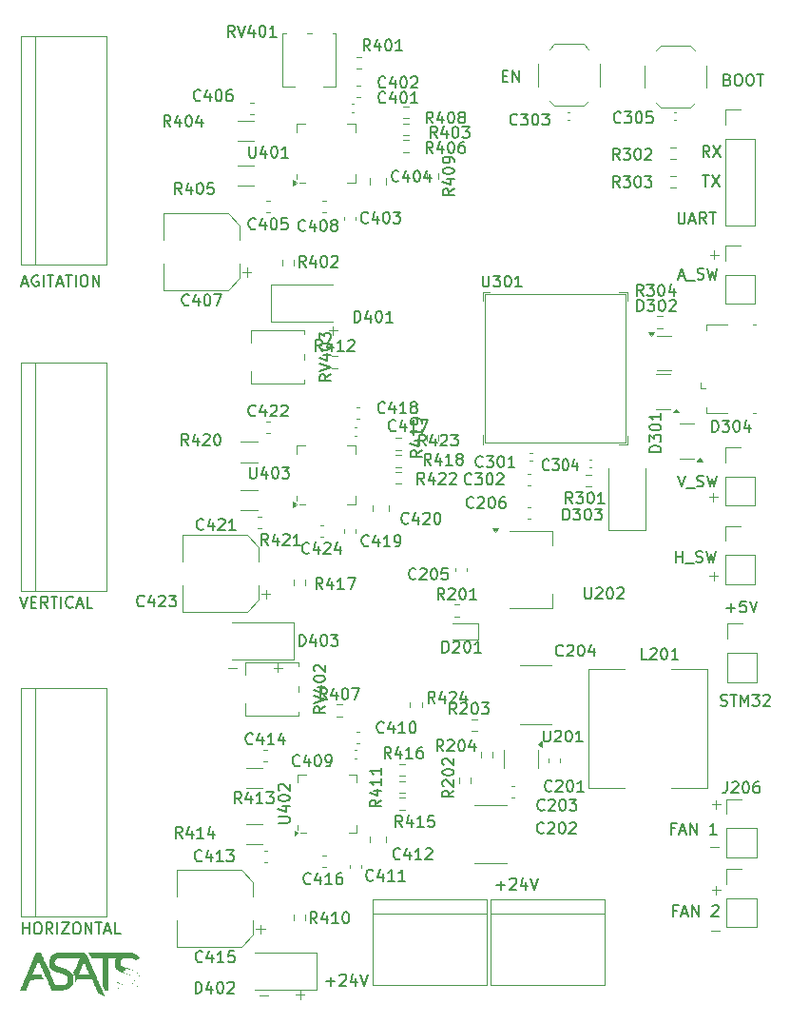
<source format=gbr>
%TF.GenerationSoftware,KiCad,Pcbnew,9.0.0*%
%TF.CreationDate,2025-05-08T18:28:11-07:00*%
%TF.ProjectId,Motor_Controller_Board_v1,4d6f746f-725f-4436-9f6e-74726f6c6c65,v1*%
%TF.SameCoordinates,Original*%
%TF.FileFunction,Legend,Top*%
%TF.FilePolarity,Positive*%
%FSLAX46Y46*%
G04 Gerber Fmt 4.6, Leading zero omitted, Abs format (unit mm)*
G04 Created by KiCad (PCBNEW 9.0.0) date 2025-05-08 18:28:11*
%MOMM*%
%LPD*%
G01*
G04 APERTURE LIST*
%ADD10C,0.200000*%
%ADD11C,0.100000*%
%ADD12C,0.150000*%
%ADD13C,0.120000*%
%ADD14C,0.000000*%
G04 APERTURE END LIST*
D10*
X120126816Y-120067219D02*
X120460149Y-121067219D01*
X120460149Y-121067219D02*
X120793482Y-120067219D01*
X121126816Y-120543409D02*
X121460149Y-120543409D01*
X121603006Y-121067219D02*
X121126816Y-121067219D01*
X121126816Y-121067219D02*
X121126816Y-120067219D01*
X121126816Y-120067219D02*
X121603006Y-120067219D01*
X122603006Y-121067219D02*
X122269673Y-120591028D01*
X122031578Y-121067219D02*
X122031578Y-120067219D01*
X122031578Y-120067219D02*
X122412530Y-120067219D01*
X122412530Y-120067219D02*
X122507768Y-120114838D01*
X122507768Y-120114838D02*
X122555387Y-120162457D01*
X122555387Y-120162457D02*
X122603006Y-120257695D01*
X122603006Y-120257695D02*
X122603006Y-120400552D01*
X122603006Y-120400552D02*
X122555387Y-120495790D01*
X122555387Y-120495790D02*
X122507768Y-120543409D01*
X122507768Y-120543409D02*
X122412530Y-120591028D01*
X122412530Y-120591028D02*
X122031578Y-120591028D01*
X122888721Y-120067219D02*
X123460149Y-120067219D01*
X123174435Y-121067219D02*
X123174435Y-120067219D01*
X123793483Y-121067219D02*
X123793483Y-120067219D01*
X124841101Y-120971980D02*
X124793482Y-121019600D01*
X124793482Y-121019600D02*
X124650625Y-121067219D01*
X124650625Y-121067219D02*
X124555387Y-121067219D01*
X124555387Y-121067219D02*
X124412530Y-121019600D01*
X124412530Y-121019600D02*
X124317292Y-120924361D01*
X124317292Y-120924361D02*
X124269673Y-120829123D01*
X124269673Y-120829123D02*
X124222054Y-120638647D01*
X124222054Y-120638647D02*
X124222054Y-120495790D01*
X124222054Y-120495790D02*
X124269673Y-120305314D01*
X124269673Y-120305314D02*
X124317292Y-120210076D01*
X124317292Y-120210076D02*
X124412530Y-120114838D01*
X124412530Y-120114838D02*
X124555387Y-120067219D01*
X124555387Y-120067219D02*
X124650625Y-120067219D01*
X124650625Y-120067219D02*
X124793482Y-120114838D01*
X124793482Y-120114838D02*
X124841101Y-120162457D01*
X125222054Y-120781504D02*
X125698244Y-120781504D01*
X125126816Y-121067219D02*
X125460149Y-120067219D01*
X125460149Y-120067219D02*
X125793482Y-121067219D01*
X126603006Y-121067219D02*
X126126816Y-121067219D01*
X126126816Y-121067219D02*
X126126816Y-120067219D01*
D11*
X181503884Y-111216466D02*
X182265789Y-111216466D01*
X181884836Y-111597419D02*
X181884836Y-110835514D01*
X181728884Y-138566466D02*
X182490789Y-138566466D01*
X182109836Y-138947419D02*
X182109836Y-138185514D01*
D10*
X178701816Y-109292219D02*
X179035149Y-110292219D01*
X179035149Y-110292219D02*
X179368482Y-109292219D01*
X179463721Y-110387457D02*
X180225625Y-110387457D01*
X180416102Y-110244600D02*
X180558959Y-110292219D01*
X180558959Y-110292219D02*
X180797054Y-110292219D01*
X180797054Y-110292219D02*
X180892292Y-110244600D01*
X180892292Y-110244600D02*
X180939911Y-110196980D01*
X180939911Y-110196980D02*
X180987530Y-110101742D01*
X180987530Y-110101742D02*
X180987530Y-110006504D01*
X180987530Y-110006504D02*
X180939911Y-109911266D01*
X180939911Y-109911266D02*
X180892292Y-109863647D01*
X180892292Y-109863647D02*
X180797054Y-109816028D01*
X180797054Y-109816028D02*
X180606578Y-109768409D01*
X180606578Y-109768409D02*
X180511340Y-109720790D01*
X180511340Y-109720790D02*
X180463721Y-109673171D01*
X180463721Y-109673171D02*
X180416102Y-109577933D01*
X180416102Y-109577933D02*
X180416102Y-109482695D01*
X180416102Y-109482695D02*
X180463721Y-109387457D01*
X180463721Y-109387457D02*
X180511340Y-109339838D01*
X180511340Y-109339838D02*
X180606578Y-109292219D01*
X180606578Y-109292219D02*
X180844673Y-109292219D01*
X180844673Y-109292219D02*
X180987530Y-109339838D01*
X181320864Y-109292219D02*
X181558959Y-110292219D01*
X181558959Y-110292219D02*
X181749435Y-109577933D01*
X181749435Y-109577933D02*
X181939911Y-110292219D01*
X181939911Y-110292219D02*
X182178007Y-109292219D01*
X182547054Y-129744600D02*
X182689911Y-129792219D01*
X182689911Y-129792219D02*
X182928006Y-129792219D01*
X182928006Y-129792219D02*
X183023244Y-129744600D01*
X183023244Y-129744600D02*
X183070863Y-129696980D01*
X183070863Y-129696980D02*
X183118482Y-129601742D01*
X183118482Y-129601742D02*
X183118482Y-129506504D01*
X183118482Y-129506504D02*
X183070863Y-129411266D01*
X183070863Y-129411266D02*
X183023244Y-129363647D01*
X183023244Y-129363647D02*
X182928006Y-129316028D01*
X182928006Y-129316028D02*
X182737530Y-129268409D01*
X182737530Y-129268409D02*
X182642292Y-129220790D01*
X182642292Y-129220790D02*
X182594673Y-129173171D01*
X182594673Y-129173171D02*
X182547054Y-129077933D01*
X182547054Y-129077933D02*
X182547054Y-128982695D01*
X182547054Y-128982695D02*
X182594673Y-128887457D01*
X182594673Y-128887457D02*
X182642292Y-128839838D01*
X182642292Y-128839838D02*
X182737530Y-128792219D01*
X182737530Y-128792219D02*
X182975625Y-128792219D01*
X182975625Y-128792219D02*
X183118482Y-128839838D01*
X183404197Y-128792219D02*
X183975625Y-128792219D01*
X183689911Y-129792219D02*
X183689911Y-128792219D01*
X184308959Y-129792219D02*
X184308959Y-128792219D01*
X184308959Y-128792219D02*
X184642292Y-129506504D01*
X184642292Y-129506504D02*
X184975625Y-128792219D01*
X184975625Y-128792219D02*
X184975625Y-129792219D01*
X185356578Y-128792219D02*
X185975625Y-128792219D01*
X185975625Y-128792219D02*
X185642292Y-129173171D01*
X185642292Y-129173171D02*
X185785149Y-129173171D01*
X185785149Y-129173171D02*
X185880387Y-129220790D01*
X185880387Y-129220790D02*
X185928006Y-129268409D01*
X185928006Y-129268409D02*
X185975625Y-129363647D01*
X185975625Y-129363647D02*
X185975625Y-129601742D01*
X185975625Y-129601742D02*
X185928006Y-129696980D01*
X185928006Y-129696980D02*
X185880387Y-129744600D01*
X185880387Y-129744600D02*
X185785149Y-129792219D01*
X185785149Y-129792219D02*
X185499435Y-129792219D01*
X185499435Y-129792219D02*
X185404197Y-129744600D01*
X185404197Y-129744600D02*
X185356578Y-129696980D01*
X186356578Y-128887457D02*
X186404197Y-128839838D01*
X186404197Y-128839838D02*
X186499435Y-128792219D01*
X186499435Y-128792219D02*
X186737530Y-128792219D01*
X186737530Y-128792219D02*
X186832768Y-128839838D01*
X186832768Y-128839838D02*
X186880387Y-128887457D01*
X186880387Y-128887457D02*
X186928006Y-128982695D01*
X186928006Y-128982695D02*
X186928006Y-129077933D01*
X186928006Y-129077933D02*
X186880387Y-129220790D01*
X186880387Y-129220790D02*
X186308959Y-129792219D01*
X186308959Y-129792219D02*
X186928006Y-129792219D01*
D11*
X144703884Y-155491466D02*
X145465789Y-155491466D01*
X145084836Y-155872419D02*
X145084836Y-155110514D01*
D10*
X183153006Y-74068409D02*
X183295863Y-74116028D01*
X183295863Y-74116028D02*
X183343482Y-74163647D01*
X183343482Y-74163647D02*
X183391101Y-74258885D01*
X183391101Y-74258885D02*
X183391101Y-74401742D01*
X183391101Y-74401742D02*
X183343482Y-74496980D01*
X183343482Y-74496980D02*
X183295863Y-74544600D01*
X183295863Y-74544600D02*
X183200625Y-74592219D01*
X183200625Y-74592219D02*
X182819673Y-74592219D01*
X182819673Y-74592219D02*
X182819673Y-73592219D01*
X182819673Y-73592219D02*
X183153006Y-73592219D01*
X183153006Y-73592219D02*
X183248244Y-73639838D01*
X183248244Y-73639838D02*
X183295863Y-73687457D01*
X183295863Y-73687457D02*
X183343482Y-73782695D01*
X183343482Y-73782695D02*
X183343482Y-73877933D01*
X183343482Y-73877933D02*
X183295863Y-73973171D01*
X183295863Y-73973171D02*
X183248244Y-74020790D01*
X183248244Y-74020790D02*
X183153006Y-74068409D01*
X183153006Y-74068409D02*
X182819673Y-74068409D01*
X184010149Y-73592219D02*
X184200625Y-73592219D01*
X184200625Y-73592219D02*
X184295863Y-73639838D01*
X184295863Y-73639838D02*
X184391101Y-73735076D01*
X184391101Y-73735076D02*
X184438720Y-73925552D01*
X184438720Y-73925552D02*
X184438720Y-74258885D01*
X184438720Y-74258885D02*
X184391101Y-74449361D01*
X184391101Y-74449361D02*
X184295863Y-74544600D01*
X184295863Y-74544600D02*
X184200625Y-74592219D01*
X184200625Y-74592219D02*
X184010149Y-74592219D01*
X184010149Y-74592219D02*
X183914911Y-74544600D01*
X183914911Y-74544600D02*
X183819673Y-74449361D01*
X183819673Y-74449361D02*
X183772054Y-74258885D01*
X183772054Y-74258885D02*
X183772054Y-73925552D01*
X183772054Y-73925552D02*
X183819673Y-73735076D01*
X183819673Y-73735076D02*
X183914911Y-73639838D01*
X183914911Y-73639838D02*
X184010149Y-73592219D01*
X185057768Y-73592219D02*
X185248244Y-73592219D01*
X185248244Y-73592219D02*
X185343482Y-73639838D01*
X185343482Y-73639838D02*
X185438720Y-73735076D01*
X185438720Y-73735076D02*
X185486339Y-73925552D01*
X185486339Y-73925552D02*
X185486339Y-74258885D01*
X185486339Y-74258885D02*
X185438720Y-74449361D01*
X185438720Y-74449361D02*
X185343482Y-74544600D01*
X185343482Y-74544600D02*
X185248244Y-74592219D01*
X185248244Y-74592219D02*
X185057768Y-74592219D01*
X185057768Y-74592219D02*
X184962530Y-74544600D01*
X184962530Y-74544600D02*
X184867292Y-74449361D01*
X184867292Y-74449361D02*
X184819673Y-74258885D01*
X184819673Y-74258885D02*
X184819673Y-73925552D01*
X184819673Y-73925552D02*
X184867292Y-73735076D01*
X184867292Y-73735076D02*
X184962530Y-73639838D01*
X184962530Y-73639838D02*
X185057768Y-73592219D01*
X185772054Y-73592219D02*
X186343482Y-73592219D01*
X186057768Y-74592219D02*
X186057768Y-73592219D01*
D11*
X141503884Y-155591466D02*
X142265789Y-155591466D01*
D10*
X183069673Y-121086266D02*
X183831578Y-121086266D01*
X183450625Y-121467219D02*
X183450625Y-120705314D01*
X184783958Y-120467219D02*
X184307768Y-120467219D01*
X184307768Y-120467219D02*
X184260149Y-120943409D01*
X184260149Y-120943409D02*
X184307768Y-120895790D01*
X184307768Y-120895790D02*
X184403006Y-120848171D01*
X184403006Y-120848171D02*
X184641101Y-120848171D01*
X184641101Y-120848171D02*
X184736339Y-120895790D01*
X184736339Y-120895790D02*
X184783958Y-120943409D01*
X184783958Y-120943409D02*
X184831577Y-121038647D01*
X184831577Y-121038647D02*
X184831577Y-121276742D01*
X184831577Y-121276742D02*
X184783958Y-121371980D01*
X184783958Y-121371980D02*
X184736339Y-121419600D01*
X184736339Y-121419600D02*
X184641101Y-121467219D01*
X184641101Y-121467219D02*
X184403006Y-121467219D01*
X184403006Y-121467219D02*
X184307768Y-121419600D01*
X184307768Y-121419600D02*
X184260149Y-121371980D01*
X185117292Y-120467219D02*
X185450625Y-121467219D01*
X185450625Y-121467219D02*
X185783958Y-120467219D01*
D11*
X142703884Y-126391466D02*
X143465789Y-126391466D01*
X143084836Y-126772419D02*
X143084836Y-126010514D01*
D10*
X120322054Y-92181504D02*
X120798244Y-92181504D01*
X120226816Y-92467219D02*
X120560149Y-91467219D01*
X120560149Y-91467219D02*
X120893482Y-92467219D01*
X121750625Y-91514838D02*
X121655387Y-91467219D01*
X121655387Y-91467219D02*
X121512530Y-91467219D01*
X121512530Y-91467219D02*
X121369673Y-91514838D01*
X121369673Y-91514838D02*
X121274435Y-91610076D01*
X121274435Y-91610076D02*
X121226816Y-91705314D01*
X121226816Y-91705314D02*
X121179197Y-91895790D01*
X121179197Y-91895790D02*
X121179197Y-92038647D01*
X121179197Y-92038647D02*
X121226816Y-92229123D01*
X121226816Y-92229123D02*
X121274435Y-92324361D01*
X121274435Y-92324361D02*
X121369673Y-92419600D01*
X121369673Y-92419600D02*
X121512530Y-92467219D01*
X121512530Y-92467219D02*
X121607768Y-92467219D01*
X121607768Y-92467219D02*
X121750625Y-92419600D01*
X121750625Y-92419600D02*
X121798244Y-92371980D01*
X121798244Y-92371980D02*
X121798244Y-92038647D01*
X121798244Y-92038647D02*
X121607768Y-92038647D01*
X122226816Y-92467219D02*
X122226816Y-91467219D01*
X122560149Y-91467219D02*
X123131577Y-91467219D01*
X122845863Y-92467219D02*
X122845863Y-91467219D01*
X123417292Y-92181504D02*
X123893482Y-92181504D01*
X123322054Y-92467219D02*
X123655387Y-91467219D01*
X123655387Y-91467219D02*
X123988720Y-92467219D01*
X124179197Y-91467219D02*
X124750625Y-91467219D01*
X124464911Y-92467219D02*
X124464911Y-91467219D01*
X125083959Y-92467219D02*
X125083959Y-91467219D01*
X125750625Y-91467219D02*
X125941101Y-91467219D01*
X125941101Y-91467219D02*
X126036339Y-91514838D01*
X126036339Y-91514838D02*
X126131577Y-91610076D01*
X126131577Y-91610076D02*
X126179196Y-91800552D01*
X126179196Y-91800552D02*
X126179196Y-92133885D01*
X126179196Y-92133885D02*
X126131577Y-92324361D01*
X126131577Y-92324361D02*
X126036339Y-92419600D01*
X126036339Y-92419600D02*
X125941101Y-92467219D01*
X125941101Y-92467219D02*
X125750625Y-92467219D01*
X125750625Y-92467219D02*
X125655387Y-92419600D01*
X125655387Y-92419600D02*
X125560149Y-92324361D01*
X125560149Y-92324361D02*
X125512530Y-92133885D01*
X125512530Y-92133885D02*
X125512530Y-91800552D01*
X125512530Y-91800552D02*
X125560149Y-91610076D01*
X125560149Y-91610076D02*
X125655387Y-91514838D01*
X125655387Y-91514838D02*
X125750625Y-91467219D01*
X126607768Y-92467219D02*
X126607768Y-91467219D01*
X126607768Y-91467219D02*
X127179196Y-92467219D01*
X127179196Y-92467219D02*
X127179196Y-91467219D01*
D11*
X181753884Y-146191466D02*
X182515789Y-146191466D01*
X182134836Y-146572419D02*
X182134836Y-145810514D01*
X181578884Y-89651466D02*
X182340789Y-89651466D01*
X181959836Y-90032419D02*
X181959836Y-89270514D01*
D10*
X181541101Y-80967219D02*
X181207768Y-80491028D01*
X180969673Y-80967219D02*
X180969673Y-79967219D01*
X180969673Y-79967219D02*
X181350625Y-79967219D01*
X181350625Y-79967219D02*
X181445863Y-80014838D01*
X181445863Y-80014838D02*
X181493482Y-80062457D01*
X181493482Y-80062457D02*
X181541101Y-80157695D01*
X181541101Y-80157695D02*
X181541101Y-80300552D01*
X181541101Y-80300552D02*
X181493482Y-80395790D01*
X181493482Y-80395790D02*
X181445863Y-80443409D01*
X181445863Y-80443409D02*
X181350625Y-80491028D01*
X181350625Y-80491028D02*
X180969673Y-80491028D01*
X181874435Y-79967219D02*
X182541101Y-80967219D01*
X182541101Y-79967219D02*
X181874435Y-80967219D01*
X180926816Y-82567219D02*
X181498244Y-82567219D01*
X181212530Y-83567219D02*
X181212530Y-82567219D01*
X181736340Y-82567219D02*
X182403006Y-83567219D01*
X182403006Y-82567219D02*
X181736340Y-83567219D01*
X163119673Y-73768409D02*
X163453006Y-73768409D01*
X163595863Y-74292219D02*
X163119673Y-74292219D01*
X163119673Y-74292219D02*
X163119673Y-73292219D01*
X163119673Y-73292219D02*
X163595863Y-73292219D01*
X164024435Y-74292219D02*
X164024435Y-73292219D01*
X164024435Y-73292219D02*
X164595863Y-74292219D01*
X164595863Y-74292219D02*
X164595863Y-73292219D01*
D11*
X181603884Y-142341466D02*
X182365789Y-142341466D01*
D10*
X178628006Y-147993409D02*
X178294673Y-147993409D01*
X178294673Y-148517219D02*
X178294673Y-147517219D01*
X178294673Y-147517219D02*
X178770863Y-147517219D01*
X179104197Y-148231504D02*
X179580387Y-148231504D01*
X179008959Y-148517219D02*
X179342292Y-147517219D01*
X179342292Y-147517219D02*
X179675625Y-148517219D01*
X180008959Y-148517219D02*
X180008959Y-147517219D01*
X180008959Y-147517219D02*
X180580387Y-148517219D01*
X180580387Y-148517219D02*
X180580387Y-147517219D01*
X181770864Y-147612457D02*
X181818483Y-147564838D01*
X181818483Y-147564838D02*
X181913721Y-147517219D01*
X181913721Y-147517219D02*
X182151816Y-147517219D01*
X182151816Y-147517219D02*
X182247054Y-147564838D01*
X182247054Y-147564838D02*
X182294673Y-147612457D01*
X182294673Y-147612457D02*
X182342292Y-147707695D01*
X182342292Y-147707695D02*
X182342292Y-147802933D01*
X182342292Y-147802933D02*
X182294673Y-147945790D01*
X182294673Y-147945790D02*
X181723245Y-148517219D01*
X181723245Y-148517219D02*
X182342292Y-148517219D01*
X162569673Y-145736266D02*
X163331578Y-145736266D01*
X162950625Y-146117219D02*
X162950625Y-145355314D01*
X163760149Y-145212457D02*
X163807768Y-145164838D01*
X163807768Y-145164838D02*
X163903006Y-145117219D01*
X163903006Y-145117219D02*
X164141101Y-145117219D01*
X164141101Y-145117219D02*
X164236339Y-145164838D01*
X164236339Y-145164838D02*
X164283958Y-145212457D01*
X164283958Y-145212457D02*
X164331577Y-145307695D01*
X164331577Y-145307695D02*
X164331577Y-145402933D01*
X164331577Y-145402933D02*
X164283958Y-145545790D01*
X164283958Y-145545790D02*
X163712530Y-146117219D01*
X163712530Y-146117219D02*
X164331577Y-146117219D01*
X165188720Y-145450552D02*
X165188720Y-146117219D01*
X164950625Y-145069600D02*
X164712530Y-145783885D01*
X164712530Y-145783885D02*
X165331577Y-145783885D01*
X165569673Y-145117219D02*
X165903006Y-146117219D01*
X165903006Y-146117219D02*
X166236339Y-145117219D01*
D11*
X181553884Y-118216466D02*
X182315789Y-118216466D01*
X181934836Y-118597419D02*
X181934836Y-117835514D01*
X147603884Y-96391466D02*
X148365789Y-96391466D01*
X147984836Y-96772419D02*
X147984836Y-96010514D01*
D10*
X178453006Y-140693409D02*
X178119673Y-140693409D01*
X178119673Y-141217219D02*
X178119673Y-140217219D01*
X178119673Y-140217219D02*
X178595863Y-140217219D01*
X178929197Y-140931504D02*
X179405387Y-140931504D01*
X178833959Y-141217219D02*
X179167292Y-140217219D01*
X179167292Y-140217219D02*
X179500625Y-141217219D01*
X179833959Y-141217219D02*
X179833959Y-140217219D01*
X179833959Y-140217219D02*
X180405387Y-141217219D01*
X180405387Y-141217219D02*
X180405387Y-140217219D01*
X182167292Y-141217219D02*
X181595864Y-141217219D01*
X181881578Y-141217219D02*
X181881578Y-140217219D01*
X181881578Y-140217219D02*
X181786340Y-140360076D01*
X181786340Y-140360076D02*
X181691102Y-140455314D01*
X181691102Y-140455314D02*
X181595864Y-140502933D01*
X178769673Y-85897219D02*
X178769673Y-86706742D01*
X178769673Y-86706742D02*
X178817292Y-86801980D01*
X178817292Y-86801980D02*
X178864911Y-86849600D01*
X178864911Y-86849600D02*
X178960149Y-86897219D01*
X178960149Y-86897219D02*
X179150625Y-86897219D01*
X179150625Y-86897219D02*
X179245863Y-86849600D01*
X179245863Y-86849600D02*
X179293482Y-86801980D01*
X179293482Y-86801980D02*
X179341101Y-86706742D01*
X179341101Y-86706742D02*
X179341101Y-85897219D01*
X179769673Y-86611504D02*
X180245863Y-86611504D01*
X179674435Y-86897219D02*
X180007768Y-85897219D01*
X180007768Y-85897219D02*
X180341101Y-86897219D01*
X181245863Y-86897219D02*
X180912530Y-86421028D01*
X180674435Y-86897219D02*
X180674435Y-85897219D01*
X180674435Y-85897219D02*
X181055387Y-85897219D01*
X181055387Y-85897219D02*
X181150625Y-85944838D01*
X181150625Y-85944838D02*
X181198244Y-85992457D01*
X181198244Y-85992457D02*
X181245863Y-86087695D01*
X181245863Y-86087695D02*
X181245863Y-86230552D01*
X181245863Y-86230552D02*
X181198244Y-86325790D01*
X181198244Y-86325790D02*
X181150625Y-86373409D01*
X181150625Y-86373409D02*
X181055387Y-86421028D01*
X181055387Y-86421028D02*
X180674435Y-86421028D01*
X181531578Y-85897219D02*
X182103006Y-85897219D01*
X181817292Y-86897219D02*
X181817292Y-85897219D01*
D11*
X143703884Y-96391466D02*
X144465789Y-96391466D01*
D10*
X178569673Y-117017219D02*
X178569673Y-116017219D01*
X178569673Y-116493409D02*
X179141101Y-116493409D01*
X179141101Y-117017219D02*
X179141101Y-116017219D01*
X179379197Y-117112457D02*
X180141101Y-117112457D01*
X180331578Y-116969600D02*
X180474435Y-117017219D01*
X180474435Y-117017219D02*
X180712530Y-117017219D01*
X180712530Y-117017219D02*
X180807768Y-116969600D01*
X180807768Y-116969600D02*
X180855387Y-116921980D01*
X180855387Y-116921980D02*
X180903006Y-116826742D01*
X180903006Y-116826742D02*
X180903006Y-116731504D01*
X180903006Y-116731504D02*
X180855387Y-116636266D01*
X180855387Y-116636266D02*
X180807768Y-116588647D01*
X180807768Y-116588647D02*
X180712530Y-116541028D01*
X180712530Y-116541028D02*
X180522054Y-116493409D01*
X180522054Y-116493409D02*
X180426816Y-116445790D01*
X180426816Y-116445790D02*
X180379197Y-116398171D01*
X180379197Y-116398171D02*
X180331578Y-116302933D01*
X180331578Y-116302933D02*
X180331578Y-116207695D01*
X180331578Y-116207695D02*
X180379197Y-116112457D01*
X180379197Y-116112457D02*
X180426816Y-116064838D01*
X180426816Y-116064838D02*
X180522054Y-116017219D01*
X180522054Y-116017219D02*
X180760149Y-116017219D01*
X180760149Y-116017219D02*
X180903006Y-116064838D01*
X181236340Y-116017219D02*
X181474435Y-117017219D01*
X181474435Y-117017219D02*
X181664911Y-116302933D01*
X181664911Y-116302933D02*
X181855387Y-117017219D01*
X181855387Y-117017219D02*
X182093483Y-116017219D01*
D11*
X138703884Y-126391466D02*
X139465789Y-126391466D01*
D10*
X120369673Y-150067219D02*
X120369673Y-149067219D01*
X120369673Y-149543409D02*
X120941101Y-149543409D01*
X120941101Y-150067219D02*
X120941101Y-149067219D01*
X121607768Y-149067219D02*
X121798244Y-149067219D01*
X121798244Y-149067219D02*
X121893482Y-149114838D01*
X121893482Y-149114838D02*
X121988720Y-149210076D01*
X121988720Y-149210076D02*
X122036339Y-149400552D01*
X122036339Y-149400552D02*
X122036339Y-149733885D01*
X122036339Y-149733885D02*
X121988720Y-149924361D01*
X121988720Y-149924361D02*
X121893482Y-150019600D01*
X121893482Y-150019600D02*
X121798244Y-150067219D01*
X121798244Y-150067219D02*
X121607768Y-150067219D01*
X121607768Y-150067219D02*
X121512530Y-150019600D01*
X121512530Y-150019600D02*
X121417292Y-149924361D01*
X121417292Y-149924361D02*
X121369673Y-149733885D01*
X121369673Y-149733885D02*
X121369673Y-149400552D01*
X121369673Y-149400552D02*
X121417292Y-149210076D01*
X121417292Y-149210076D02*
X121512530Y-149114838D01*
X121512530Y-149114838D02*
X121607768Y-149067219D01*
X123036339Y-150067219D02*
X122703006Y-149591028D01*
X122464911Y-150067219D02*
X122464911Y-149067219D01*
X122464911Y-149067219D02*
X122845863Y-149067219D01*
X122845863Y-149067219D02*
X122941101Y-149114838D01*
X122941101Y-149114838D02*
X122988720Y-149162457D01*
X122988720Y-149162457D02*
X123036339Y-149257695D01*
X123036339Y-149257695D02*
X123036339Y-149400552D01*
X123036339Y-149400552D02*
X122988720Y-149495790D01*
X122988720Y-149495790D02*
X122941101Y-149543409D01*
X122941101Y-149543409D02*
X122845863Y-149591028D01*
X122845863Y-149591028D02*
X122464911Y-149591028D01*
X123464911Y-150067219D02*
X123464911Y-149067219D01*
X123845863Y-149067219D02*
X124512529Y-149067219D01*
X124512529Y-149067219D02*
X123845863Y-150067219D01*
X123845863Y-150067219D02*
X124512529Y-150067219D01*
X125083958Y-149067219D02*
X125274434Y-149067219D01*
X125274434Y-149067219D02*
X125369672Y-149114838D01*
X125369672Y-149114838D02*
X125464910Y-149210076D01*
X125464910Y-149210076D02*
X125512529Y-149400552D01*
X125512529Y-149400552D02*
X125512529Y-149733885D01*
X125512529Y-149733885D02*
X125464910Y-149924361D01*
X125464910Y-149924361D02*
X125369672Y-150019600D01*
X125369672Y-150019600D02*
X125274434Y-150067219D01*
X125274434Y-150067219D02*
X125083958Y-150067219D01*
X125083958Y-150067219D02*
X124988720Y-150019600D01*
X124988720Y-150019600D02*
X124893482Y-149924361D01*
X124893482Y-149924361D02*
X124845863Y-149733885D01*
X124845863Y-149733885D02*
X124845863Y-149400552D01*
X124845863Y-149400552D02*
X124893482Y-149210076D01*
X124893482Y-149210076D02*
X124988720Y-149114838D01*
X124988720Y-149114838D02*
X125083958Y-149067219D01*
X125941101Y-150067219D02*
X125941101Y-149067219D01*
X125941101Y-149067219D02*
X126512529Y-150067219D01*
X126512529Y-150067219D02*
X126512529Y-149067219D01*
X126845863Y-149067219D02*
X127417291Y-149067219D01*
X127131577Y-150067219D02*
X127131577Y-149067219D01*
X127703006Y-149781504D02*
X128179196Y-149781504D01*
X127607768Y-150067219D02*
X127941101Y-149067219D01*
X127941101Y-149067219D02*
X128274434Y-150067219D01*
X129083958Y-150067219D02*
X128607768Y-150067219D01*
X128607768Y-150067219D02*
X128607768Y-149067219D01*
D11*
X181703884Y-149816466D02*
X182465789Y-149816466D01*
D10*
X147419673Y-154286266D02*
X148181578Y-154286266D01*
X147800625Y-154667219D02*
X147800625Y-153905314D01*
X148610149Y-153762457D02*
X148657768Y-153714838D01*
X148657768Y-153714838D02*
X148753006Y-153667219D01*
X148753006Y-153667219D02*
X148991101Y-153667219D01*
X148991101Y-153667219D02*
X149086339Y-153714838D01*
X149086339Y-153714838D02*
X149133958Y-153762457D01*
X149133958Y-153762457D02*
X149181577Y-153857695D01*
X149181577Y-153857695D02*
X149181577Y-153952933D01*
X149181577Y-153952933D02*
X149133958Y-154095790D01*
X149133958Y-154095790D02*
X148562530Y-154667219D01*
X148562530Y-154667219D02*
X149181577Y-154667219D01*
X150038720Y-154000552D02*
X150038720Y-154667219D01*
X149800625Y-153619600D02*
X149562530Y-154333885D01*
X149562530Y-154333885D02*
X150181577Y-154333885D01*
X150419673Y-153667219D02*
X150753006Y-154667219D01*
X150753006Y-154667219D02*
X151086339Y-153667219D01*
X178847054Y-91556504D02*
X179323244Y-91556504D01*
X178751816Y-91842219D02*
X179085149Y-90842219D01*
X179085149Y-90842219D02*
X179418482Y-91842219D01*
X179513721Y-91937457D02*
X180275625Y-91937457D01*
X180466102Y-91794600D02*
X180608959Y-91842219D01*
X180608959Y-91842219D02*
X180847054Y-91842219D01*
X180847054Y-91842219D02*
X180942292Y-91794600D01*
X180942292Y-91794600D02*
X180989911Y-91746980D01*
X180989911Y-91746980D02*
X181037530Y-91651742D01*
X181037530Y-91651742D02*
X181037530Y-91556504D01*
X181037530Y-91556504D02*
X180989911Y-91461266D01*
X180989911Y-91461266D02*
X180942292Y-91413647D01*
X180942292Y-91413647D02*
X180847054Y-91366028D01*
X180847054Y-91366028D02*
X180656578Y-91318409D01*
X180656578Y-91318409D02*
X180561340Y-91270790D01*
X180561340Y-91270790D02*
X180513721Y-91223171D01*
X180513721Y-91223171D02*
X180466102Y-91127933D01*
X180466102Y-91127933D02*
X180466102Y-91032695D01*
X180466102Y-91032695D02*
X180513721Y-90937457D01*
X180513721Y-90937457D02*
X180561340Y-90889838D01*
X180561340Y-90889838D02*
X180656578Y-90842219D01*
X180656578Y-90842219D02*
X180894673Y-90842219D01*
X180894673Y-90842219D02*
X181037530Y-90889838D01*
X181370864Y-90842219D02*
X181608959Y-91842219D01*
X181608959Y-91842219D02*
X181799435Y-91127933D01*
X181799435Y-91127933D02*
X181989911Y-91842219D01*
X181989911Y-91842219D02*
X182228007Y-90842219D01*
D12*
X181759524Y-105404819D02*
X181759524Y-104404819D01*
X181759524Y-104404819D02*
X181997619Y-104404819D01*
X181997619Y-104404819D02*
X182140476Y-104452438D01*
X182140476Y-104452438D02*
X182235714Y-104547676D01*
X182235714Y-104547676D02*
X182283333Y-104642914D01*
X182283333Y-104642914D02*
X182330952Y-104833390D01*
X182330952Y-104833390D02*
X182330952Y-104976247D01*
X182330952Y-104976247D02*
X182283333Y-105166723D01*
X182283333Y-105166723D02*
X182235714Y-105261961D01*
X182235714Y-105261961D02*
X182140476Y-105357200D01*
X182140476Y-105357200D02*
X181997619Y-105404819D01*
X181997619Y-105404819D02*
X181759524Y-105404819D01*
X182664286Y-104404819D02*
X183283333Y-104404819D01*
X183283333Y-104404819D02*
X182950000Y-104785771D01*
X182950000Y-104785771D02*
X183092857Y-104785771D01*
X183092857Y-104785771D02*
X183188095Y-104833390D01*
X183188095Y-104833390D02*
X183235714Y-104881009D01*
X183235714Y-104881009D02*
X183283333Y-104976247D01*
X183283333Y-104976247D02*
X183283333Y-105214342D01*
X183283333Y-105214342D02*
X183235714Y-105309580D01*
X183235714Y-105309580D02*
X183188095Y-105357200D01*
X183188095Y-105357200D02*
X183092857Y-105404819D01*
X183092857Y-105404819D02*
X182807143Y-105404819D01*
X182807143Y-105404819D02*
X182711905Y-105357200D01*
X182711905Y-105357200D02*
X182664286Y-105309580D01*
X183902381Y-104404819D02*
X183997619Y-104404819D01*
X183997619Y-104404819D02*
X184092857Y-104452438D01*
X184092857Y-104452438D02*
X184140476Y-104500057D01*
X184140476Y-104500057D02*
X184188095Y-104595295D01*
X184188095Y-104595295D02*
X184235714Y-104785771D01*
X184235714Y-104785771D02*
X184235714Y-105023866D01*
X184235714Y-105023866D02*
X184188095Y-105214342D01*
X184188095Y-105214342D02*
X184140476Y-105309580D01*
X184140476Y-105309580D02*
X184092857Y-105357200D01*
X184092857Y-105357200D02*
X183997619Y-105404819D01*
X183997619Y-105404819D02*
X183902381Y-105404819D01*
X183902381Y-105404819D02*
X183807143Y-105357200D01*
X183807143Y-105357200D02*
X183759524Y-105309580D01*
X183759524Y-105309580D02*
X183711905Y-105214342D01*
X183711905Y-105214342D02*
X183664286Y-105023866D01*
X183664286Y-105023866D02*
X183664286Y-104785771D01*
X183664286Y-104785771D02*
X183711905Y-104595295D01*
X183711905Y-104595295D02*
X183759524Y-104500057D01*
X183759524Y-104500057D02*
X183807143Y-104452438D01*
X183807143Y-104452438D02*
X183902381Y-104404819D01*
X185092857Y-104738152D02*
X185092857Y-105404819D01*
X184854762Y-104357200D02*
X184616667Y-105071485D01*
X184616667Y-105071485D02*
X185235714Y-105071485D01*
X145880952Y-116159580D02*
X145833333Y-116207200D01*
X145833333Y-116207200D02*
X145690476Y-116254819D01*
X145690476Y-116254819D02*
X145595238Y-116254819D01*
X145595238Y-116254819D02*
X145452381Y-116207200D01*
X145452381Y-116207200D02*
X145357143Y-116111961D01*
X145357143Y-116111961D02*
X145309524Y-116016723D01*
X145309524Y-116016723D02*
X145261905Y-115826247D01*
X145261905Y-115826247D02*
X145261905Y-115683390D01*
X145261905Y-115683390D02*
X145309524Y-115492914D01*
X145309524Y-115492914D02*
X145357143Y-115397676D01*
X145357143Y-115397676D02*
X145452381Y-115302438D01*
X145452381Y-115302438D02*
X145595238Y-115254819D01*
X145595238Y-115254819D02*
X145690476Y-115254819D01*
X145690476Y-115254819D02*
X145833333Y-115302438D01*
X145833333Y-115302438D02*
X145880952Y-115350057D01*
X146738095Y-115588152D02*
X146738095Y-116254819D01*
X146500000Y-115207200D02*
X146261905Y-115921485D01*
X146261905Y-115921485D02*
X146880952Y-115921485D01*
X147214286Y-115350057D02*
X147261905Y-115302438D01*
X147261905Y-115302438D02*
X147357143Y-115254819D01*
X147357143Y-115254819D02*
X147595238Y-115254819D01*
X147595238Y-115254819D02*
X147690476Y-115302438D01*
X147690476Y-115302438D02*
X147738095Y-115350057D01*
X147738095Y-115350057D02*
X147785714Y-115445295D01*
X147785714Y-115445295D02*
X147785714Y-115540533D01*
X147785714Y-115540533D02*
X147738095Y-115683390D01*
X147738095Y-115683390D02*
X147166667Y-116254819D01*
X147166667Y-116254819D02*
X147785714Y-116254819D01*
X148642857Y-115588152D02*
X148642857Y-116254819D01*
X148404762Y-115207200D02*
X148166667Y-115921485D01*
X148166667Y-115921485D02*
X148785714Y-115921485D01*
X160530952Y-112109580D02*
X160483333Y-112157200D01*
X160483333Y-112157200D02*
X160340476Y-112204819D01*
X160340476Y-112204819D02*
X160245238Y-112204819D01*
X160245238Y-112204819D02*
X160102381Y-112157200D01*
X160102381Y-112157200D02*
X160007143Y-112061961D01*
X160007143Y-112061961D02*
X159959524Y-111966723D01*
X159959524Y-111966723D02*
X159911905Y-111776247D01*
X159911905Y-111776247D02*
X159911905Y-111633390D01*
X159911905Y-111633390D02*
X159959524Y-111442914D01*
X159959524Y-111442914D02*
X160007143Y-111347676D01*
X160007143Y-111347676D02*
X160102381Y-111252438D01*
X160102381Y-111252438D02*
X160245238Y-111204819D01*
X160245238Y-111204819D02*
X160340476Y-111204819D01*
X160340476Y-111204819D02*
X160483333Y-111252438D01*
X160483333Y-111252438D02*
X160530952Y-111300057D01*
X160911905Y-111300057D02*
X160959524Y-111252438D01*
X160959524Y-111252438D02*
X161054762Y-111204819D01*
X161054762Y-111204819D02*
X161292857Y-111204819D01*
X161292857Y-111204819D02*
X161388095Y-111252438D01*
X161388095Y-111252438D02*
X161435714Y-111300057D01*
X161435714Y-111300057D02*
X161483333Y-111395295D01*
X161483333Y-111395295D02*
X161483333Y-111490533D01*
X161483333Y-111490533D02*
X161435714Y-111633390D01*
X161435714Y-111633390D02*
X160864286Y-112204819D01*
X160864286Y-112204819D02*
X161483333Y-112204819D01*
X162102381Y-111204819D02*
X162197619Y-111204819D01*
X162197619Y-111204819D02*
X162292857Y-111252438D01*
X162292857Y-111252438D02*
X162340476Y-111300057D01*
X162340476Y-111300057D02*
X162388095Y-111395295D01*
X162388095Y-111395295D02*
X162435714Y-111585771D01*
X162435714Y-111585771D02*
X162435714Y-111823866D01*
X162435714Y-111823866D02*
X162388095Y-112014342D01*
X162388095Y-112014342D02*
X162340476Y-112109580D01*
X162340476Y-112109580D02*
X162292857Y-112157200D01*
X162292857Y-112157200D02*
X162197619Y-112204819D01*
X162197619Y-112204819D02*
X162102381Y-112204819D01*
X162102381Y-112204819D02*
X162007143Y-112157200D01*
X162007143Y-112157200D02*
X161959524Y-112109580D01*
X161959524Y-112109580D02*
X161911905Y-112014342D01*
X161911905Y-112014342D02*
X161864286Y-111823866D01*
X161864286Y-111823866D02*
X161864286Y-111585771D01*
X161864286Y-111585771D02*
X161911905Y-111395295D01*
X161911905Y-111395295D02*
X161959524Y-111300057D01*
X161959524Y-111300057D02*
X162007143Y-111252438D01*
X162007143Y-111252438D02*
X162102381Y-111204819D01*
X163292857Y-111204819D02*
X163102381Y-111204819D01*
X163102381Y-111204819D02*
X163007143Y-111252438D01*
X163007143Y-111252438D02*
X162959524Y-111300057D01*
X162959524Y-111300057D02*
X162864286Y-111442914D01*
X162864286Y-111442914D02*
X162816667Y-111633390D01*
X162816667Y-111633390D02*
X162816667Y-112014342D01*
X162816667Y-112014342D02*
X162864286Y-112109580D01*
X162864286Y-112109580D02*
X162911905Y-112157200D01*
X162911905Y-112157200D02*
X163007143Y-112204819D01*
X163007143Y-112204819D02*
X163197619Y-112204819D01*
X163197619Y-112204819D02*
X163292857Y-112157200D01*
X163292857Y-112157200D02*
X163340476Y-112109580D01*
X163340476Y-112109580D02*
X163388095Y-112014342D01*
X163388095Y-112014342D02*
X163388095Y-111776247D01*
X163388095Y-111776247D02*
X163340476Y-111681009D01*
X163340476Y-111681009D02*
X163292857Y-111633390D01*
X163292857Y-111633390D02*
X163197619Y-111585771D01*
X163197619Y-111585771D02*
X163007143Y-111585771D01*
X163007143Y-111585771D02*
X162911905Y-111633390D01*
X162911905Y-111633390D02*
X162864286Y-111681009D01*
X162864286Y-111681009D02*
X162816667Y-111776247D01*
X135180952Y-94079580D02*
X135133333Y-94127200D01*
X135133333Y-94127200D02*
X134990476Y-94174819D01*
X134990476Y-94174819D02*
X134895238Y-94174819D01*
X134895238Y-94174819D02*
X134752381Y-94127200D01*
X134752381Y-94127200D02*
X134657143Y-94031961D01*
X134657143Y-94031961D02*
X134609524Y-93936723D01*
X134609524Y-93936723D02*
X134561905Y-93746247D01*
X134561905Y-93746247D02*
X134561905Y-93603390D01*
X134561905Y-93603390D02*
X134609524Y-93412914D01*
X134609524Y-93412914D02*
X134657143Y-93317676D01*
X134657143Y-93317676D02*
X134752381Y-93222438D01*
X134752381Y-93222438D02*
X134895238Y-93174819D01*
X134895238Y-93174819D02*
X134990476Y-93174819D01*
X134990476Y-93174819D02*
X135133333Y-93222438D01*
X135133333Y-93222438D02*
X135180952Y-93270057D01*
X136038095Y-93508152D02*
X136038095Y-94174819D01*
X135800000Y-93127200D02*
X135561905Y-93841485D01*
X135561905Y-93841485D02*
X136180952Y-93841485D01*
X136752381Y-93174819D02*
X136847619Y-93174819D01*
X136847619Y-93174819D02*
X136942857Y-93222438D01*
X136942857Y-93222438D02*
X136990476Y-93270057D01*
X136990476Y-93270057D02*
X137038095Y-93365295D01*
X137038095Y-93365295D02*
X137085714Y-93555771D01*
X137085714Y-93555771D02*
X137085714Y-93793866D01*
X137085714Y-93793866D02*
X137038095Y-93984342D01*
X137038095Y-93984342D02*
X136990476Y-94079580D01*
X136990476Y-94079580D02*
X136942857Y-94127200D01*
X136942857Y-94127200D02*
X136847619Y-94174819D01*
X136847619Y-94174819D02*
X136752381Y-94174819D01*
X136752381Y-94174819D02*
X136657143Y-94127200D01*
X136657143Y-94127200D02*
X136609524Y-94079580D01*
X136609524Y-94079580D02*
X136561905Y-93984342D01*
X136561905Y-93984342D02*
X136514286Y-93793866D01*
X136514286Y-93793866D02*
X136514286Y-93555771D01*
X136514286Y-93555771D02*
X136561905Y-93365295D01*
X136561905Y-93365295D02*
X136609524Y-93270057D01*
X136609524Y-93270057D02*
X136657143Y-93222438D01*
X136657143Y-93222438D02*
X136752381Y-93174819D01*
X137419048Y-93174819D02*
X138085714Y-93174819D01*
X138085714Y-93174819D02*
X137657143Y-94174819D01*
X145030952Y-135059580D02*
X144983333Y-135107200D01*
X144983333Y-135107200D02*
X144840476Y-135154819D01*
X144840476Y-135154819D02*
X144745238Y-135154819D01*
X144745238Y-135154819D02*
X144602381Y-135107200D01*
X144602381Y-135107200D02*
X144507143Y-135011961D01*
X144507143Y-135011961D02*
X144459524Y-134916723D01*
X144459524Y-134916723D02*
X144411905Y-134726247D01*
X144411905Y-134726247D02*
X144411905Y-134583390D01*
X144411905Y-134583390D02*
X144459524Y-134392914D01*
X144459524Y-134392914D02*
X144507143Y-134297676D01*
X144507143Y-134297676D02*
X144602381Y-134202438D01*
X144602381Y-134202438D02*
X144745238Y-134154819D01*
X144745238Y-134154819D02*
X144840476Y-134154819D01*
X144840476Y-134154819D02*
X144983333Y-134202438D01*
X144983333Y-134202438D02*
X145030952Y-134250057D01*
X145888095Y-134488152D02*
X145888095Y-135154819D01*
X145650000Y-134107200D02*
X145411905Y-134821485D01*
X145411905Y-134821485D02*
X146030952Y-134821485D01*
X146602381Y-134154819D02*
X146697619Y-134154819D01*
X146697619Y-134154819D02*
X146792857Y-134202438D01*
X146792857Y-134202438D02*
X146840476Y-134250057D01*
X146840476Y-134250057D02*
X146888095Y-134345295D01*
X146888095Y-134345295D02*
X146935714Y-134535771D01*
X146935714Y-134535771D02*
X146935714Y-134773866D01*
X146935714Y-134773866D02*
X146888095Y-134964342D01*
X146888095Y-134964342D02*
X146840476Y-135059580D01*
X146840476Y-135059580D02*
X146792857Y-135107200D01*
X146792857Y-135107200D02*
X146697619Y-135154819D01*
X146697619Y-135154819D02*
X146602381Y-135154819D01*
X146602381Y-135154819D02*
X146507143Y-135107200D01*
X146507143Y-135107200D02*
X146459524Y-135059580D01*
X146459524Y-135059580D02*
X146411905Y-134964342D01*
X146411905Y-134964342D02*
X146364286Y-134773866D01*
X146364286Y-134773866D02*
X146364286Y-134535771D01*
X146364286Y-134535771D02*
X146411905Y-134345295D01*
X146411905Y-134345295D02*
X146459524Y-134250057D01*
X146459524Y-134250057D02*
X146507143Y-134202438D01*
X146507143Y-134202438D02*
X146602381Y-134154819D01*
X147411905Y-135154819D02*
X147602381Y-135154819D01*
X147602381Y-135154819D02*
X147697619Y-135107200D01*
X147697619Y-135107200D02*
X147745238Y-135059580D01*
X147745238Y-135059580D02*
X147840476Y-134916723D01*
X147840476Y-134916723D02*
X147888095Y-134726247D01*
X147888095Y-134726247D02*
X147888095Y-134345295D01*
X147888095Y-134345295D02*
X147840476Y-134250057D01*
X147840476Y-134250057D02*
X147792857Y-134202438D01*
X147792857Y-134202438D02*
X147697619Y-134154819D01*
X147697619Y-134154819D02*
X147507143Y-134154819D01*
X147507143Y-134154819D02*
X147411905Y-134202438D01*
X147411905Y-134202438D02*
X147364286Y-134250057D01*
X147364286Y-134250057D02*
X147316667Y-134345295D01*
X147316667Y-134345295D02*
X147316667Y-134583390D01*
X147316667Y-134583390D02*
X147364286Y-134678628D01*
X147364286Y-134678628D02*
X147411905Y-134726247D01*
X147411905Y-134726247D02*
X147507143Y-134773866D01*
X147507143Y-134773866D02*
X147697619Y-134773866D01*
X147697619Y-134773866D02*
X147792857Y-134726247D01*
X147792857Y-134726247D02*
X147840476Y-134678628D01*
X147840476Y-134678628D02*
X147888095Y-134583390D01*
X139252380Y-70254819D02*
X138919047Y-69778628D01*
X138680952Y-70254819D02*
X138680952Y-69254819D01*
X138680952Y-69254819D02*
X139061904Y-69254819D01*
X139061904Y-69254819D02*
X139157142Y-69302438D01*
X139157142Y-69302438D02*
X139204761Y-69350057D01*
X139204761Y-69350057D02*
X139252380Y-69445295D01*
X139252380Y-69445295D02*
X139252380Y-69588152D01*
X139252380Y-69588152D02*
X139204761Y-69683390D01*
X139204761Y-69683390D02*
X139157142Y-69731009D01*
X139157142Y-69731009D02*
X139061904Y-69778628D01*
X139061904Y-69778628D02*
X138680952Y-69778628D01*
X139538095Y-69254819D02*
X139871428Y-70254819D01*
X139871428Y-70254819D02*
X140204761Y-69254819D01*
X140966666Y-69588152D02*
X140966666Y-70254819D01*
X140728571Y-69207200D02*
X140490476Y-69921485D01*
X140490476Y-69921485D02*
X141109523Y-69921485D01*
X141680952Y-69254819D02*
X141776190Y-69254819D01*
X141776190Y-69254819D02*
X141871428Y-69302438D01*
X141871428Y-69302438D02*
X141919047Y-69350057D01*
X141919047Y-69350057D02*
X141966666Y-69445295D01*
X141966666Y-69445295D02*
X142014285Y-69635771D01*
X142014285Y-69635771D02*
X142014285Y-69873866D01*
X142014285Y-69873866D02*
X141966666Y-70064342D01*
X141966666Y-70064342D02*
X141919047Y-70159580D01*
X141919047Y-70159580D02*
X141871428Y-70207200D01*
X141871428Y-70207200D02*
X141776190Y-70254819D01*
X141776190Y-70254819D02*
X141680952Y-70254819D01*
X141680952Y-70254819D02*
X141585714Y-70207200D01*
X141585714Y-70207200D02*
X141538095Y-70159580D01*
X141538095Y-70159580D02*
X141490476Y-70064342D01*
X141490476Y-70064342D02*
X141442857Y-69873866D01*
X141442857Y-69873866D02*
X141442857Y-69635771D01*
X141442857Y-69635771D02*
X141490476Y-69445295D01*
X141490476Y-69445295D02*
X141538095Y-69350057D01*
X141538095Y-69350057D02*
X141585714Y-69302438D01*
X141585714Y-69302438D02*
X141680952Y-69254819D01*
X142966666Y-70254819D02*
X142395238Y-70254819D01*
X142680952Y-70254819D02*
X142680952Y-69254819D01*
X142680952Y-69254819D02*
X142585714Y-69397676D01*
X142585714Y-69397676D02*
X142490476Y-69492914D01*
X142490476Y-69492914D02*
X142395238Y-69540533D01*
X147304819Y-129847619D02*
X146828628Y-130180952D01*
X147304819Y-130419047D02*
X146304819Y-130419047D01*
X146304819Y-130419047D02*
X146304819Y-130038095D01*
X146304819Y-130038095D02*
X146352438Y-129942857D01*
X146352438Y-129942857D02*
X146400057Y-129895238D01*
X146400057Y-129895238D02*
X146495295Y-129847619D01*
X146495295Y-129847619D02*
X146638152Y-129847619D01*
X146638152Y-129847619D02*
X146733390Y-129895238D01*
X146733390Y-129895238D02*
X146781009Y-129942857D01*
X146781009Y-129942857D02*
X146828628Y-130038095D01*
X146828628Y-130038095D02*
X146828628Y-130419047D01*
X146304819Y-129561904D02*
X147304819Y-129228571D01*
X147304819Y-129228571D02*
X146304819Y-128895238D01*
X146638152Y-128133333D02*
X147304819Y-128133333D01*
X146257200Y-128371428D02*
X146971485Y-128609523D01*
X146971485Y-128609523D02*
X146971485Y-127990476D01*
X146304819Y-127419047D02*
X146304819Y-127323809D01*
X146304819Y-127323809D02*
X146352438Y-127228571D01*
X146352438Y-127228571D02*
X146400057Y-127180952D01*
X146400057Y-127180952D02*
X146495295Y-127133333D01*
X146495295Y-127133333D02*
X146685771Y-127085714D01*
X146685771Y-127085714D02*
X146923866Y-127085714D01*
X146923866Y-127085714D02*
X147114342Y-127133333D01*
X147114342Y-127133333D02*
X147209580Y-127180952D01*
X147209580Y-127180952D02*
X147257200Y-127228571D01*
X147257200Y-127228571D02*
X147304819Y-127323809D01*
X147304819Y-127323809D02*
X147304819Y-127419047D01*
X147304819Y-127419047D02*
X147257200Y-127514285D01*
X147257200Y-127514285D02*
X147209580Y-127561904D01*
X147209580Y-127561904D02*
X147114342Y-127609523D01*
X147114342Y-127609523D02*
X146923866Y-127657142D01*
X146923866Y-127657142D02*
X146685771Y-127657142D01*
X146685771Y-127657142D02*
X146495295Y-127609523D01*
X146495295Y-127609523D02*
X146400057Y-127561904D01*
X146400057Y-127561904D02*
X146352438Y-127514285D01*
X146352438Y-127514285D02*
X146304819Y-127419047D01*
X146400057Y-126704761D02*
X146352438Y-126657142D01*
X146352438Y-126657142D02*
X146304819Y-126561904D01*
X146304819Y-126561904D02*
X146304819Y-126323809D01*
X146304819Y-126323809D02*
X146352438Y-126228571D01*
X146352438Y-126228571D02*
X146400057Y-126180952D01*
X146400057Y-126180952D02*
X146495295Y-126133333D01*
X146495295Y-126133333D02*
X146590533Y-126133333D01*
X146590533Y-126133333D02*
X146733390Y-126180952D01*
X146733390Y-126180952D02*
X147304819Y-126752380D01*
X147304819Y-126752380D02*
X147304819Y-126133333D01*
X168509524Y-113254819D02*
X168509524Y-112254819D01*
X168509524Y-112254819D02*
X168747619Y-112254819D01*
X168747619Y-112254819D02*
X168890476Y-112302438D01*
X168890476Y-112302438D02*
X168985714Y-112397676D01*
X168985714Y-112397676D02*
X169033333Y-112492914D01*
X169033333Y-112492914D02*
X169080952Y-112683390D01*
X169080952Y-112683390D02*
X169080952Y-112826247D01*
X169080952Y-112826247D02*
X169033333Y-113016723D01*
X169033333Y-113016723D02*
X168985714Y-113111961D01*
X168985714Y-113111961D02*
X168890476Y-113207200D01*
X168890476Y-113207200D02*
X168747619Y-113254819D01*
X168747619Y-113254819D02*
X168509524Y-113254819D01*
X169414286Y-112254819D02*
X170033333Y-112254819D01*
X170033333Y-112254819D02*
X169700000Y-112635771D01*
X169700000Y-112635771D02*
X169842857Y-112635771D01*
X169842857Y-112635771D02*
X169938095Y-112683390D01*
X169938095Y-112683390D02*
X169985714Y-112731009D01*
X169985714Y-112731009D02*
X170033333Y-112826247D01*
X170033333Y-112826247D02*
X170033333Y-113064342D01*
X170033333Y-113064342D02*
X169985714Y-113159580D01*
X169985714Y-113159580D02*
X169938095Y-113207200D01*
X169938095Y-113207200D02*
X169842857Y-113254819D01*
X169842857Y-113254819D02*
X169557143Y-113254819D01*
X169557143Y-113254819D02*
X169461905Y-113207200D01*
X169461905Y-113207200D02*
X169414286Y-113159580D01*
X170652381Y-112254819D02*
X170747619Y-112254819D01*
X170747619Y-112254819D02*
X170842857Y-112302438D01*
X170842857Y-112302438D02*
X170890476Y-112350057D01*
X170890476Y-112350057D02*
X170938095Y-112445295D01*
X170938095Y-112445295D02*
X170985714Y-112635771D01*
X170985714Y-112635771D02*
X170985714Y-112873866D01*
X170985714Y-112873866D02*
X170938095Y-113064342D01*
X170938095Y-113064342D02*
X170890476Y-113159580D01*
X170890476Y-113159580D02*
X170842857Y-113207200D01*
X170842857Y-113207200D02*
X170747619Y-113254819D01*
X170747619Y-113254819D02*
X170652381Y-113254819D01*
X170652381Y-113254819D02*
X170557143Y-113207200D01*
X170557143Y-113207200D02*
X170509524Y-113159580D01*
X170509524Y-113159580D02*
X170461905Y-113064342D01*
X170461905Y-113064342D02*
X170414286Y-112873866D01*
X170414286Y-112873866D02*
X170414286Y-112635771D01*
X170414286Y-112635771D02*
X170461905Y-112445295D01*
X170461905Y-112445295D02*
X170509524Y-112350057D01*
X170509524Y-112350057D02*
X170557143Y-112302438D01*
X170557143Y-112302438D02*
X170652381Y-112254819D01*
X171319048Y-112254819D02*
X171938095Y-112254819D01*
X171938095Y-112254819D02*
X171604762Y-112635771D01*
X171604762Y-112635771D02*
X171747619Y-112635771D01*
X171747619Y-112635771D02*
X171842857Y-112683390D01*
X171842857Y-112683390D02*
X171890476Y-112731009D01*
X171890476Y-112731009D02*
X171938095Y-112826247D01*
X171938095Y-112826247D02*
X171938095Y-113064342D01*
X171938095Y-113064342D02*
X171890476Y-113159580D01*
X171890476Y-113159580D02*
X171842857Y-113207200D01*
X171842857Y-113207200D02*
X171747619Y-113254819D01*
X171747619Y-113254819D02*
X171461905Y-113254819D01*
X171461905Y-113254819D02*
X171366667Y-113207200D01*
X171366667Y-113207200D02*
X171319048Y-113159580D01*
X155380952Y-118459580D02*
X155333333Y-118507200D01*
X155333333Y-118507200D02*
X155190476Y-118554819D01*
X155190476Y-118554819D02*
X155095238Y-118554819D01*
X155095238Y-118554819D02*
X154952381Y-118507200D01*
X154952381Y-118507200D02*
X154857143Y-118411961D01*
X154857143Y-118411961D02*
X154809524Y-118316723D01*
X154809524Y-118316723D02*
X154761905Y-118126247D01*
X154761905Y-118126247D02*
X154761905Y-117983390D01*
X154761905Y-117983390D02*
X154809524Y-117792914D01*
X154809524Y-117792914D02*
X154857143Y-117697676D01*
X154857143Y-117697676D02*
X154952381Y-117602438D01*
X154952381Y-117602438D02*
X155095238Y-117554819D01*
X155095238Y-117554819D02*
X155190476Y-117554819D01*
X155190476Y-117554819D02*
X155333333Y-117602438D01*
X155333333Y-117602438D02*
X155380952Y-117650057D01*
X155761905Y-117650057D02*
X155809524Y-117602438D01*
X155809524Y-117602438D02*
X155904762Y-117554819D01*
X155904762Y-117554819D02*
X156142857Y-117554819D01*
X156142857Y-117554819D02*
X156238095Y-117602438D01*
X156238095Y-117602438D02*
X156285714Y-117650057D01*
X156285714Y-117650057D02*
X156333333Y-117745295D01*
X156333333Y-117745295D02*
X156333333Y-117840533D01*
X156333333Y-117840533D02*
X156285714Y-117983390D01*
X156285714Y-117983390D02*
X155714286Y-118554819D01*
X155714286Y-118554819D02*
X156333333Y-118554819D01*
X156952381Y-117554819D02*
X157047619Y-117554819D01*
X157047619Y-117554819D02*
X157142857Y-117602438D01*
X157142857Y-117602438D02*
X157190476Y-117650057D01*
X157190476Y-117650057D02*
X157238095Y-117745295D01*
X157238095Y-117745295D02*
X157285714Y-117935771D01*
X157285714Y-117935771D02*
X157285714Y-118173866D01*
X157285714Y-118173866D02*
X157238095Y-118364342D01*
X157238095Y-118364342D02*
X157190476Y-118459580D01*
X157190476Y-118459580D02*
X157142857Y-118507200D01*
X157142857Y-118507200D02*
X157047619Y-118554819D01*
X157047619Y-118554819D02*
X156952381Y-118554819D01*
X156952381Y-118554819D02*
X156857143Y-118507200D01*
X156857143Y-118507200D02*
X156809524Y-118459580D01*
X156809524Y-118459580D02*
X156761905Y-118364342D01*
X156761905Y-118364342D02*
X156714286Y-118173866D01*
X156714286Y-118173866D02*
X156714286Y-117935771D01*
X156714286Y-117935771D02*
X156761905Y-117745295D01*
X156761905Y-117745295D02*
X156809524Y-117650057D01*
X156809524Y-117650057D02*
X156857143Y-117602438D01*
X156857143Y-117602438D02*
X156952381Y-117554819D01*
X158190476Y-117554819D02*
X157714286Y-117554819D01*
X157714286Y-117554819D02*
X157666667Y-118031009D01*
X157666667Y-118031009D02*
X157714286Y-117983390D01*
X157714286Y-117983390D02*
X157809524Y-117935771D01*
X157809524Y-117935771D02*
X158047619Y-117935771D01*
X158047619Y-117935771D02*
X158142857Y-117983390D01*
X158142857Y-117983390D02*
X158190476Y-118031009D01*
X158190476Y-118031009D02*
X158238095Y-118126247D01*
X158238095Y-118126247D02*
X158238095Y-118364342D01*
X158238095Y-118364342D02*
X158190476Y-118459580D01*
X158190476Y-118459580D02*
X158142857Y-118507200D01*
X158142857Y-118507200D02*
X158047619Y-118554819D01*
X158047619Y-118554819D02*
X157809524Y-118554819D01*
X157809524Y-118554819D02*
X157714286Y-118507200D01*
X157714286Y-118507200D02*
X157666667Y-118459580D01*
X146580952Y-149129819D02*
X146247619Y-148653628D01*
X146009524Y-149129819D02*
X146009524Y-148129819D01*
X146009524Y-148129819D02*
X146390476Y-148129819D01*
X146390476Y-148129819D02*
X146485714Y-148177438D01*
X146485714Y-148177438D02*
X146533333Y-148225057D01*
X146533333Y-148225057D02*
X146580952Y-148320295D01*
X146580952Y-148320295D02*
X146580952Y-148463152D01*
X146580952Y-148463152D02*
X146533333Y-148558390D01*
X146533333Y-148558390D02*
X146485714Y-148606009D01*
X146485714Y-148606009D02*
X146390476Y-148653628D01*
X146390476Y-148653628D02*
X146009524Y-148653628D01*
X147438095Y-148463152D02*
X147438095Y-149129819D01*
X147200000Y-148082200D02*
X146961905Y-148796485D01*
X146961905Y-148796485D02*
X147580952Y-148796485D01*
X148485714Y-149129819D02*
X147914286Y-149129819D01*
X148200000Y-149129819D02*
X148200000Y-148129819D01*
X148200000Y-148129819D02*
X148104762Y-148272676D01*
X148104762Y-148272676D02*
X148009524Y-148367914D01*
X148009524Y-148367914D02*
X147914286Y-148415533D01*
X149104762Y-148129819D02*
X149200000Y-148129819D01*
X149200000Y-148129819D02*
X149295238Y-148177438D01*
X149295238Y-148177438D02*
X149342857Y-148225057D01*
X149342857Y-148225057D02*
X149390476Y-148320295D01*
X149390476Y-148320295D02*
X149438095Y-148510771D01*
X149438095Y-148510771D02*
X149438095Y-148748866D01*
X149438095Y-148748866D02*
X149390476Y-148939342D01*
X149390476Y-148939342D02*
X149342857Y-149034580D01*
X149342857Y-149034580D02*
X149295238Y-149082200D01*
X149295238Y-149082200D02*
X149200000Y-149129819D01*
X149200000Y-149129819D02*
X149104762Y-149129819D01*
X149104762Y-149129819D02*
X149009524Y-149082200D01*
X149009524Y-149082200D02*
X148961905Y-149034580D01*
X148961905Y-149034580D02*
X148914286Y-148939342D01*
X148914286Y-148939342D02*
X148866667Y-148748866D01*
X148866667Y-148748866D02*
X148866667Y-148510771D01*
X148866667Y-148510771D02*
X148914286Y-148320295D01*
X148914286Y-148320295D02*
X148961905Y-148225057D01*
X148961905Y-148225057D02*
X149009524Y-148177438D01*
X149009524Y-148177438D02*
X149104762Y-148129819D01*
X145530952Y-87459580D02*
X145483333Y-87507200D01*
X145483333Y-87507200D02*
X145340476Y-87554819D01*
X145340476Y-87554819D02*
X145245238Y-87554819D01*
X145245238Y-87554819D02*
X145102381Y-87507200D01*
X145102381Y-87507200D02*
X145007143Y-87411961D01*
X145007143Y-87411961D02*
X144959524Y-87316723D01*
X144959524Y-87316723D02*
X144911905Y-87126247D01*
X144911905Y-87126247D02*
X144911905Y-86983390D01*
X144911905Y-86983390D02*
X144959524Y-86792914D01*
X144959524Y-86792914D02*
X145007143Y-86697676D01*
X145007143Y-86697676D02*
X145102381Y-86602438D01*
X145102381Y-86602438D02*
X145245238Y-86554819D01*
X145245238Y-86554819D02*
X145340476Y-86554819D01*
X145340476Y-86554819D02*
X145483333Y-86602438D01*
X145483333Y-86602438D02*
X145530952Y-86650057D01*
X146388095Y-86888152D02*
X146388095Y-87554819D01*
X146150000Y-86507200D02*
X145911905Y-87221485D01*
X145911905Y-87221485D02*
X146530952Y-87221485D01*
X147102381Y-86554819D02*
X147197619Y-86554819D01*
X147197619Y-86554819D02*
X147292857Y-86602438D01*
X147292857Y-86602438D02*
X147340476Y-86650057D01*
X147340476Y-86650057D02*
X147388095Y-86745295D01*
X147388095Y-86745295D02*
X147435714Y-86935771D01*
X147435714Y-86935771D02*
X147435714Y-87173866D01*
X147435714Y-87173866D02*
X147388095Y-87364342D01*
X147388095Y-87364342D02*
X147340476Y-87459580D01*
X147340476Y-87459580D02*
X147292857Y-87507200D01*
X147292857Y-87507200D02*
X147197619Y-87554819D01*
X147197619Y-87554819D02*
X147102381Y-87554819D01*
X147102381Y-87554819D02*
X147007143Y-87507200D01*
X147007143Y-87507200D02*
X146959524Y-87459580D01*
X146959524Y-87459580D02*
X146911905Y-87364342D01*
X146911905Y-87364342D02*
X146864286Y-87173866D01*
X146864286Y-87173866D02*
X146864286Y-86935771D01*
X146864286Y-86935771D02*
X146911905Y-86745295D01*
X146911905Y-86745295D02*
X146959524Y-86650057D01*
X146959524Y-86650057D02*
X147007143Y-86602438D01*
X147007143Y-86602438D02*
X147102381Y-86554819D01*
X148007143Y-86983390D02*
X147911905Y-86935771D01*
X147911905Y-86935771D02*
X147864286Y-86888152D01*
X147864286Y-86888152D02*
X147816667Y-86792914D01*
X147816667Y-86792914D02*
X147816667Y-86745295D01*
X147816667Y-86745295D02*
X147864286Y-86650057D01*
X147864286Y-86650057D02*
X147911905Y-86602438D01*
X147911905Y-86602438D02*
X148007143Y-86554819D01*
X148007143Y-86554819D02*
X148197619Y-86554819D01*
X148197619Y-86554819D02*
X148292857Y-86602438D01*
X148292857Y-86602438D02*
X148340476Y-86650057D01*
X148340476Y-86650057D02*
X148388095Y-86745295D01*
X148388095Y-86745295D02*
X148388095Y-86792914D01*
X148388095Y-86792914D02*
X148340476Y-86888152D01*
X148340476Y-86888152D02*
X148292857Y-86935771D01*
X148292857Y-86935771D02*
X148197619Y-86983390D01*
X148197619Y-86983390D02*
X148007143Y-86983390D01*
X148007143Y-86983390D02*
X147911905Y-87031009D01*
X147911905Y-87031009D02*
X147864286Y-87078628D01*
X147864286Y-87078628D02*
X147816667Y-87173866D01*
X147816667Y-87173866D02*
X147816667Y-87364342D01*
X147816667Y-87364342D02*
X147864286Y-87459580D01*
X147864286Y-87459580D02*
X147911905Y-87507200D01*
X147911905Y-87507200D02*
X148007143Y-87554819D01*
X148007143Y-87554819D02*
X148197619Y-87554819D01*
X148197619Y-87554819D02*
X148292857Y-87507200D01*
X148292857Y-87507200D02*
X148340476Y-87459580D01*
X148340476Y-87459580D02*
X148388095Y-87364342D01*
X148388095Y-87364342D02*
X148388095Y-87173866D01*
X148388095Y-87173866D02*
X148340476Y-87078628D01*
X148340476Y-87078628D02*
X148292857Y-87031009D01*
X148292857Y-87031009D02*
X148197619Y-86983390D01*
X153580952Y-105259580D02*
X153533333Y-105307200D01*
X153533333Y-105307200D02*
X153390476Y-105354819D01*
X153390476Y-105354819D02*
X153295238Y-105354819D01*
X153295238Y-105354819D02*
X153152381Y-105307200D01*
X153152381Y-105307200D02*
X153057143Y-105211961D01*
X153057143Y-105211961D02*
X153009524Y-105116723D01*
X153009524Y-105116723D02*
X152961905Y-104926247D01*
X152961905Y-104926247D02*
X152961905Y-104783390D01*
X152961905Y-104783390D02*
X153009524Y-104592914D01*
X153009524Y-104592914D02*
X153057143Y-104497676D01*
X153057143Y-104497676D02*
X153152381Y-104402438D01*
X153152381Y-104402438D02*
X153295238Y-104354819D01*
X153295238Y-104354819D02*
X153390476Y-104354819D01*
X153390476Y-104354819D02*
X153533333Y-104402438D01*
X153533333Y-104402438D02*
X153580952Y-104450057D01*
X154438095Y-104688152D02*
X154438095Y-105354819D01*
X154200000Y-104307200D02*
X153961905Y-105021485D01*
X153961905Y-105021485D02*
X154580952Y-105021485D01*
X155485714Y-105354819D02*
X154914286Y-105354819D01*
X155200000Y-105354819D02*
X155200000Y-104354819D01*
X155200000Y-104354819D02*
X155104762Y-104497676D01*
X155104762Y-104497676D02*
X155009524Y-104592914D01*
X155009524Y-104592914D02*
X154914286Y-104640533D01*
X155819048Y-104354819D02*
X156485714Y-104354819D01*
X156485714Y-104354819D02*
X156057143Y-105354819D01*
X177204819Y-107190475D02*
X176204819Y-107190475D01*
X176204819Y-107190475D02*
X176204819Y-106952380D01*
X176204819Y-106952380D02*
X176252438Y-106809523D01*
X176252438Y-106809523D02*
X176347676Y-106714285D01*
X176347676Y-106714285D02*
X176442914Y-106666666D01*
X176442914Y-106666666D02*
X176633390Y-106619047D01*
X176633390Y-106619047D02*
X176776247Y-106619047D01*
X176776247Y-106619047D02*
X176966723Y-106666666D01*
X176966723Y-106666666D02*
X177061961Y-106714285D01*
X177061961Y-106714285D02*
X177157200Y-106809523D01*
X177157200Y-106809523D02*
X177204819Y-106952380D01*
X177204819Y-106952380D02*
X177204819Y-107190475D01*
X176204819Y-106285713D02*
X176204819Y-105666666D01*
X176204819Y-105666666D02*
X176585771Y-105999999D01*
X176585771Y-105999999D02*
X176585771Y-105857142D01*
X176585771Y-105857142D02*
X176633390Y-105761904D01*
X176633390Y-105761904D02*
X176681009Y-105714285D01*
X176681009Y-105714285D02*
X176776247Y-105666666D01*
X176776247Y-105666666D02*
X177014342Y-105666666D01*
X177014342Y-105666666D02*
X177109580Y-105714285D01*
X177109580Y-105714285D02*
X177157200Y-105761904D01*
X177157200Y-105761904D02*
X177204819Y-105857142D01*
X177204819Y-105857142D02*
X177204819Y-106142856D01*
X177204819Y-106142856D02*
X177157200Y-106238094D01*
X177157200Y-106238094D02*
X177109580Y-106285713D01*
X176204819Y-105047618D02*
X176204819Y-104952380D01*
X176204819Y-104952380D02*
X176252438Y-104857142D01*
X176252438Y-104857142D02*
X176300057Y-104809523D01*
X176300057Y-104809523D02*
X176395295Y-104761904D01*
X176395295Y-104761904D02*
X176585771Y-104714285D01*
X176585771Y-104714285D02*
X176823866Y-104714285D01*
X176823866Y-104714285D02*
X177014342Y-104761904D01*
X177014342Y-104761904D02*
X177109580Y-104809523D01*
X177109580Y-104809523D02*
X177157200Y-104857142D01*
X177157200Y-104857142D02*
X177204819Y-104952380D01*
X177204819Y-104952380D02*
X177204819Y-105047618D01*
X177204819Y-105047618D02*
X177157200Y-105142856D01*
X177157200Y-105142856D02*
X177109580Y-105190475D01*
X177109580Y-105190475D02*
X177014342Y-105238094D01*
X177014342Y-105238094D02*
X176823866Y-105285713D01*
X176823866Y-105285713D02*
X176585771Y-105285713D01*
X176585771Y-105285713D02*
X176395295Y-105238094D01*
X176395295Y-105238094D02*
X176300057Y-105190475D01*
X176300057Y-105190475D02*
X176252438Y-105142856D01*
X176252438Y-105142856D02*
X176204819Y-105047618D01*
X177204819Y-103761904D02*
X177204819Y-104333332D01*
X177204819Y-104047618D02*
X176204819Y-104047618D01*
X176204819Y-104047618D02*
X176347676Y-104142856D01*
X176347676Y-104142856D02*
X176442914Y-104238094D01*
X176442914Y-104238094D02*
X176490533Y-104333332D01*
X156905952Y-80604819D02*
X156572619Y-80128628D01*
X156334524Y-80604819D02*
X156334524Y-79604819D01*
X156334524Y-79604819D02*
X156715476Y-79604819D01*
X156715476Y-79604819D02*
X156810714Y-79652438D01*
X156810714Y-79652438D02*
X156858333Y-79700057D01*
X156858333Y-79700057D02*
X156905952Y-79795295D01*
X156905952Y-79795295D02*
X156905952Y-79938152D01*
X156905952Y-79938152D02*
X156858333Y-80033390D01*
X156858333Y-80033390D02*
X156810714Y-80081009D01*
X156810714Y-80081009D02*
X156715476Y-80128628D01*
X156715476Y-80128628D02*
X156334524Y-80128628D01*
X157763095Y-79938152D02*
X157763095Y-80604819D01*
X157525000Y-79557200D02*
X157286905Y-80271485D01*
X157286905Y-80271485D02*
X157905952Y-80271485D01*
X158477381Y-79604819D02*
X158572619Y-79604819D01*
X158572619Y-79604819D02*
X158667857Y-79652438D01*
X158667857Y-79652438D02*
X158715476Y-79700057D01*
X158715476Y-79700057D02*
X158763095Y-79795295D01*
X158763095Y-79795295D02*
X158810714Y-79985771D01*
X158810714Y-79985771D02*
X158810714Y-80223866D01*
X158810714Y-80223866D02*
X158763095Y-80414342D01*
X158763095Y-80414342D02*
X158715476Y-80509580D01*
X158715476Y-80509580D02*
X158667857Y-80557200D01*
X158667857Y-80557200D02*
X158572619Y-80604819D01*
X158572619Y-80604819D02*
X158477381Y-80604819D01*
X158477381Y-80604819D02*
X158382143Y-80557200D01*
X158382143Y-80557200D02*
X158334524Y-80509580D01*
X158334524Y-80509580D02*
X158286905Y-80414342D01*
X158286905Y-80414342D02*
X158239286Y-80223866D01*
X158239286Y-80223866D02*
X158239286Y-79985771D01*
X158239286Y-79985771D02*
X158286905Y-79795295D01*
X158286905Y-79795295D02*
X158334524Y-79700057D01*
X158334524Y-79700057D02*
X158382143Y-79652438D01*
X158382143Y-79652438D02*
X158477381Y-79604819D01*
X159667857Y-79604819D02*
X159477381Y-79604819D01*
X159477381Y-79604819D02*
X159382143Y-79652438D01*
X159382143Y-79652438D02*
X159334524Y-79700057D01*
X159334524Y-79700057D02*
X159239286Y-79842914D01*
X159239286Y-79842914D02*
X159191667Y-80033390D01*
X159191667Y-80033390D02*
X159191667Y-80414342D01*
X159191667Y-80414342D02*
X159239286Y-80509580D01*
X159239286Y-80509580D02*
X159286905Y-80557200D01*
X159286905Y-80557200D02*
X159382143Y-80604819D01*
X159382143Y-80604819D02*
X159572619Y-80604819D01*
X159572619Y-80604819D02*
X159667857Y-80557200D01*
X159667857Y-80557200D02*
X159715476Y-80509580D01*
X159715476Y-80509580D02*
X159763095Y-80414342D01*
X159763095Y-80414342D02*
X159763095Y-80176247D01*
X159763095Y-80176247D02*
X159715476Y-80081009D01*
X159715476Y-80081009D02*
X159667857Y-80033390D01*
X159667857Y-80033390D02*
X159572619Y-79985771D01*
X159572619Y-79985771D02*
X159382143Y-79985771D01*
X159382143Y-79985771D02*
X159286905Y-80033390D01*
X159286905Y-80033390D02*
X159239286Y-80081009D01*
X159239286Y-80081009D02*
X159191667Y-80176247D01*
X147455952Y-129224819D02*
X147122619Y-128748628D01*
X146884524Y-129224819D02*
X146884524Y-128224819D01*
X146884524Y-128224819D02*
X147265476Y-128224819D01*
X147265476Y-128224819D02*
X147360714Y-128272438D01*
X147360714Y-128272438D02*
X147408333Y-128320057D01*
X147408333Y-128320057D02*
X147455952Y-128415295D01*
X147455952Y-128415295D02*
X147455952Y-128558152D01*
X147455952Y-128558152D02*
X147408333Y-128653390D01*
X147408333Y-128653390D02*
X147360714Y-128701009D01*
X147360714Y-128701009D02*
X147265476Y-128748628D01*
X147265476Y-128748628D02*
X146884524Y-128748628D01*
X148313095Y-128558152D02*
X148313095Y-129224819D01*
X148075000Y-128177200D02*
X147836905Y-128891485D01*
X147836905Y-128891485D02*
X148455952Y-128891485D01*
X149027381Y-128224819D02*
X149122619Y-128224819D01*
X149122619Y-128224819D02*
X149217857Y-128272438D01*
X149217857Y-128272438D02*
X149265476Y-128320057D01*
X149265476Y-128320057D02*
X149313095Y-128415295D01*
X149313095Y-128415295D02*
X149360714Y-128605771D01*
X149360714Y-128605771D02*
X149360714Y-128843866D01*
X149360714Y-128843866D02*
X149313095Y-129034342D01*
X149313095Y-129034342D02*
X149265476Y-129129580D01*
X149265476Y-129129580D02*
X149217857Y-129177200D01*
X149217857Y-129177200D02*
X149122619Y-129224819D01*
X149122619Y-129224819D02*
X149027381Y-129224819D01*
X149027381Y-129224819D02*
X148932143Y-129177200D01*
X148932143Y-129177200D02*
X148884524Y-129129580D01*
X148884524Y-129129580D02*
X148836905Y-129034342D01*
X148836905Y-129034342D02*
X148789286Y-128843866D01*
X148789286Y-128843866D02*
X148789286Y-128605771D01*
X148789286Y-128605771D02*
X148836905Y-128415295D01*
X148836905Y-128415295D02*
X148884524Y-128320057D01*
X148884524Y-128320057D02*
X148932143Y-128272438D01*
X148932143Y-128272438D02*
X149027381Y-128224819D01*
X149694048Y-128224819D02*
X150360714Y-128224819D01*
X150360714Y-128224819D02*
X149932143Y-129224819D01*
X183114285Y-136524819D02*
X183114285Y-137239104D01*
X183114285Y-137239104D02*
X183066666Y-137381961D01*
X183066666Y-137381961D02*
X182971428Y-137477200D01*
X182971428Y-137477200D02*
X182828571Y-137524819D01*
X182828571Y-137524819D02*
X182733333Y-137524819D01*
X183542857Y-136620057D02*
X183590476Y-136572438D01*
X183590476Y-136572438D02*
X183685714Y-136524819D01*
X183685714Y-136524819D02*
X183923809Y-136524819D01*
X183923809Y-136524819D02*
X184019047Y-136572438D01*
X184019047Y-136572438D02*
X184066666Y-136620057D01*
X184066666Y-136620057D02*
X184114285Y-136715295D01*
X184114285Y-136715295D02*
X184114285Y-136810533D01*
X184114285Y-136810533D02*
X184066666Y-136953390D01*
X184066666Y-136953390D02*
X183495238Y-137524819D01*
X183495238Y-137524819D02*
X184114285Y-137524819D01*
X184733333Y-136524819D02*
X184828571Y-136524819D01*
X184828571Y-136524819D02*
X184923809Y-136572438D01*
X184923809Y-136572438D02*
X184971428Y-136620057D01*
X184971428Y-136620057D02*
X185019047Y-136715295D01*
X185019047Y-136715295D02*
X185066666Y-136905771D01*
X185066666Y-136905771D02*
X185066666Y-137143866D01*
X185066666Y-137143866D02*
X185019047Y-137334342D01*
X185019047Y-137334342D02*
X184971428Y-137429580D01*
X184971428Y-137429580D02*
X184923809Y-137477200D01*
X184923809Y-137477200D02*
X184828571Y-137524819D01*
X184828571Y-137524819D02*
X184733333Y-137524819D01*
X184733333Y-137524819D02*
X184638095Y-137477200D01*
X184638095Y-137477200D02*
X184590476Y-137429580D01*
X184590476Y-137429580D02*
X184542857Y-137334342D01*
X184542857Y-137334342D02*
X184495238Y-137143866D01*
X184495238Y-137143866D02*
X184495238Y-136905771D01*
X184495238Y-136905771D02*
X184542857Y-136715295D01*
X184542857Y-136715295D02*
X184590476Y-136620057D01*
X184590476Y-136620057D02*
X184638095Y-136572438D01*
X184638095Y-136572438D02*
X184733333Y-136524819D01*
X185923809Y-136524819D02*
X185733333Y-136524819D01*
X185733333Y-136524819D02*
X185638095Y-136572438D01*
X185638095Y-136572438D02*
X185590476Y-136620057D01*
X185590476Y-136620057D02*
X185495238Y-136762914D01*
X185495238Y-136762914D02*
X185447619Y-136953390D01*
X185447619Y-136953390D02*
X185447619Y-137334342D01*
X185447619Y-137334342D02*
X185495238Y-137429580D01*
X185495238Y-137429580D02*
X185542857Y-137477200D01*
X185542857Y-137477200D02*
X185638095Y-137524819D01*
X185638095Y-137524819D02*
X185828571Y-137524819D01*
X185828571Y-137524819D02*
X185923809Y-137477200D01*
X185923809Y-137477200D02*
X185971428Y-137429580D01*
X185971428Y-137429580D02*
X186019047Y-137334342D01*
X186019047Y-137334342D02*
X186019047Y-137096247D01*
X186019047Y-137096247D02*
X185971428Y-137001009D01*
X185971428Y-137001009D02*
X185923809Y-136953390D01*
X185923809Y-136953390D02*
X185828571Y-136905771D01*
X185828571Y-136905771D02*
X185638095Y-136905771D01*
X185638095Y-136905771D02*
X185542857Y-136953390D01*
X185542857Y-136953390D02*
X185495238Y-137001009D01*
X185495238Y-137001009D02*
X185447619Y-137096247D01*
X152680952Y-76059580D02*
X152633333Y-76107200D01*
X152633333Y-76107200D02*
X152490476Y-76154819D01*
X152490476Y-76154819D02*
X152395238Y-76154819D01*
X152395238Y-76154819D02*
X152252381Y-76107200D01*
X152252381Y-76107200D02*
X152157143Y-76011961D01*
X152157143Y-76011961D02*
X152109524Y-75916723D01*
X152109524Y-75916723D02*
X152061905Y-75726247D01*
X152061905Y-75726247D02*
X152061905Y-75583390D01*
X152061905Y-75583390D02*
X152109524Y-75392914D01*
X152109524Y-75392914D02*
X152157143Y-75297676D01*
X152157143Y-75297676D02*
X152252381Y-75202438D01*
X152252381Y-75202438D02*
X152395238Y-75154819D01*
X152395238Y-75154819D02*
X152490476Y-75154819D01*
X152490476Y-75154819D02*
X152633333Y-75202438D01*
X152633333Y-75202438D02*
X152680952Y-75250057D01*
X153538095Y-75488152D02*
X153538095Y-76154819D01*
X153300000Y-75107200D02*
X153061905Y-75821485D01*
X153061905Y-75821485D02*
X153680952Y-75821485D01*
X154252381Y-75154819D02*
X154347619Y-75154819D01*
X154347619Y-75154819D02*
X154442857Y-75202438D01*
X154442857Y-75202438D02*
X154490476Y-75250057D01*
X154490476Y-75250057D02*
X154538095Y-75345295D01*
X154538095Y-75345295D02*
X154585714Y-75535771D01*
X154585714Y-75535771D02*
X154585714Y-75773866D01*
X154585714Y-75773866D02*
X154538095Y-75964342D01*
X154538095Y-75964342D02*
X154490476Y-76059580D01*
X154490476Y-76059580D02*
X154442857Y-76107200D01*
X154442857Y-76107200D02*
X154347619Y-76154819D01*
X154347619Y-76154819D02*
X154252381Y-76154819D01*
X154252381Y-76154819D02*
X154157143Y-76107200D01*
X154157143Y-76107200D02*
X154109524Y-76059580D01*
X154109524Y-76059580D02*
X154061905Y-75964342D01*
X154061905Y-75964342D02*
X154014286Y-75773866D01*
X154014286Y-75773866D02*
X154014286Y-75535771D01*
X154014286Y-75535771D02*
X154061905Y-75345295D01*
X154061905Y-75345295D02*
X154109524Y-75250057D01*
X154109524Y-75250057D02*
X154157143Y-75202438D01*
X154157143Y-75202438D02*
X154252381Y-75154819D01*
X155538095Y-76154819D02*
X154966667Y-76154819D01*
X155252381Y-76154819D02*
X155252381Y-75154819D01*
X155252381Y-75154819D02*
X155157143Y-75297676D01*
X155157143Y-75297676D02*
X155061905Y-75392914D01*
X155061905Y-75392914D02*
X154966667Y-75440533D01*
X159005952Y-130504819D02*
X158672619Y-130028628D01*
X158434524Y-130504819D02*
X158434524Y-129504819D01*
X158434524Y-129504819D02*
X158815476Y-129504819D01*
X158815476Y-129504819D02*
X158910714Y-129552438D01*
X158910714Y-129552438D02*
X158958333Y-129600057D01*
X158958333Y-129600057D02*
X159005952Y-129695295D01*
X159005952Y-129695295D02*
X159005952Y-129838152D01*
X159005952Y-129838152D02*
X158958333Y-129933390D01*
X158958333Y-129933390D02*
X158910714Y-129981009D01*
X158910714Y-129981009D02*
X158815476Y-130028628D01*
X158815476Y-130028628D02*
X158434524Y-130028628D01*
X159386905Y-129600057D02*
X159434524Y-129552438D01*
X159434524Y-129552438D02*
X159529762Y-129504819D01*
X159529762Y-129504819D02*
X159767857Y-129504819D01*
X159767857Y-129504819D02*
X159863095Y-129552438D01*
X159863095Y-129552438D02*
X159910714Y-129600057D01*
X159910714Y-129600057D02*
X159958333Y-129695295D01*
X159958333Y-129695295D02*
X159958333Y-129790533D01*
X159958333Y-129790533D02*
X159910714Y-129933390D01*
X159910714Y-129933390D02*
X159339286Y-130504819D01*
X159339286Y-130504819D02*
X159958333Y-130504819D01*
X160577381Y-129504819D02*
X160672619Y-129504819D01*
X160672619Y-129504819D02*
X160767857Y-129552438D01*
X160767857Y-129552438D02*
X160815476Y-129600057D01*
X160815476Y-129600057D02*
X160863095Y-129695295D01*
X160863095Y-129695295D02*
X160910714Y-129885771D01*
X160910714Y-129885771D02*
X160910714Y-130123866D01*
X160910714Y-130123866D02*
X160863095Y-130314342D01*
X160863095Y-130314342D02*
X160815476Y-130409580D01*
X160815476Y-130409580D02*
X160767857Y-130457200D01*
X160767857Y-130457200D02*
X160672619Y-130504819D01*
X160672619Y-130504819D02*
X160577381Y-130504819D01*
X160577381Y-130504819D02*
X160482143Y-130457200D01*
X160482143Y-130457200D02*
X160434524Y-130409580D01*
X160434524Y-130409580D02*
X160386905Y-130314342D01*
X160386905Y-130314342D02*
X160339286Y-130123866D01*
X160339286Y-130123866D02*
X160339286Y-129885771D01*
X160339286Y-129885771D02*
X160386905Y-129695295D01*
X160386905Y-129695295D02*
X160434524Y-129600057D01*
X160434524Y-129600057D02*
X160482143Y-129552438D01*
X160482143Y-129552438D02*
X160577381Y-129504819D01*
X161244048Y-129504819D02*
X161863095Y-129504819D01*
X161863095Y-129504819D02*
X161529762Y-129885771D01*
X161529762Y-129885771D02*
X161672619Y-129885771D01*
X161672619Y-129885771D02*
X161767857Y-129933390D01*
X161767857Y-129933390D02*
X161815476Y-129981009D01*
X161815476Y-129981009D02*
X161863095Y-130076247D01*
X161863095Y-130076247D02*
X161863095Y-130314342D01*
X161863095Y-130314342D02*
X161815476Y-130409580D01*
X161815476Y-130409580D02*
X161767857Y-130457200D01*
X161767857Y-130457200D02*
X161672619Y-130504819D01*
X161672619Y-130504819D02*
X161386905Y-130504819D01*
X161386905Y-130504819D02*
X161291667Y-130457200D01*
X161291667Y-130457200D02*
X161244048Y-130409580D01*
X157915952Y-120324819D02*
X157582619Y-119848628D01*
X157344524Y-120324819D02*
X157344524Y-119324819D01*
X157344524Y-119324819D02*
X157725476Y-119324819D01*
X157725476Y-119324819D02*
X157820714Y-119372438D01*
X157820714Y-119372438D02*
X157868333Y-119420057D01*
X157868333Y-119420057D02*
X157915952Y-119515295D01*
X157915952Y-119515295D02*
X157915952Y-119658152D01*
X157915952Y-119658152D02*
X157868333Y-119753390D01*
X157868333Y-119753390D02*
X157820714Y-119801009D01*
X157820714Y-119801009D02*
X157725476Y-119848628D01*
X157725476Y-119848628D02*
X157344524Y-119848628D01*
X158296905Y-119420057D02*
X158344524Y-119372438D01*
X158344524Y-119372438D02*
X158439762Y-119324819D01*
X158439762Y-119324819D02*
X158677857Y-119324819D01*
X158677857Y-119324819D02*
X158773095Y-119372438D01*
X158773095Y-119372438D02*
X158820714Y-119420057D01*
X158820714Y-119420057D02*
X158868333Y-119515295D01*
X158868333Y-119515295D02*
X158868333Y-119610533D01*
X158868333Y-119610533D02*
X158820714Y-119753390D01*
X158820714Y-119753390D02*
X158249286Y-120324819D01*
X158249286Y-120324819D02*
X158868333Y-120324819D01*
X159487381Y-119324819D02*
X159582619Y-119324819D01*
X159582619Y-119324819D02*
X159677857Y-119372438D01*
X159677857Y-119372438D02*
X159725476Y-119420057D01*
X159725476Y-119420057D02*
X159773095Y-119515295D01*
X159773095Y-119515295D02*
X159820714Y-119705771D01*
X159820714Y-119705771D02*
X159820714Y-119943866D01*
X159820714Y-119943866D02*
X159773095Y-120134342D01*
X159773095Y-120134342D02*
X159725476Y-120229580D01*
X159725476Y-120229580D02*
X159677857Y-120277200D01*
X159677857Y-120277200D02*
X159582619Y-120324819D01*
X159582619Y-120324819D02*
X159487381Y-120324819D01*
X159487381Y-120324819D02*
X159392143Y-120277200D01*
X159392143Y-120277200D02*
X159344524Y-120229580D01*
X159344524Y-120229580D02*
X159296905Y-120134342D01*
X159296905Y-120134342D02*
X159249286Y-119943866D01*
X159249286Y-119943866D02*
X159249286Y-119705771D01*
X159249286Y-119705771D02*
X159296905Y-119515295D01*
X159296905Y-119515295D02*
X159344524Y-119420057D01*
X159344524Y-119420057D02*
X159392143Y-119372438D01*
X159392143Y-119372438D02*
X159487381Y-119324819D01*
X160773095Y-120324819D02*
X160201667Y-120324819D01*
X160487381Y-120324819D02*
X160487381Y-119324819D01*
X160487381Y-119324819D02*
X160392143Y-119467676D01*
X160392143Y-119467676D02*
X160296905Y-119562914D01*
X160296905Y-119562914D02*
X160201667Y-119610533D01*
X168480952Y-125259580D02*
X168433333Y-125307200D01*
X168433333Y-125307200D02*
X168290476Y-125354819D01*
X168290476Y-125354819D02*
X168195238Y-125354819D01*
X168195238Y-125354819D02*
X168052381Y-125307200D01*
X168052381Y-125307200D02*
X167957143Y-125211961D01*
X167957143Y-125211961D02*
X167909524Y-125116723D01*
X167909524Y-125116723D02*
X167861905Y-124926247D01*
X167861905Y-124926247D02*
X167861905Y-124783390D01*
X167861905Y-124783390D02*
X167909524Y-124592914D01*
X167909524Y-124592914D02*
X167957143Y-124497676D01*
X167957143Y-124497676D02*
X168052381Y-124402438D01*
X168052381Y-124402438D02*
X168195238Y-124354819D01*
X168195238Y-124354819D02*
X168290476Y-124354819D01*
X168290476Y-124354819D02*
X168433333Y-124402438D01*
X168433333Y-124402438D02*
X168480952Y-124450057D01*
X168861905Y-124450057D02*
X168909524Y-124402438D01*
X168909524Y-124402438D02*
X169004762Y-124354819D01*
X169004762Y-124354819D02*
X169242857Y-124354819D01*
X169242857Y-124354819D02*
X169338095Y-124402438D01*
X169338095Y-124402438D02*
X169385714Y-124450057D01*
X169385714Y-124450057D02*
X169433333Y-124545295D01*
X169433333Y-124545295D02*
X169433333Y-124640533D01*
X169433333Y-124640533D02*
X169385714Y-124783390D01*
X169385714Y-124783390D02*
X168814286Y-125354819D01*
X168814286Y-125354819D02*
X169433333Y-125354819D01*
X170052381Y-124354819D02*
X170147619Y-124354819D01*
X170147619Y-124354819D02*
X170242857Y-124402438D01*
X170242857Y-124402438D02*
X170290476Y-124450057D01*
X170290476Y-124450057D02*
X170338095Y-124545295D01*
X170338095Y-124545295D02*
X170385714Y-124735771D01*
X170385714Y-124735771D02*
X170385714Y-124973866D01*
X170385714Y-124973866D02*
X170338095Y-125164342D01*
X170338095Y-125164342D02*
X170290476Y-125259580D01*
X170290476Y-125259580D02*
X170242857Y-125307200D01*
X170242857Y-125307200D02*
X170147619Y-125354819D01*
X170147619Y-125354819D02*
X170052381Y-125354819D01*
X170052381Y-125354819D02*
X169957143Y-125307200D01*
X169957143Y-125307200D02*
X169909524Y-125259580D01*
X169909524Y-125259580D02*
X169861905Y-125164342D01*
X169861905Y-125164342D02*
X169814286Y-124973866D01*
X169814286Y-124973866D02*
X169814286Y-124735771D01*
X169814286Y-124735771D02*
X169861905Y-124545295D01*
X169861905Y-124545295D02*
X169909524Y-124450057D01*
X169909524Y-124450057D02*
X169957143Y-124402438D01*
X169957143Y-124402438D02*
X170052381Y-124354819D01*
X171242857Y-124688152D02*
X171242857Y-125354819D01*
X171004762Y-124307200D02*
X170766667Y-125021485D01*
X170766667Y-125021485D02*
X171385714Y-125021485D01*
X157759524Y-125034819D02*
X157759524Y-124034819D01*
X157759524Y-124034819D02*
X157997619Y-124034819D01*
X157997619Y-124034819D02*
X158140476Y-124082438D01*
X158140476Y-124082438D02*
X158235714Y-124177676D01*
X158235714Y-124177676D02*
X158283333Y-124272914D01*
X158283333Y-124272914D02*
X158330952Y-124463390D01*
X158330952Y-124463390D02*
X158330952Y-124606247D01*
X158330952Y-124606247D02*
X158283333Y-124796723D01*
X158283333Y-124796723D02*
X158235714Y-124891961D01*
X158235714Y-124891961D02*
X158140476Y-124987200D01*
X158140476Y-124987200D02*
X157997619Y-125034819D01*
X157997619Y-125034819D02*
X157759524Y-125034819D01*
X158711905Y-124130057D02*
X158759524Y-124082438D01*
X158759524Y-124082438D02*
X158854762Y-124034819D01*
X158854762Y-124034819D02*
X159092857Y-124034819D01*
X159092857Y-124034819D02*
X159188095Y-124082438D01*
X159188095Y-124082438D02*
X159235714Y-124130057D01*
X159235714Y-124130057D02*
X159283333Y-124225295D01*
X159283333Y-124225295D02*
X159283333Y-124320533D01*
X159283333Y-124320533D02*
X159235714Y-124463390D01*
X159235714Y-124463390D02*
X158664286Y-125034819D01*
X158664286Y-125034819D02*
X159283333Y-125034819D01*
X159902381Y-124034819D02*
X159997619Y-124034819D01*
X159997619Y-124034819D02*
X160092857Y-124082438D01*
X160092857Y-124082438D02*
X160140476Y-124130057D01*
X160140476Y-124130057D02*
X160188095Y-124225295D01*
X160188095Y-124225295D02*
X160235714Y-124415771D01*
X160235714Y-124415771D02*
X160235714Y-124653866D01*
X160235714Y-124653866D02*
X160188095Y-124844342D01*
X160188095Y-124844342D02*
X160140476Y-124939580D01*
X160140476Y-124939580D02*
X160092857Y-124987200D01*
X160092857Y-124987200D02*
X159997619Y-125034819D01*
X159997619Y-125034819D02*
X159902381Y-125034819D01*
X159902381Y-125034819D02*
X159807143Y-124987200D01*
X159807143Y-124987200D02*
X159759524Y-124939580D01*
X159759524Y-124939580D02*
X159711905Y-124844342D01*
X159711905Y-124844342D02*
X159664286Y-124653866D01*
X159664286Y-124653866D02*
X159664286Y-124415771D01*
X159664286Y-124415771D02*
X159711905Y-124225295D01*
X159711905Y-124225295D02*
X159759524Y-124130057D01*
X159759524Y-124130057D02*
X159807143Y-124082438D01*
X159807143Y-124082438D02*
X159902381Y-124034819D01*
X161188095Y-125034819D02*
X160616667Y-125034819D01*
X160902381Y-125034819D02*
X160902381Y-124034819D01*
X160902381Y-124034819D02*
X160807143Y-124177676D01*
X160807143Y-124177676D02*
X160711905Y-124272914D01*
X160711905Y-124272914D02*
X160616667Y-124320533D01*
X173530952Y-81204819D02*
X173197619Y-80728628D01*
X172959524Y-81204819D02*
X172959524Y-80204819D01*
X172959524Y-80204819D02*
X173340476Y-80204819D01*
X173340476Y-80204819D02*
X173435714Y-80252438D01*
X173435714Y-80252438D02*
X173483333Y-80300057D01*
X173483333Y-80300057D02*
X173530952Y-80395295D01*
X173530952Y-80395295D02*
X173530952Y-80538152D01*
X173530952Y-80538152D02*
X173483333Y-80633390D01*
X173483333Y-80633390D02*
X173435714Y-80681009D01*
X173435714Y-80681009D02*
X173340476Y-80728628D01*
X173340476Y-80728628D02*
X172959524Y-80728628D01*
X173864286Y-80204819D02*
X174483333Y-80204819D01*
X174483333Y-80204819D02*
X174150000Y-80585771D01*
X174150000Y-80585771D02*
X174292857Y-80585771D01*
X174292857Y-80585771D02*
X174388095Y-80633390D01*
X174388095Y-80633390D02*
X174435714Y-80681009D01*
X174435714Y-80681009D02*
X174483333Y-80776247D01*
X174483333Y-80776247D02*
X174483333Y-81014342D01*
X174483333Y-81014342D02*
X174435714Y-81109580D01*
X174435714Y-81109580D02*
X174388095Y-81157200D01*
X174388095Y-81157200D02*
X174292857Y-81204819D01*
X174292857Y-81204819D02*
X174007143Y-81204819D01*
X174007143Y-81204819D02*
X173911905Y-81157200D01*
X173911905Y-81157200D02*
X173864286Y-81109580D01*
X175102381Y-80204819D02*
X175197619Y-80204819D01*
X175197619Y-80204819D02*
X175292857Y-80252438D01*
X175292857Y-80252438D02*
X175340476Y-80300057D01*
X175340476Y-80300057D02*
X175388095Y-80395295D01*
X175388095Y-80395295D02*
X175435714Y-80585771D01*
X175435714Y-80585771D02*
X175435714Y-80823866D01*
X175435714Y-80823866D02*
X175388095Y-81014342D01*
X175388095Y-81014342D02*
X175340476Y-81109580D01*
X175340476Y-81109580D02*
X175292857Y-81157200D01*
X175292857Y-81157200D02*
X175197619Y-81204819D01*
X175197619Y-81204819D02*
X175102381Y-81204819D01*
X175102381Y-81204819D02*
X175007143Y-81157200D01*
X175007143Y-81157200D02*
X174959524Y-81109580D01*
X174959524Y-81109580D02*
X174911905Y-81014342D01*
X174911905Y-81014342D02*
X174864286Y-80823866D01*
X174864286Y-80823866D02*
X174864286Y-80585771D01*
X174864286Y-80585771D02*
X174911905Y-80395295D01*
X174911905Y-80395295D02*
X174959524Y-80300057D01*
X174959524Y-80300057D02*
X175007143Y-80252438D01*
X175007143Y-80252438D02*
X175102381Y-80204819D01*
X175816667Y-80300057D02*
X175864286Y-80252438D01*
X175864286Y-80252438D02*
X175959524Y-80204819D01*
X175959524Y-80204819D02*
X176197619Y-80204819D01*
X176197619Y-80204819D02*
X176292857Y-80252438D01*
X176292857Y-80252438D02*
X176340476Y-80300057D01*
X176340476Y-80300057D02*
X176388095Y-80395295D01*
X176388095Y-80395295D02*
X176388095Y-80490533D01*
X176388095Y-80490533D02*
X176340476Y-80633390D01*
X176340476Y-80633390D02*
X175769048Y-81204819D01*
X175769048Y-81204819D02*
X176388095Y-81204819D01*
X147055952Y-98224819D02*
X146722619Y-97748628D01*
X146484524Y-98224819D02*
X146484524Y-97224819D01*
X146484524Y-97224819D02*
X146865476Y-97224819D01*
X146865476Y-97224819D02*
X146960714Y-97272438D01*
X146960714Y-97272438D02*
X147008333Y-97320057D01*
X147008333Y-97320057D02*
X147055952Y-97415295D01*
X147055952Y-97415295D02*
X147055952Y-97558152D01*
X147055952Y-97558152D02*
X147008333Y-97653390D01*
X147008333Y-97653390D02*
X146960714Y-97701009D01*
X146960714Y-97701009D02*
X146865476Y-97748628D01*
X146865476Y-97748628D02*
X146484524Y-97748628D01*
X147913095Y-97558152D02*
X147913095Y-98224819D01*
X147675000Y-97177200D02*
X147436905Y-97891485D01*
X147436905Y-97891485D02*
X148055952Y-97891485D01*
X148960714Y-98224819D02*
X148389286Y-98224819D01*
X148675000Y-98224819D02*
X148675000Y-97224819D01*
X148675000Y-97224819D02*
X148579762Y-97367676D01*
X148579762Y-97367676D02*
X148484524Y-97462914D01*
X148484524Y-97462914D02*
X148389286Y-97510533D01*
X149341667Y-97320057D02*
X149389286Y-97272438D01*
X149389286Y-97272438D02*
X149484524Y-97224819D01*
X149484524Y-97224819D02*
X149722619Y-97224819D01*
X149722619Y-97224819D02*
X149817857Y-97272438D01*
X149817857Y-97272438D02*
X149865476Y-97320057D01*
X149865476Y-97320057D02*
X149913095Y-97415295D01*
X149913095Y-97415295D02*
X149913095Y-97510533D01*
X149913095Y-97510533D02*
X149865476Y-97653390D01*
X149865476Y-97653390D02*
X149294048Y-98224819D01*
X149294048Y-98224819D02*
X149913095Y-98224819D01*
X142230952Y-115504819D02*
X141897619Y-115028628D01*
X141659524Y-115504819D02*
X141659524Y-114504819D01*
X141659524Y-114504819D02*
X142040476Y-114504819D01*
X142040476Y-114504819D02*
X142135714Y-114552438D01*
X142135714Y-114552438D02*
X142183333Y-114600057D01*
X142183333Y-114600057D02*
X142230952Y-114695295D01*
X142230952Y-114695295D02*
X142230952Y-114838152D01*
X142230952Y-114838152D02*
X142183333Y-114933390D01*
X142183333Y-114933390D02*
X142135714Y-114981009D01*
X142135714Y-114981009D02*
X142040476Y-115028628D01*
X142040476Y-115028628D02*
X141659524Y-115028628D01*
X143088095Y-114838152D02*
X143088095Y-115504819D01*
X142850000Y-114457200D02*
X142611905Y-115171485D01*
X142611905Y-115171485D02*
X143230952Y-115171485D01*
X143564286Y-114600057D02*
X143611905Y-114552438D01*
X143611905Y-114552438D02*
X143707143Y-114504819D01*
X143707143Y-114504819D02*
X143945238Y-114504819D01*
X143945238Y-114504819D02*
X144040476Y-114552438D01*
X144040476Y-114552438D02*
X144088095Y-114600057D01*
X144088095Y-114600057D02*
X144135714Y-114695295D01*
X144135714Y-114695295D02*
X144135714Y-114790533D01*
X144135714Y-114790533D02*
X144088095Y-114933390D01*
X144088095Y-114933390D02*
X143516667Y-115504819D01*
X143516667Y-115504819D02*
X144135714Y-115504819D01*
X145088095Y-115504819D02*
X144516667Y-115504819D01*
X144802381Y-115504819D02*
X144802381Y-114504819D01*
X144802381Y-114504819D02*
X144707143Y-114647676D01*
X144707143Y-114647676D02*
X144611905Y-114742914D01*
X144611905Y-114742914D02*
X144516667Y-114790533D01*
X153980952Y-143359580D02*
X153933333Y-143407200D01*
X153933333Y-143407200D02*
X153790476Y-143454819D01*
X153790476Y-143454819D02*
X153695238Y-143454819D01*
X153695238Y-143454819D02*
X153552381Y-143407200D01*
X153552381Y-143407200D02*
X153457143Y-143311961D01*
X153457143Y-143311961D02*
X153409524Y-143216723D01*
X153409524Y-143216723D02*
X153361905Y-143026247D01*
X153361905Y-143026247D02*
X153361905Y-142883390D01*
X153361905Y-142883390D02*
X153409524Y-142692914D01*
X153409524Y-142692914D02*
X153457143Y-142597676D01*
X153457143Y-142597676D02*
X153552381Y-142502438D01*
X153552381Y-142502438D02*
X153695238Y-142454819D01*
X153695238Y-142454819D02*
X153790476Y-142454819D01*
X153790476Y-142454819D02*
X153933333Y-142502438D01*
X153933333Y-142502438D02*
X153980952Y-142550057D01*
X154838095Y-142788152D02*
X154838095Y-143454819D01*
X154600000Y-142407200D02*
X154361905Y-143121485D01*
X154361905Y-143121485D02*
X154980952Y-143121485D01*
X155885714Y-143454819D02*
X155314286Y-143454819D01*
X155600000Y-143454819D02*
X155600000Y-142454819D01*
X155600000Y-142454819D02*
X155504762Y-142597676D01*
X155504762Y-142597676D02*
X155409524Y-142692914D01*
X155409524Y-142692914D02*
X155314286Y-142740533D01*
X156266667Y-142550057D02*
X156314286Y-142502438D01*
X156314286Y-142502438D02*
X156409524Y-142454819D01*
X156409524Y-142454819D02*
X156647619Y-142454819D01*
X156647619Y-142454819D02*
X156742857Y-142502438D01*
X156742857Y-142502438D02*
X156790476Y-142550057D01*
X156790476Y-142550057D02*
X156838095Y-142645295D01*
X156838095Y-142645295D02*
X156838095Y-142740533D01*
X156838095Y-142740533D02*
X156790476Y-142883390D01*
X156790476Y-142883390D02*
X156219048Y-143454819D01*
X156219048Y-143454819D02*
X156838095Y-143454819D01*
X167242857Y-108737580D02*
X167200000Y-108785200D01*
X167200000Y-108785200D02*
X167071428Y-108832819D01*
X167071428Y-108832819D02*
X166985714Y-108832819D01*
X166985714Y-108832819D02*
X166857143Y-108785200D01*
X166857143Y-108785200D02*
X166771428Y-108689961D01*
X166771428Y-108689961D02*
X166728571Y-108594723D01*
X166728571Y-108594723D02*
X166685714Y-108404247D01*
X166685714Y-108404247D02*
X166685714Y-108261390D01*
X166685714Y-108261390D02*
X166728571Y-108070914D01*
X166728571Y-108070914D02*
X166771428Y-107975676D01*
X166771428Y-107975676D02*
X166857143Y-107880438D01*
X166857143Y-107880438D02*
X166985714Y-107832819D01*
X166985714Y-107832819D02*
X167071428Y-107832819D01*
X167071428Y-107832819D02*
X167200000Y-107880438D01*
X167200000Y-107880438D02*
X167242857Y-107928057D01*
X167542857Y-107832819D02*
X168100000Y-107832819D01*
X168100000Y-107832819D02*
X167800000Y-108213771D01*
X167800000Y-108213771D02*
X167928571Y-108213771D01*
X167928571Y-108213771D02*
X168014286Y-108261390D01*
X168014286Y-108261390D02*
X168057143Y-108309009D01*
X168057143Y-108309009D02*
X168100000Y-108404247D01*
X168100000Y-108404247D02*
X168100000Y-108642342D01*
X168100000Y-108642342D02*
X168057143Y-108737580D01*
X168057143Y-108737580D02*
X168014286Y-108785200D01*
X168014286Y-108785200D02*
X167928571Y-108832819D01*
X167928571Y-108832819D02*
X167671428Y-108832819D01*
X167671428Y-108832819D02*
X167585714Y-108785200D01*
X167585714Y-108785200D02*
X167542857Y-108737580D01*
X168657143Y-107832819D02*
X168742857Y-107832819D01*
X168742857Y-107832819D02*
X168828571Y-107880438D01*
X168828571Y-107880438D02*
X168871429Y-107928057D01*
X168871429Y-107928057D02*
X168914286Y-108023295D01*
X168914286Y-108023295D02*
X168957143Y-108213771D01*
X168957143Y-108213771D02*
X168957143Y-108451866D01*
X168957143Y-108451866D02*
X168914286Y-108642342D01*
X168914286Y-108642342D02*
X168871429Y-108737580D01*
X168871429Y-108737580D02*
X168828571Y-108785200D01*
X168828571Y-108785200D02*
X168742857Y-108832819D01*
X168742857Y-108832819D02*
X168657143Y-108832819D01*
X168657143Y-108832819D02*
X168571429Y-108785200D01*
X168571429Y-108785200D02*
X168528571Y-108737580D01*
X168528571Y-108737580D02*
X168485714Y-108642342D01*
X168485714Y-108642342D02*
X168442857Y-108451866D01*
X168442857Y-108451866D02*
X168442857Y-108213771D01*
X168442857Y-108213771D02*
X168485714Y-108023295D01*
X168485714Y-108023295D02*
X168528571Y-107928057D01*
X168528571Y-107928057D02*
X168571429Y-107880438D01*
X168571429Y-107880438D02*
X168657143Y-107832819D01*
X169728572Y-108166152D02*
X169728572Y-108832819D01*
X169514286Y-107785200D02*
X169300000Y-108499485D01*
X169300000Y-108499485D02*
X169857143Y-108499485D01*
X136380952Y-152509580D02*
X136333333Y-152557200D01*
X136333333Y-152557200D02*
X136190476Y-152604819D01*
X136190476Y-152604819D02*
X136095238Y-152604819D01*
X136095238Y-152604819D02*
X135952381Y-152557200D01*
X135952381Y-152557200D02*
X135857143Y-152461961D01*
X135857143Y-152461961D02*
X135809524Y-152366723D01*
X135809524Y-152366723D02*
X135761905Y-152176247D01*
X135761905Y-152176247D02*
X135761905Y-152033390D01*
X135761905Y-152033390D02*
X135809524Y-151842914D01*
X135809524Y-151842914D02*
X135857143Y-151747676D01*
X135857143Y-151747676D02*
X135952381Y-151652438D01*
X135952381Y-151652438D02*
X136095238Y-151604819D01*
X136095238Y-151604819D02*
X136190476Y-151604819D01*
X136190476Y-151604819D02*
X136333333Y-151652438D01*
X136333333Y-151652438D02*
X136380952Y-151700057D01*
X137238095Y-151938152D02*
X137238095Y-152604819D01*
X137000000Y-151557200D02*
X136761905Y-152271485D01*
X136761905Y-152271485D02*
X137380952Y-152271485D01*
X138285714Y-152604819D02*
X137714286Y-152604819D01*
X138000000Y-152604819D02*
X138000000Y-151604819D01*
X138000000Y-151604819D02*
X137904762Y-151747676D01*
X137904762Y-151747676D02*
X137809524Y-151842914D01*
X137809524Y-151842914D02*
X137714286Y-151890533D01*
X139190476Y-151604819D02*
X138714286Y-151604819D01*
X138714286Y-151604819D02*
X138666667Y-152081009D01*
X138666667Y-152081009D02*
X138714286Y-152033390D01*
X138714286Y-152033390D02*
X138809524Y-151985771D01*
X138809524Y-151985771D02*
X139047619Y-151985771D01*
X139047619Y-151985771D02*
X139142857Y-152033390D01*
X139142857Y-152033390D02*
X139190476Y-152081009D01*
X139190476Y-152081009D02*
X139238095Y-152176247D01*
X139238095Y-152176247D02*
X139238095Y-152414342D01*
X139238095Y-152414342D02*
X139190476Y-152509580D01*
X139190476Y-152509580D02*
X139142857Y-152557200D01*
X139142857Y-152557200D02*
X139047619Y-152604819D01*
X139047619Y-152604819D02*
X138809524Y-152604819D01*
X138809524Y-152604819D02*
X138714286Y-152557200D01*
X138714286Y-152557200D02*
X138666667Y-152509580D01*
X135130952Y-106604819D02*
X134797619Y-106128628D01*
X134559524Y-106604819D02*
X134559524Y-105604819D01*
X134559524Y-105604819D02*
X134940476Y-105604819D01*
X134940476Y-105604819D02*
X135035714Y-105652438D01*
X135035714Y-105652438D02*
X135083333Y-105700057D01*
X135083333Y-105700057D02*
X135130952Y-105795295D01*
X135130952Y-105795295D02*
X135130952Y-105938152D01*
X135130952Y-105938152D02*
X135083333Y-106033390D01*
X135083333Y-106033390D02*
X135035714Y-106081009D01*
X135035714Y-106081009D02*
X134940476Y-106128628D01*
X134940476Y-106128628D02*
X134559524Y-106128628D01*
X135988095Y-105938152D02*
X135988095Y-106604819D01*
X135750000Y-105557200D02*
X135511905Y-106271485D01*
X135511905Y-106271485D02*
X136130952Y-106271485D01*
X136464286Y-105700057D02*
X136511905Y-105652438D01*
X136511905Y-105652438D02*
X136607143Y-105604819D01*
X136607143Y-105604819D02*
X136845238Y-105604819D01*
X136845238Y-105604819D02*
X136940476Y-105652438D01*
X136940476Y-105652438D02*
X136988095Y-105700057D01*
X136988095Y-105700057D02*
X137035714Y-105795295D01*
X137035714Y-105795295D02*
X137035714Y-105890533D01*
X137035714Y-105890533D02*
X136988095Y-106033390D01*
X136988095Y-106033390D02*
X136416667Y-106604819D01*
X136416667Y-106604819D02*
X137035714Y-106604819D01*
X137654762Y-105604819D02*
X137750000Y-105604819D01*
X137750000Y-105604819D02*
X137845238Y-105652438D01*
X137845238Y-105652438D02*
X137892857Y-105700057D01*
X137892857Y-105700057D02*
X137940476Y-105795295D01*
X137940476Y-105795295D02*
X137988095Y-105985771D01*
X137988095Y-105985771D02*
X137988095Y-106223866D01*
X137988095Y-106223866D02*
X137940476Y-106414342D01*
X137940476Y-106414342D02*
X137892857Y-106509580D01*
X137892857Y-106509580D02*
X137845238Y-106557200D01*
X137845238Y-106557200D02*
X137750000Y-106604819D01*
X137750000Y-106604819D02*
X137654762Y-106604819D01*
X137654762Y-106604819D02*
X137559524Y-106557200D01*
X137559524Y-106557200D02*
X137511905Y-106509580D01*
X137511905Y-106509580D02*
X137464286Y-106414342D01*
X137464286Y-106414342D02*
X137416667Y-106223866D01*
X137416667Y-106223866D02*
X137416667Y-105985771D01*
X137416667Y-105985771D02*
X137464286Y-105795295D01*
X137464286Y-105795295D02*
X137511905Y-105700057D01*
X137511905Y-105700057D02*
X137559524Y-105652438D01*
X137559524Y-105652438D02*
X137654762Y-105604819D01*
X161330952Y-108459580D02*
X161283333Y-108507200D01*
X161283333Y-108507200D02*
X161140476Y-108554819D01*
X161140476Y-108554819D02*
X161045238Y-108554819D01*
X161045238Y-108554819D02*
X160902381Y-108507200D01*
X160902381Y-108507200D02*
X160807143Y-108411961D01*
X160807143Y-108411961D02*
X160759524Y-108316723D01*
X160759524Y-108316723D02*
X160711905Y-108126247D01*
X160711905Y-108126247D02*
X160711905Y-107983390D01*
X160711905Y-107983390D02*
X160759524Y-107792914D01*
X160759524Y-107792914D02*
X160807143Y-107697676D01*
X160807143Y-107697676D02*
X160902381Y-107602438D01*
X160902381Y-107602438D02*
X161045238Y-107554819D01*
X161045238Y-107554819D02*
X161140476Y-107554819D01*
X161140476Y-107554819D02*
X161283333Y-107602438D01*
X161283333Y-107602438D02*
X161330952Y-107650057D01*
X161664286Y-107554819D02*
X162283333Y-107554819D01*
X162283333Y-107554819D02*
X161950000Y-107935771D01*
X161950000Y-107935771D02*
X162092857Y-107935771D01*
X162092857Y-107935771D02*
X162188095Y-107983390D01*
X162188095Y-107983390D02*
X162235714Y-108031009D01*
X162235714Y-108031009D02*
X162283333Y-108126247D01*
X162283333Y-108126247D02*
X162283333Y-108364342D01*
X162283333Y-108364342D02*
X162235714Y-108459580D01*
X162235714Y-108459580D02*
X162188095Y-108507200D01*
X162188095Y-108507200D02*
X162092857Y-108554819D01*
X162092857Y-108554819D02*
X161807143Y-108554819D01*
X161807143Y-108554819D02*
X161711905Y-108507200D01*
X161711905Y-108507200D02*
X161664286Y-108459580D01*
X162902381Y-107554819D02*
X162997619Y-107554819D01*
X162997619Y-107554819D02*
X163092857Y-107602438D01*
X163092857Y-107602438D02*
X163140476Y-107650057D01*
X163140476Y-107650057D02*
X163188095Y-107745295D01*
X163188095Y-107745295D02*
X163235714Y-107935771D01*
X163235714Y-107935771D02*
X163235714Y-108173866D01*
X163235714Y-108173866D02*
X163188095Y-108364342D01*
X163188095Y-108364342D02*
X163140476Y-108459580D01*
X163140476Y-108459580D02*
X163092857Y-108507200D01*
X163092857Y-108507200D02*
X162997619Y-108554819D01*
X162997619Y-108554819D02*
X162902381Y-108554819D01*
X162902381Y-108554819D02*
X162807143Y-108507200D01*
X162807143Y-108507200D02*
X162759524Y-108459580D01*
X162759524Y-108459580D02*
X162711905Y-108364342D01*
X162711905Y-108364342D02*
X162664286Y-108173866D01*
X162664286Y-108173866D02*
X162664286Y-107935771D01*
X162664286Y-107935771D02*
X162711905Y-107745295D01*
X162711905Y-107745295D02*
X162759524Y-107650057D01*
X162759524Y-107650057D02*
X162807143Y-107602438D01*
X162807143Y-107602438D02*
X162902381Y-107554819D01*
X164188095Y-108554819D02*
X163616667Y-108554819D01*
X163902381Y-108554819D02*
X163902381Y-107554819D01*
X163902381Y-107554819D02*
X163807143Y-107697676D01*
X163807143Y-107697676D02*
X163711905Y-107792914D01*
X163711905Y-107792914D02*
X163616667Y-107840533D01*
X166780952Y-141059580D02*
X166733333Y-141107200D01*
X166733333Y-141107200D02*
X166590476Y-141154819D01*
X166590476Y-141154819D02*
X166495238Y-141154819D01*
X166495238Y-141154819D02*
X166352381Y-141107200D01*
X166352381Y-141107200D02*
X166257143Y-141011961D01*
X166257143Y-141011961D02*
X166209524Y-140916723D01*
X166209524Y-140916723D02*
X166161905Y-140726247D01*
X166161905Y-140726247D02*
X166161905Y-140583390D01*
X166161905Y-140583390D02*
X166209524Y-140392914D01*
X166209524Y-140392914D02*
X166257143Y-140297676D01*
X166257143Y-140297676D02*
X166352381Y-140202438D01*
X166352381Y-140202438D02*
X166495238Y-140154819D01*
X166495238Y-140154819D02*
X166590476Y-140154819D01*
X166590476Y-140154819D02*
X166733333Y-140202438D01*
X166733333Y-140202438D02*
X166780952Y-140250057D01*
X167161905Y-140250057D02*
X167209524Y-140202438D01*
X167209524Y-140202438D02*
X167304762Y-140154819D01*
X167304762Y-140154819D02*
X167542857Y-140154819D01*
X167542857Y-140154819D02*
X167638095Y-140202438D01*
X167638095Y-140202438D02*
X167685714Y-140250057D01*
X167685714Y-140250057D02*
X167733333Y-140345295D01*
X167733333Y-140345295D02*
X167733333Y-140440533D01*
X167733333Y-140440533D02*
X167685714Y-140583390D01*
X167685714Y-140583390D02*
X167114286Y-141154819D01*
X167114286Y-141154819D02*
X167733333Y-141154819D01*
X168352381Y-140154819D02*
X168447619Y-140154819D01*
X168447619Y-140154819D02*
X168542857Y-140202438D01*
X168542857Y-140202438D02*
X168590476Y-140250057D01*
X168590476Y-140250057D02*
X168638095Y-140345295D01*
X168638095Y-140345295D02*
X168685714Y-140535771D01*
X168685714Y-140535771D02*
X168685714Y-140773866D01*
X168685714Y-140773866D02*
X168638095Y-140964342D01*
X168638095Y-140964342D02*
X168590476Y-141059580D01*
X168590476Y-141059580D02*
X168542857Y-141107200D01*
X168542857Y-141107200D02*
X168447619Y-141154819D01*
X168447619Y-141154819D02*
X168352381Y-141154819D01*
X168352381Y-141154819D02*
X168257143Y-141107200D01*
X168257143Y-141107200D02*
X168209524Y-141059580D01*
X168209524Y-141059580D02*
X168161905Y-140964342D01*
X168161905Y-140964342D02*
X168114286Y-140773866D01*
X168114286Y-140773866D02*
X168114286Y-140535771D01*
X168114286Y-140535771D02*
X168161905Y-140345295D01*
X168161905Y-140345295D02*
X168209524Y-140250057D01*
X168209524Y-140250057D02*
X168257143Y-140202438D01*
X168257143Y-140202438D02*
X168352381Y-140154819D01*
X169066667Y-140250057D02*
X169114286Y-140202438D01*
X169114286Y-140202438D02*
X169209524Y-140154819D01*
X169209524Y-140154819D02*
X169447619Y-140154819D01*
X169447619Y-140154819D02*
X169542857Y-140202438D01*
X169542857Y-140202438D02*
X169590476Y-140250057D01*
X169590476Y-140250057D02*
X169638095Y-140345295D01*
X169638095Y-140345295D02*
X169638095Y-140440533D01*
X169638095Y-140440533D02*
X169590476Y-140583390D01*
X169590476Y-140583390D02*
X169019048Y-141154819D01*
X169019048Y-141154819D02*
X169638095Y-141154819D01*
X145009524Y-124454819D02*
X145009524Y-123454819D01*
X145009524Y-123454819D02*
X145247619Y-123454819D01*
X145247619Y-123454819D02*
X145390476Y-123502438D01*
X145390476Y-123502438D02*
X145485714Y-123597676D01*
X145485714Y-123597676D02*
X145533333Y-123692914D01*
X145533333Y-123692914D02*
X145580952Y-123883390D01*
X145580952Y-123883390D02*
X145580952Y-124026247D01*
X145580952Y-124026247D02*
X145533333Y-124216723D01*
X145533333Y-124216723D02*
X145485714Y-124311961D01*
X145485714Y-124311961D02*
X145390476Y-124407200D01*
X145390476Y-124407200D02*
X145247619Y-124454819D01*
X145247619Y-124454819D02*
X145009524Y-124454819D01*
X146438095Y-123788152D02*
X146438095Y-124454819D01*
X146200000Y-123407200D02*
X145961905Y-124121485D01*
X145961905Y-124121485D02*
X146580952Y-124121485D01*
X147152381Y-123454819D02*
X147247619Y-123454819D01*
X147247619Y-123454819D02*
X147342857Y-123502438D01*
X147342857Y-123502438D02*
X147390476Y-123550057D01*
X147390476Y-123550057D02*
X147438095Y-123645295D01*
X147438095Y-123645295D02*
X147485714Y-123835771D01*
X147485714Y-123835771D02*
X147485714Y-124073866D01*
X147485714Y-124073866D02*
X147438095Y-124264342D01*
X147438095Y-124264342D02*
X147390476Y-124359580D01*
X147390476Y-124359580D02*
X147342857Y-124407200D01*
X147342857Y-124407200D02*
X147247619Y-124454819D01*
X147247619Y-124454819D02*
X147152381Y-124454819D01*
X147152381Y-124454819D02*
X147057143Y-124407200D01*
X147057143Y-124407200D02*
X147009524Y-124359580D01*
X147009524Y-124359580D02*
X146961905Y-124264342D01*
X146961905Y-124264342D02*
X146914286Y-124073866D01*
X146914286Y-124073866D02*
X146914286Y-123835771D01*
X146914286Y-123835771D02*
X146961905Y-123645295D01*
X146961905Y-123645295D02*
X147009524Y-123550057D01*
X147009524Y-123550057D02*
X147057143Y-123502438D01*
X147057143Y-123502438D02*
X147152381Y-123454819D01*
X147819048Y-123454819D02*
X148438095Y-123454819D01*
X148438095Y-123454819D02*
X148104762Y-123835771D01*
X148104762Y-123835771D02*
X148247619Y-123835771D01*
X148247619Y-123835771D02*
X148342857Y-123883390D01*
X148342857Y-123883390D02*
X148390476Y-123931009D01*
X148390476Y-123931009D02*
X148438095Y-124026247D01*
X148438095Y-124026247D02*
X148438095Y-124264342D01*
X148438095Y-124264342D02*
X148390476Y-124359580D01*
X148390476Y-124359580D02*
X148342857Y-124407200D01*
X148342857Y-124407200D02*
X148247619Y-124454819D01*
X148247619Y-124454819D02*
X147961905Y-124454819D01*
X147961905Y-124454819D02*
X147866667Y-124407200D01*
X147866667Y-124407200D02*
X147819048Y-124359580D01*
X136470952Y-114059580D02*
X136423333Y-114107200D01*
X136423333Y-114107200D02*
X136280476Y-114154819D01*
X136280476Y-114154819D02*
X136185238Y-114154819D01*
X136185238Y-114154819D02*
X136042381Y-114107200D01*
X136042381Y-114107200D02*
X135947143Y-114011961D01*
X135947143Y-114011961D02*
X135899524Y-113916723D01*
X135899524Y-113916723D02*
X135851905Y-113726247D01*
X135851905Y-113726247D02*
X135851905Y-113583390D01*
X135851905Y-113583390D02*
X135899524Y-113392914D01*
X135899524Y-113392914D02*
X135947143Y-113297676D01*
X135947143Y-113297676D02*
X136042381Y-113202438D01*
X136042381Y-113202438D02*
X136185238Y-113154819D01*
X136185238Y-113154819D02*
X136280476Y-113154819D01*
X136280476Y-113154819D02*
X136423333Y-113202438D01*
X136423333Y-113202438D02*
X136470952Y-113250057D01*
X137328095Y-113488152D02*
X137328095Y-114154819D01*
X137090000Y-113107200D02*
X136851905Y-113821485D01*
X136851905Y-113821485D02*
X137470952Y-113821485D01*
X137804286Y-113250057D02*
X137851905Y-113202438D01*
X137851905Y-113202438D02*
X137947143Y-113154819D01*
X137947143Y-113154819D02*
X138185238Y-113154819D01*
X138185238Y-113154819D02*
X138280476Y-113202438D01*
X138280476Y-113202438D02*
X138328095Y-113250057D01*
X138328095Y-113250057D02*
X138375714Y-113345295D01*
X138375714Y-113345295D02*
X138375714Y-113440533D01*
X138375714Y-113440533D02*
X138328095Y-113583390D01*
X138328095Y-113583390D02*
X137756667Y-114154819D01*
X137756667Y-114154819D02*
X138375714Y-114154819D01*
X139328095Y-114154819D02*
X138756667Y-114154819D01*
X139042381Y-114154819D02*
X139042381Y-113154819D01*
X139042381Y-113154819D02*
X138947143Y-113297676D01*
X138947143Y-113297676D02*
X138851905Y-113392914D01*
X138851905Y-113392914D02*
X138756667Y-113440533D01*
X153855952Y-83059580D02*
X153808333Y-83107200D01*
X153808333Y-83107200D02*
X153665476Y-83154819D01*
X153665476Y-83154819D02*
X153570238Y-83154819D01*
X153570238Y-83154819D02*
X153427381Y-83107200D01*
X153427381Y-83107200D02*
X153332143Y-83011961D01*
X153332143Y-83011961D02*
X153284524Y-82916723D01*
X153284524Y-82916723D02*
X153236905Y-82726247D01*
X153236905Y-82726247D02*
X153236905Y-82583390D01*
X153236905Y-82583390D02*
X153284524Y-82392914D01*
X153284524Y-82392914D02*
X153332143Y-82297676D01*
X153332143Y-82297676D02*
X153427381Y-82202438D01*
X153427381Y-82202438D02*
X153570238Y-82154819D01*
X153570238Y-82154819D02*
X153665476Y-82154819D01*
X153665476Y-82154819D02*
X153808333Y-82202438D01*
X153808333Y-82202438D02*
X153855952Y-82250057D01*
X154713095Y-82488152D02*
X154713095Y-83154819D01*
X154475000Y-82107200D02*
X154236905Y-82821485D01*
X154236905Y-82821485D02*
X154855952Y-82821485D01*
X155427381Y-82154819D02*
X155522619Y-82154819D01*
X155522619Y-82154819D02*
X155617857Y-82202438D01*
X155617857Y-82202438D02*
X155665476Y-82250057D01*
X155665476Y-82250057D02*
X155713095Y-82345295D01*
X155713095Y-82345295D02*
X155760714Y-82535771D01*
X155760714Y-82535771D02*
X155760714Y-82773866D01*
X155760714Y-82773866D02*
X155713095Y-82964342D01*
X155713095Y-82964342D02*
X155665476Y-83059580D01*
X155665476Y-83059580D02*
X155617857Y-83107200D01*
X155617857Y-83107200D02*
X155522619Y-83154819D01*
X155522619Y-83154819D02*
X155427381Y-83154819D01*
X155427381Y-83154819D02*
X155332143Y-83107200D01*
X155332143Y-83107200D02*
X155284524Y-83059580D01*
X155284524Y-83059580D02*
X155236905Y-82964342D01*
X155236905Y-82964342D02*
X155189286Y-82773866D01*
X155189286Y-82773866D02*
X155189286Y-82535771D01*
X155189286Y-82535771D02*
X155236905Y-82345295D01*
X155236905Y-82345295D02*
X155284524Y-82250057D01*
X155284524Y-82250057D02*
X155332143Y-82202438D01*
X155332143Y-82202438D02*
X155427381Y-82154819D01*
X156617857Y-82488152D02*
X156617857Y-83154819D01*
X156379762Y-82107200D02*
X156141667Y-82821485D01*
X156141667Y-82821485D02*
X156760714Y-82821485D01*
X133530952Y-78254819D02*
X133197619Y-77778628D01*
X132959524Y-78254819D02*
X132959524Y-77254819D01*
X132959524Y-77254819D02*
X133340476Y-77254819D01*
X133340476Y-77254819D02*
X133435714Y-77302438D01*
X133435714Y-77302438D02*
X133483333Y-77350057D01*
X133483333Y-77350057D02*
X133530952Y-77445295D01*
X133530952Y-77445295D02*
X133530952Y-77588152D01*
X133530952Y-77588152D02*
X133483333Y-77683390D01*
X133483333Y-77683390D02*
X133435714Y-77731009D01*
X133435714Y-77731009D02*
X133340476Y-77778628D01*
X133340476Y-77778628D02*
X132959524Y-77778628D01*
X134388095Y-77588152D02*
X134388095Y-78254819D01*
X134150000Y-77207200D02*
X133911905Y-77921485D01*
X133911905Y-77921485D02*
X134530952Y-77921485D01*
X135102381Y-77254819D02*
X135197619Y-77254819D01*
X135197619Y-77254819D02*
X135292857Y-77302438D01*
X135292857Y-77302438D02*
X135340476Y-77350057D01*
X135340476Y-77350057D02*
X135388095Y-77445295D01*
X135388095Y-77445295D02*
X135435714Y-77635771D01*
X135435714Y-77635771D02*
X135435714Y-77873866D01*
X135435714Y-77873866D02*
X135388095Y-78064342D01*
X135388095Y-78064342D02*
X135340476Y-78159580D01*
X135340476Y-78159580D02*
X135292857Y-78207200D01*
X135292857Y-78207200D02*
X135197619Y-78254819D01*
X135197619Y-78254819D02*
X135102381Y-78254819D01*
X135102381Y-78254819D02*
X135007143Y-78207200D01*
X135007143Y-78207200D02*
X134959524Y-78159580D01*
X134959524Y-78159580D02*
X134911905Y-78064342D01*
X134911905Y-78064342D02*
X134864286Y-77873866D01*
X134864286Y-77873866D02*
X134864286Y-77635771D01*
X134864286Y-77635771D02*
X134911905Y-77445295D01*
X134911905Y-77445295D02*
X134959524Y-77350057D01*
X134959524Y-77350057D02*
X135007143Y-77302438D01*
X135007143Y-77302438D02*
X135102381Y-77254819D01*
X136292857Y-77588152D02*
X136292857Y-78254819D01*
X136054762Y-77207200D02*
X135816667Y-77921485D01*
X135816667Y-77921485D02*
X136435714Y-77921485D01*
X158754819Y-137319047D02*
X158278628Y-137652380D01*
X158754819Y-137890475D02*
X157754819Y-137890475D01*
X157754819Y-137890475D02*
X157754819Y-137509523D01*
X157754819Y-137509523D02*
X157802438Y-137414285D01*
X157802438Y-137414285D02*
X157850057Y-137366666D01*
X157850057Y-137366666D02*
X157945295Y-137319047D01*
X157945295Y-137319047D02*
X158088152Y-137319047D01*
X158088152Y-137319047D02*
X158183390Y-137366666D01*
X158183390Y-137366666D02*
X158231009Y-137414285D01*
X158231009Y-137414285D02*
X158278628Y-137509523D01*
X158278628Y-137509523D02*
X158278628Y-137890475D01*
X157850057Y-136938094D02*
X157802438Y-136890475D01*
X157802438Y-136890475D02*
X157754819Y-136795237D01*
X157754819Y-136795237D02*
X157754819Y-136557142D01*
X157754819Y-136557142D02*
X157802438Y-136461904D01*
X157802438Y-136461904D02*
X157850057Y-136414285D01*
X157850057Y-136414285D02*
X157945295Y-136366666D01*
X157945295Y-136366666D02*
X158040533Y-136366666D01*
X158040533Y-136366666D02*
X158183390Y-136414285D01*
X158183390Y-136414285D02*
X158754819Y-136985713D01*
X158754819Y-136985713D02*
X158754819Y-136366666D01*
X157754819Y-135747618D02*
X157754819Y-135652380D01*
X157754819Y-135652380D02*
X157802438Y-135557142D01*
X157802438Y-135557142D02*
X157850057Y-135509523D01*
X157850057Y-135509523D02*
X157945295Y-135461904D01*
X157945295Y-135461904D02*
X158135771Y-135414285D01*
X158135771Y-135414285D02*
X158373866Y-135414285D01*
X158373866Y-135414285D02*
X158564342Y-135461904D01*
X158564342Y-135461904D02*
X158659580Y-135509523D01*
X158659580Y-135509523D02*
X158707200Y-135557142D01*
X158707200Y-135557142D02*
X158754819Y-135652380D01*
X158754819Y-135652380D02*
X158754819Y-135747618D01*
X158754819Y-135747618D02*
X158707200Y-135842856D01*
X158707200Y-135842856D02*
X158659580Y-135890475D01*
X158659580Y-135890475D02*
X158564342Y-135938094D01*
X158564342Y-135938094D02*
X158373866Y-135985713D01*
X158373866Y-135985713D02*
X158135771Y-135985713D01*
X158135771Y-135985713D02*
X157945295Y-135938094D01*
X157945295Y-135938094D02*
X157850057Y-135890475D01*
X157850057Y-135890475D02*
X157802438Y-135842856D01*
X157802438Y-135842856D02*
X157754819Y-135747618D01*
X157850057Y-135033332D02*
X157802438Y-134985713D01*
X157802438Y-134985713D02*
X157754819Y-134890475D01*
X157754819Y-134890475D02*
X157754819Y-134652380D01*
X157754819Y-134652380D02*
X157802438Y-134557142D01*
X157802438Y-134557142D02*
X157850057Y-134509523D01*
X157850057Y-134509523D02*
X157945295Y-134461904D01*
X157945295Y-134461904D02*
X158040533Y-134461904D01*
X158040533Y-134461904D02*
X158183390Y-134509523D01*
X158183390Y-134509523D02*
X158754819Y-135080951D01*
X158754819Y-135080951D02*
X158754819Y-134461904D01*
X151315952Y-71489819D02*
X150982619Y-71013628D01*
X150744524Y-71489819D02*
X150744524Y-70489819D01*
X150744524Y-70489819D02*
X151125476Y-70489819D01*
X151125476Y-70489819D02*
X151220714Y-70537438D01*
X151220714Y-70537438D02*
X151268333Y-70585057D01*
X151268333Y-70585057D02*
X151315952Y-70680295D01*
X151315952Y-70680295D02*
X151315952Y-70823152D01*
X151315952Y-70823152D02*
X151268333Y-70918390D01*
X151268333Y-70918390D02*
X151220714Y-70966009D01*
X151220714Y-70966009D02*
X151125476Y-71013628D01*
X151125476Y-71013628D02*
X150744524Y-71013628D01*
X152173095Y-70823152D02*
X152173095Y-71489819D01*
X151935000Y-70442200D02*
X151696905Y-71156485D01*
X151696905Y-71156485D02*
X152315952Y-71156485D01*
X152887381Y-70489819D02*
X152982619Y-70489819D01*
X152982619Y-70489819D02*
X153077857Y-70537438D01*
X153077857Y-70537438D02*
X153125476Y-70585057D01*
X153125476Y-70585057D02*
X153173095Y-70680295D01*
X153173095Y-70680295D02*
X153220714Y-70870771D01*
X153220714Y-70870771D02*
X153220714Y-71108866D01*
X153220714Y-71108866D02*
X153173095Y-71299342D01*
X153173095Y-71299342D02*
X153125476Y-71394580D01*
X153125476Y-71394580D02*
X153077857Y-71442200D01*
X153077857Y-71442200D02*
X152982619Y-71489819D01*
X152982619Y-71489819D02*
X152887381Y-71489819D01*
X152887381Y-71489819D02*
X152792143Y-71442200D01*
X152792143Y-71442200D02*
X152744524Y-71394580D01*
X152744524Y-71394580D02*
X152696905Y-71299342D01*
X152696905Y-71299342D02*
X152649286Y-71108866D01*
X152649286Y-71108866D02*
X152649286Y-70870771D01*
X152649286Y-70870771D02*
X152696905Y-70680295D01*
X152696905Y-70680295D02*
X152744524Y-70585057D01*
X152744524Y-70585057D02*
X152792143Y-70537438D01*
X152792143Y-70537438D02*
X152887381Y-70489819D01*
X154173095Y-71489819D02*
X153601667Y-71489819D01*
X153887381Y-71489819D02*
X153887381Y-70489819D01*
X153887381Y-70489819D02*
X153792143Y-70632676D01*
X153792143Y-70632676D02*
X153696905Y-70727914D01*
X153696905Y-70727914D02*
X153601667Y-70775533D01*
X140535714Y-80004819D02*
X140535714Y-80814342D01*
X140535714Y-80814342D02*
X140583333Y-80909580D01*
X140583333Y-80909580D02*
X140630952Y-80957200D01*
X140630952Y-80957200D02*
X140726190Y-81004819D01*
X140726190Y-81004819D02*
X140916666Y-81004819D01*
X140916666Y-81004819D02*
X141011904Y-80957200D01*
X141011904Y-80957200D02*
X141059523Y-80909580D01*
X141059523Y-80909580D02*
X141107142Y-80814342D01*
X141107142Y-80814342D02*
X141107142Y-80004819D01*
X142011904Y-80338152D02*
X142011904Y-81004819D01*
X141773809Y-79957200D02*
X141535714Y-80671485D01*
X141535714Y-80671485D02*
X142154761Y-80671485D01*
X142726190Y-80004819D02*
X142821428Y-80004819D01*
X142821428Y-80004819D02*
X142916666Y-80052438D01*
X142916666Y-80052438D02*
X142964285Y-80100057D01*
X142964285Y-80100057D02*
X143011904Y-80195295D01*
X143011904Y-80195295D02*
X143059523Y-80385771D01*
X143059523Y-80385771D02*
X143059523Y-80623866D01*
X143059523Y-80623866D02*
X143011904Y-80814342D01*
X143011904Y-80814342D02*
X142964285Y-80909580D01*
X142964285Y-80909580D02*
X142916666Y-80957200D01*
X142916666Y-80957200D02*
X142821428Y-81004819D01*
X142821428Y-81004819D02*
X142726190Y-81004819D01*
X142726190Y-81004819D02*
X142630952Y-80957200D01*
X142630952Y-80957200D02*
X142583333Y-80909580D01*
X142583333Y-80909580D02*
X142535714Y-80814342D01*
X142535714Y-80814342D02*
X142488095Y-80623866D01*
X142488095Y-80623866D02*
X142488095Y-80385771D01*
X142488095Y-80385771D02*
X142535714Y-80195295D01*
X142535714Y-80195295D02*
X142583333Y-80100057D01*
X142583333Y-80100057D02*
X142630952Y-80052438D01*
X142630952Y-80052438D02*
X142726190Y-80004819D01*
X144011904Y-81004819D02*
X143440476Y-81004819D01*
X143726190Y-81004819D02*
X143726190Y-80004819D01*
X143726190Y-80004819D02*
X143630952Y-80147676D01*
X143630952Y-80147676D02*
X143535714Y-80242914D01*
X143535714Y-80242914D02*
X143440476Y-80290533D01*
X173530952Y-83654819D02*
X173197619Y-83178628D01*
X172959524Y-83654819D02*
X172959524Y-82654819D01*
X172959524Y-82654819D02*
X173340476Y-82654819D01*
X173340476Y-82654819D02*
X173435714Y-82702438D01*
X173435714Y-82702438D02*
X173483333Y-82750057D01*
X173483333Y-82750057D02*
X173530952Y-82845295D01*
X173530952Y-82845295D02*
X173530952Y-82988152D01*
X173530952Y-82988152D02*
X173483333Y-83083390D01*
X173483333Y-83083390D02*
X173435714Y-83131009D01*
X173435714Y-83131009D02*
X173340476Y-83178628D01*
X173340476Y-83178628D02*
X172959524Y-83178628D01*
X173864286Y-82654819D02*
X174483333Y-82654819D01*
X174483333Y-82654819D02*
X174150000Y-83035771D01*
X174150000Y-83035771D02*
X174292857Y-83035771D01*
X174292857Y-83035771D02*
X174388095Y-83083390D01*
X174388095Y-83083390D02*
X174435714Y-83131009D01*
X174435714Y-83131009D02*
X174483333Y-83226247D01*
X174483333Y-83226247D02*
X174483333Y-83464342D01*
X174483333Y-83464342D02*
X174435714Y-83559580D01*
X174435714Y-83559580D02*
X174388095Y-83607200D01*
X174388095Y-83607200D02*
X174292857Y-83654819D01*
X174292857Y-83654819D02*
X174007143Y-83654819D01*
X174007143Y-83654819D02*
X173911905Y-83607200D01*
X173911905Y-83607200D02*
X173864286Y-83559580D01*
X175102381Y-82654819D02*
X175197619Y-82654819D01*
X175197619Y-82654819D02*
X175292857Y-82702438D01*
X175292857Y-82702438D02*
X175340476Y-82750057D01*
X175340476Y-82750057D02*
X175388095Y-82845295D01*
X175388095Y-82845295D02*
X175435714Y-83035771D01*
X175435714Y-83035771D02*
X175435714Y-83273866D01*
X175435714Y-83273866D02*
X175388095Y-83464342D01*
X175388095Y-83464342D02*
X175340476Y-83559580D01*
X175340476Y-83559580D02*
X175292857Y-83607200D01*
X175292857Y-83607200D02*
X175197619Y-83654819D01*
X175197619Y-83654819D02*
X175102381Y-83654819D01*
X175102381Y-83654819D02*
X175007143Y-83607200D01*
X175007143Y-83607200D02*
X174959524Y-83559580D01*
X174959524Y-83559580D02*
X174911905Y-83464342D01*
X174911905Y-83464342D02*
X174864286Y-83273866D01*
X174864286Y-83273866D02*
X174864286Y-83035771D01*
X174864286Y-83035771D02*
X174911905Y-82845295D01*
X174911905Y-82845295D02*
X174959524Y-82750057D01*
X174959524Y-82750057D02*
X175007143Y-82702438D01*
X175007143Y-82702438D02*
X175102381Y-82654819D01*
X175769048Y-82654819D02*
X176388095Y-82654819D01*
X176388095Y-82654819D02*
X176054762Y-83035771D01*
X176054762Y-83035771D02*
X176197619Y-83035771D01*
X176197619Y-83035771D02*
X176292857Y-83083390D01*
X176292857Y-83083390D02*
X176340476Y-83131009D01*
X176340476Y-83131009D02*
X176388095Y-83226247D01*
X176388095Y-83226247D02*
X176388095Y-83464342D01*
X176388095Y-83464342D02*
X176340476Y-83559580D01*
X176340476Y-83559580D02*
X176292857Y-83607200D01*
X176292857Y-83607200D02*
X176197619Y-83654819D01*
X176197619Y-83654819D02*
X175911905Y-83654819D01*
X175911905Y-83654819D02*
X175816667Y-83607200D01*
X175816667Y-83607200D02*
X175769048Y-83559580D01*
X151580952Y-145259580D02*
X151533333Y-145307200D01*
X151533333Y-145307200D02*
X151390476Y-145354819D01*
X151390476Y-145354819D02*
X151295238Y-145354819D01*
X151295238Y-145354819D02*
X151152381Y-145307200D01*
X151152381Y-145307200D02*
X151057143Y-145211961D01*
X151057143Y-145211961D02*
X151009524Y-145116723D01*
X151009524Y-145116723D02*
X150961905Y-144926247D01*
X150961905Y-144926247D02*
X150961905Y-144783390D01*
X150961905Y-144783390D02*
X151009524Y-144592914D01*
X151009524Y-144592914D02*
X151057143Y-144497676D01*
X151057143Y-144497676D02*
X151152381Y-144402438D01*
X151152381Y-144402438D02*
X151295238Y-144354819D01*
X151295238Y-144354819D02*
X151390476Y-144354819D01*
X151390476Y-144354819D02*
X151533333Y-144402438D01*
X151533333Y-144402438D02*
X151580952Y-144450057D01*
X152438095Y-144688152D02*
X152438095Y-145354819D01*
X152200000Y-144307200D02*
X151961905Y-145021485D01*
X151961905Y-145021485D02*
X152580952Y-145021485D01*
X153485714Y-145354819D02*
X152914286Y-145354819D01*
X153200000Y-145354819D02*
X153200000Y-144354819D01*
X153200000Y-144354819D02*
X153104762Y-144497676D01*
X153104762Y-144497676D02*
X153009524Y-144592914D01*
X153009524Y-144592914D02*
X152914286Y-144640533D01*
X154438095Y-145354819D02*
X153866667Y-145354819D01*
X154152381Y-145354819D02*
X154152381Y-144354819D01*
X154152381Y-144354819D02*
X154057143Y-144497676D01*
X154057143Y-144497676D02*
X153961905Y-144592914D01*
X153961905Y-144592914D02*
X153866667Y-144640533D01*
X175980952Y-125654819D02*
X175504762Y-125654819D01*
X175504762Y-125654819D02*
X175504762Y-124654819D01*
X176266667Y-124750057D02*
X176314286Y-124702438D01*
X176314286Y-124702438D02*
X176409524Y-124654819D01*
X176409524Y-124654819D02*
X176647619Y-124654819D01*
X176647619Y-124654819D02*
X176742857Y-124702438D01*
X176742857Y-124702438D02*
X176790476Y-124750057D01*
X176790476Y-124750057D02*
X176838095Y-124845295D01*
X176838095Y-124845295D02*
X176838095Y-124940533D01*
X176838095Y-124940533D02*
X176790476Y-125083390D01*
X176790476Y-125083390D02*
X176219048Y-125654819D01*
X176219048Y-125654819D02*
X176838095Y-125654819D01*
X177457143Y-124654819D02*
X177552381Y-124654819D01*
X177552381Y-124654819D02*
X177647619Y-124702438D01*
X177647619Y-124702438D02*
X177695238Y-124750057D01*
X177695238Y-124750057D02*
X177742857Y-124845295D01*
X177742857Y-124845295D02*
X177790476Y-125035771D01*
X177790476Y-125035771D02*
X177790476Y-125273866D01*
X177790476Y-125273866D02*
X177742857Y-125464342D01*
X177742857Y-125464342D02*
X177695238Y-125559580D01*
X177695238Y-125559580D02*
X177647619Y-125607200D01*
X177647619Y-125607200D02*
X177552381Y-125654819D01*
X177552381Y-125654819D02*
X177457143Y-125654819D01*
X177457143Y-125654819D02*
X177361905Y-125607200D01*
X177361905Y-125607200D02*
X177314286Y-125559580D01*
X177314286Y-125559580D02*
X177266667Y-125464342D01*
X177266667Y-125464342D02*
X177219048Y-125273866D01*
X177219048Y-125273866D02*
X177219048Y-125035771D01*
X177219048Y-125035771D02*
X177266667Y-124845295D01*
X177266667Y-124845295D02*
X177314286Y-124750057D01*
X177314286Y-124750057D02*
X177361905Y-124702438D01*
X177361905Y-124702438D02*
X177457143Y-124654819D01*
X178742857Y-125654819D02*
X178171429Y-125654819D01*
X178457143Y-125654819D02*
X178457143Y-124654819D01*
X178457143Y-124654819D02*
X178361905Y-124797676D01*
X178361905Y-124797676D02*
X178266667Y-124892914D01*
X178266667Y-124892914D02*
X178171429Y-124940533D01*
X151180952Y-115509580D02*
X151133333Y-115557200D01*
X151133333Y-115557200D02*
X150990476Y-115604819D01*
X150990476Y-115604819D02*
X150895238Y-115604819D01*
X150895238Y-115604819D02*
X150752381Y-115557200D01*
X150752381Y-115557200D02*
X150657143Y-115461961D01*
X150657143Y-115461961D02*
X150609524Y-115366723D01*
X150609524Y-115366723D02*
X150561905Y-115176247D01*
X150561905Y-115176247D02*
X150561905Y-115033390D01*
X150561905Y-115033390D02*
X150609524Y-114842914D01*
X150609524Y-114842914D02*
X150657143Y-114747676D01*
X150657143Y-114747676D02*
X150752381Y-114652438D01*
X150752381Y-114652438D02*
X150895238Y-114604819D01*
X150895238Y-114604819D02*
X150990476Y-114604819D01*
X150990476Y-114604819D02*
X151133333Y-114652438D01*
X151133333Y-114652438D02*
X151180952Y-114700057D01*
X152038095Y-114938152D02*
X152038095Y-115604819D01*
X151800000Y-114557200D02*
X151561905Y-115271485D01*
X151561905Y-115271485D02*
X152180952Y-115271485D01*
X153085714Y-115604819D02*
X152514286Y-115604819D01*
X152800000Y-115604819D02*
X152800000Y-114604819D01*
X152800000Y-114604819D02*
X152704762Y-114747676D01*
X152704762Y-114747676D02*
X152609524Y-114842914D01*
X152609524Y-114842914D02*
X152514286Y-114890533D01*
X153561905Y-115604819D02*
X153752381Y-115604819D01*
X153752381Y-115604819D02*
X153847619Y-115557200D01*
X153847619Y-115557200D02*
X153895238Y-115509580D01*
X153895238Y-115509580D02*
X153990476Y-115366723D01*
X153990476Y-115366723D02*
X154038095Y-115176247D01*
X154038095Y-115176247D02*
X154038095Y-114795295D01*
X154038095Y-114795295D02*
X153990476Y-114700057D01*
X153990476Y-114700057D02*
X153942857Y-114652438D01*
X153942857Y-114652438D02*
X153847619Y-114604819D01*
X153847619Y-114604819D02*
X153657143Y-114604819D01*
X153657143Y-114604819D02*
X153561905Y-114652438D01*
X153561905Y-114652438D02*
X153514286Y-114700057D01*
X153514286Y-114700057D02*
X153466667Y-114795295D01*
X153466667Y-114795295D02*
X153466667Y-115033390D01*
X153466667Y-115033390D02*
X153514286Y-115128628D01*
X153514286Y-115128628D02*
X153561905Y-115176247D01*
X153561905Y-115176247D02*
X153657143Y-115223866D01*
X153657143Y-115223866D02*
X153847619Y-115223866D01*
X153847619Y-115223866D02*
X153942857Y-115176247D01*
X153942857Y-115176247D02*
X153990476Y-115128628D01*
X153990476Y-115128628D02*
X154038095Y-115033390D01*
X135759524Y-155354819D02*
X135759524Y-154354819D01*
X135759524Y-154354819D02*
X135997619Y-154354819D01*
X135997619Y-154354819D02*
X136140476Y-154402438D01*
X136140476Y-154402438D02*
X136235714Y-154497676D01*
X136235714Y-154497676D02*
X136283333Y-154592914D01*
X136283333Y-154592914D02*
X136330952Y-154783390D01*
X136330952Y-154783390D02*
X136330952Y-154926247D01*
X136330952Y-154926247D02*
X136283333Y-155116723D01*
X136283333Y-155116723D02*
X136235714Y-155211961D01*
X136235714Y-155211961D02*
X136140476Y-155307200D01*
X136140476Y-155307200D02*
X135997619Y-155354819D01*
X135997619Y-155354819D02*
X135759524Y-155354819D01*
X137188095Y-154688152D02*
X137188095Y-155354819D01*
X136950000Y-154307200D02*
X136711905Y-155021485D01*
X136711905Y-155021485D02*
X137330952Y-155021485D01*
X137902381Y-154354819D02*
X137997619Y-154354819D01*
X137997619Y-154354819D02*
X138092857Y-154402438D01*
X138092857Y-154402438D02*
X138140476Y-154450057D01*
X138140476Y-154450057D02*
X138188095Y-154545295D01*
X138188095Y-154545295D02*
X138235714Y-154735771D01*
X138235714Y-154735771D02*
X138235714Y-154973866D01*
X138235714Y-154973866D02*
X138188095Y-155164342D01*
X138188095Y-155164342D02*
X138140476Y-155259580D01*
X138140476Y-155259580D02*
X138092857Y-155307200D01*
X138092857Y-155307200D02*
X137997619Y-155354819D01*
X137997619Y-155354819D02*
X137902381Y-155354819D01*
X137902381Y-155354819D02*
X137807143Y-155307200D01*
X137807143Y-155307200D02*
X137759524Y-155259580D01*
X137759524Y-155259580D02*
X137711905Y-155164342D01*
X137711905Y-155164342D02*
X137664286Y-154973866D01*
X137664286Y-154973866D02*
X137664286Y-154735771D01*
X137664286Y-154735771D02*
X137711905Y-154545295D01*
X137711905Y-154545295D02*
X137759524Y-154450057D01*
X137759524Y-154450057D02*
X137807143Y-154402438D01*
X137807143Y-154402438D02*
X137902381Y-154354819D01*
X138616667Y-154450057D02*
X138664286Y-154402438D01*
X138664286Y-154402438D02*
X138759524Y-154354819D01*
X138759524Y-154354819D02*
X138997619Y-154354819D01*
X138997619Y-154354819D02*
X139092857Y-154402438D01*
X139092857Y-154402438D02*
X139140476Y-154450057D01*
X139140476Y-154450057D02*
X139188095Y-154545295D01*
X139188095Y-154545295D02*
X139188095Y-154640533D01*
X139188095Y-154640533D02*
X139140476Y-154783390D01*
X139140476Y-154783390D02*
X138569048Y-155354819D01*
X138569048Y-155354819D02*
X139188095Y-155354819D01*
X136205952Y-75884580D02*
X136158333Y-75932200D01*
X136158333Y-75932200D02*
X136015476Y-75979819D01*
X136015476Y-75979819D02*
X135920238Y-75979819D01*
X135920238Y-75979819D02*
X135777381Y-75932200D01*
X135777381Y-75932200D02*
X135682143Y-75836961D01*
X135682143Y-75836961D02*
X135634524Y-75741723D01*
X135634524Y-75741723D02*
X135586905Y-75551247D01*
X135586905Y-75551247D02*
X135586905Y-75408390D01*
X135586905Y-75408390D02*
X135634524Y-75217914D01*
X135634524Y-75217914D02*
X135682143Y-75122676D01*
X135682143Y-75122676D02*
X135777381Y-75027438D01*
X135777381Y-75027438D02*
X135920238Y-74979819D01*
X135920238Y-74979819D02*
X136015476Y-74979819D01*
X136015476Y-74979819D02*
X136158333Y-75027438D01*
X136158333Y-75027438D02*
X136205952Y-75075057D01*
X137063095Y-75313152D02*
X137063095Y-75979819D01*
X136825000Y-74932200D02*
X136586905Y-75646485D01*
X136586905Y-75646485D02*
X137205952Y-75646485D01*
X137777381Y-74979819D02*
X137872619Y-74979819D01*
X137872619Y-74979819D02*
X137967857Y-75027438D01*
X137967857Y-75027438D02*
X138015476Y-75075057D01*
X138015476Y-75075057D02*
X138063095Y-75170295D01*
X138063095Y-75170295D02*
X138110714Y-75360771D01*
X138110714Y-75360771D02*
X138110714Y-75598866D01*
X138110714Y-75598866D02*
X138063095Y-75789342D01*
X138063095Y-75789342D02*
X138015476Y-75884580D01*
X138015476Y-75884580D02*
X137967857Y-75932200D01*
X137967857Y-75932200D02*
X137872619Y-75979819D01*
X137872619Y-75979819D02*
X137777381Y-75979819D01*
X137777381Y-75979819D02*
X137682143Y-75932200D01*
X137682143Y-75932200D02*
X137634524Y-75884580D01*
X137634524Y-75884580D02*
X137586905Y-75789342D01*
X137586905Y-75789342D02*
X137539286Y-75598866D01*
X137539286Y-75598866D02*
X137539286Y-75360771D01*
X137539286Y-75360771D02*
X137586905Y-75170295D01*
X137586905Y-75170295D02*
X137634524Y-75075057D01*
X137634524Y-75075057D02*
X137682143Y-75027438D01*
X137682143Y-75027438D02*
X137777381Y-74979819D01*
X138967857Y-74979819D02*
X138777381Y-74979819D01*
X138777381Y-74979819D02*
X138682143Y-75027438D01*
X138682143Y-75027438D02*
X138634524Y-75075057D01*
X138634524Y-75075057D02*
X138539286Y-75217914D01*
X138539286Y-75217914D02*
X138491667Y-75408390D01*
X138491667Y-75408390D02*
X138491667Y-75789342D01*
X138491667Y-75789342D02*
X138539286Y-75884580D01*
X138539286Y-75884580D02*
X138586905Y-75932200D01*
X138586905Y-75932200D02*
X138682143Y-75979819D01*
X138682143Y-75979819D02*
X138872619Y-75979819D01*
X138872619Y-75979819D02*
X138967857Y-75932200D01*
X138967857Y-75932200D02*
X139015476Y-75884580D01*
X139015476Y-75884580D02*
X139063095Y-75789342D01*
X139063095Y-75789342D02*
X139063095Y-75551247D01*
X139063095Y-75551247D02*
X139015476Y-75456009D01*
X139015476Y-75456009D02*
X138967857Y-75408390D01*
X138967857Y-75408390D02*
X138872619Y-75360771D01*
X138872619Y-75360771D02*
X138682143Y-75360771D01*
X138682143Y-75360771D02*
X138586905Y-75408390D01*
X138586905Y-75408390D02*
X138539286Y-75456009D01*
X138539286Y-75456009D02*
X138491667Y-75551247D01*
X156280952Y-106654819D02*
X155947619Y-106178628D01*
X155709524Y-106654819D02*
X155709524Y-105654819D01*
X155709524Y-105654819D02*
X156090476Y-105654819D01*
X156090476Y-105654819D02*
X156185714Y-105702438D01*
X156185714Y-105702438D02*
X156233333Y-105750057D01*
X156233333Y-105750057D02*
X156280952Y-105845295D01*
X156280952Y-105845295D02*
X156280952Y-105988152D01*
X156280952Y-105988152D02*
X156233333Y-106083390D01*
X156233333Y-106083390D02*
X156185714Y-106131009D01*
X156185714Y-106131009D02*
X156090476Y-106178628D01*
X156090476Y-106178628D02*
X155709524Y-106178628D01*
X157138095Y-105988152D02*
X157138095Y-106654819D01*
X156900000Y-105607200D02*
X156661905Y-106321485D01*
X156661905Y-106321485D02*
X157280952Y-106321485D01*
X157614286Y-105750057D02*
X157661905Y-105702438D01*
X157661905Y-105702438D02*
X157757143Y-105654819D01*
X157757143Y-105654819D02*
X157995238Y-105654819D01*
X157995238Y-105654819D02*
X158090476Y-105702438D01*
X158090476Y-105702438D02*
X158138095Y-105750057D01*
X158138095Y-105750057D02*
X158185714Y-105845295D01*
X158185714Y-105845295D02*
X158185714Y-105940533D01*
X158185714Y-105940533D02*
X158138095Y-106083390D01*
X158138095Y-106083390D02*
X157566667Y-106654819D01*
X157566667Y-106654819D02*
X158185714Y-106654819D01*
X158519048Y-105654819D02*
X159138095Y-105654819D01*
X159138095Y-105654819D02*
X158804762Y-106035771D01*
X158804762Y-106035771D02*
X158947619Y-106035771D01*
X158947619Y-106035771D02*
X159042857Y-106083390D01*
X159042857Y-106083390D02*
X159090476Y-106131009D01*
X159090476Y-106131009D02*
X159138095Y-106226247D01*
X159138095Y-106226247D02*
X159138095Y-106464342D01*
X159138095Y-106464342D02*
X159090476Y-106559580D01*
X159090476Y-106559580D02*
X159042857Y-106607200D01*
X159042857Y-106607200D02*
X158947619Y-106654819D01*
X158947619Y-106654819D02*
X158661905Y-106654819D01*
X158661905Y-106654819D02*
X158566667Y-106607200D01*
X158566667Y-106607200D02*
X158519048Y-106559580D01*
X141105952Y-103929580D02*
X141058333Y-103977200D01*
X141058333Y-103977200D02*
X140915476Y-104024819D01*
X140915476Y-104024819D02*
X140820238Y-104024819D01*
X140820238Y-104024819D02*
X140677381Y-103977200D01*
X140677381Y-103977200D02*
X140582143Y-103881961D01*
X140582143Y-103881961D02*
X140534524Y-103786723D01*
X140534524Y-103786723D02*
X140486905Y-103596247D01*
X140486905Y-103596247D02*
X140486905Y-103453390D01*
X140486905Y-103453390D02*
X140534524Y-103262914D01*
X140534524Y-103262914D02*
X140582143Y-103167676D01*
X140582143Y-103167676D02*
X140677381Y-103072438D01*
X140677381Y-103072438D02*
X140820238Y-103024819D01*
X140820238Y-103024819D02*
X140915476Y-103024819D01*
X140915476Y-103024819D02*
X141058333Y-103072438D01*
X141058333Y-103072438D02*
X141105952Y-103120057D01*
X141963095Y-103358152D02*
X141963095Y-104024819D01*
X141725000Y-102977200D02*
X141486905Y-103691485D01*
X141486905Y-103691485D02*
X142105952Y-103691485D01*
X142439286Y-103120057D02*
X142486905Y-103072438D01*
X142486905Y-103072438D02*
X142582143Y-103024819D01*
X142582143Y-103024819D02*
X142820238Y-103024819D01*
X142820238Y-103024819D02*
X142915476Y-103072438D01*
X142915476Y-103072438D02*
X142963095Y-103120057D01*
X142963095Y-103120057D02*
X143010714Y-103215295D01*
X143010714Y-103215295D02*
X143010714Y-103310533D01*
X143010714Y-103310533D02*
X142963095Y-103453390D01*
X142963095Y-103453390D02*
X142391667Y-104024819D01*
X142391667Y-104024819D02*
X143010714Y-104024819D01*
X143391667Y-103120057D02*
X143439286Y-103072438D01*
X143439286Y-103072438D02*
X143534524Y-103024819D01*
X143534524Y-103024819D02*
X143772619Y-103024819D01*
X143772619Y-103024819D02*
X143867857Y-103072438D01*
X143867857Y-103072438D02*
X143915476Y-103120057D01*
X143915476Y-103120057D02*
X143963095Y-103215295D01*
X143963095Y-103215295D02*
X143963095Y-103310533D01*
X143963095Y-103310533D02*
X143915476Y-103453390D01*
X143915476Y-103453390D02*
X143344048Y-104024819D01*
X143344048Y-104024819D02*
X143963095Y-104024819D01*
X156130952Y-110054819D02*
X155797619Y-109578628D01*
X155559524Y-110054819D02*
X155559524Y-109054819D01*
X155559524Y-109054819D02*
X155940476Y-109054819D01*
X155940476Y-109054819D02*
X156035714Y-109102438D01*
X156035714Y-109102438D02*
X156083333Y-109150057D01*
X156083333Y-109150057D02*
X156130952Y-109245295D01*
X156130952Y-109245295D02*
X156130952Y-109388152D01*
X156130952Y-109388152D02*
X156083333Y-109483390D01*
X156083333Y-109483390D02*
X156035714Y-109531009D01*
X156035714Y-109531009D02*
X155940476Y-109578628D01*
X155940476Y-109578628D02*
X155559524Y-109578628D01*
X156988095Y-109388152D02*
X156988095Y-110054819D01*
X156750000Y-109007200D02*
X156511905Y-109721485D01*
X156511905Y-109721485D02*
X157130952Y-109721485D01*
X157464286Y-109150057D02*
X157511905Y-109102438D01*
X157511905Y-109102438D02*
X157607143Y-109054819D01*
X157607143Y-109054819D02*
X157845238Y-109054819D01*
X157845238Y-109054819D02*
X157940476Y-109102438D01*
X157940476Y-109102438D02*
X157988095Y-109150057D01*
X157988095Y-109150057D02*
X158035714Y-109245295D01*
X158035714Y-109245295D02*
X158035714Y-109340533D01*
X158035714Y-109340533D02*
X157988095Y-109483390D01*
X157988095Y-109483390D02*
X157416667Y-110054819D01*
X157416667Y-110054819D02*
X158035714Y-110054819D01*
X158416667Y-109150057D02*
X158464286Y-109102438D01*
X158464286Y-109102438D02*
X158559524Y-109054819D01*
X158559524Y-109054819D02*
X158797619Y-109054819D01*
X158797619Y-109054819D02*
X158892857Y-109102438D01*
X158892857Y-109102438D02*
X158940476Y-109150057D01*
X158940476Y-109150057D02*
X158988095Y-109245295D01*
X158988095Y-109245295D02*
X158988095Y-109340533D01*
X158988095Y-109340533D02*
X158940476Y-109483390D01*
X158940476Y-109483390D02*
X158369048Y-110054819D01*
X158369048Y-110054819D02*
X158988095Y-110054819D01*
X158784819Y-83794047D02*
X158308628Y-84127380D01*
X158784819Y-84365475D02*
X157784819Y-84365475D01*
X157784819Y-84365475D02*
X157784819Y-83984523D01*
X157784819Y-83984523D02*
X157832438Y-83889285D01*
X157832438Y-83889285D02*
X157880057Y-83841666D01*
X157880057Y-83841666D02*
X157975295Y-83794047D01*
X157975295Y-83794047D02*
X158118152Y-83794047D01*
X158118152Y-83794047D02*
X158213390Y-83841666D01*
X158213390Y-83841666D02*
X158261009Y-83889285D01*
X158261009Y-83889285D02*
X158308628Y-83984523D01*
X158308628Y-83984523D02*
X158308628Y-84365475D01*
X158118152Y-82936904D02*
X158784819Y-82936904D01*
X157737200Y-83174999D02*
X158451485Y-83413094D01*
X158451485Y-83413094D02*
X158451485Y-82794047D01*
X157784819Y-82222618D02*
X157784819Y-82127380D01*
X157784819Y-82127380D02*
X157832438Y-82032142D01*
X157832438Y-82032142D02*
X157880057Y-81984523D01*
X157880057Y-81984523D02*
X157975295Y-81936904D01*
X157975295Y-81936904D02*
X158165771Y-81889285D01*
X158165771Y-81889285D02*
X158403866Y-81889285D01*
X158403866Y-81889285D02*
X158594342Y-81936904D01*
X158594342Y-81936904D02*
X158689580Y-81984523D01*
X158689580Y-81984523D02*
X158737200Y-82032142D01*
X158737200Y-82032142D02*
X158784819Y-82127380D01*
X158784819Y-82127380D02*
X158784819Y-82222618D01*
X158784819Y-82222618D02*
X158737200Y-82317856D01*
X158737200Y-82317856D02*
X158689580Y-82365475D01*
X158689580Y-82365475D02*
X158594342Y-82413094D01*
X158594342Y-82413094D02*
X158403866Y-82460713D01*
X158403866Y-82460713D02*
X158165771Y-82460713D01*
X158165771Y-82460713D02*
X157975295Y-82413094D01*
X157975295Y-82413094D02*
X157880057Y-82365475D01*
X157880057Y-82365475D02*
X157832438Y-82317856D01*
X157832438Y-82317856D02*
X157784819Y-82222618D01*
X158784819Y-81413094D02*
X158784819Y-81222618D01*
X158784819Y-81222618D02*
X158737200Y-81127380D01*
X158737200Y-81127380D02*
X158689580Y-81079761D01*
X158689580Y-81079761D02*
X158546723Y-80984523D01*
X158546723Y-80984523D02*
X158356247Y-80936904D01*
X158356247Y-80936904D02*
X157975295Y-80936904D01*
X157975295Y-80936904D02*
X157880057Y-80984523D01*
X157880057Y-80984523D02*
X157832438Y-81032142D01*
X157832438Y-81032142D02*
X157784819Y-81127380D01*
X157784819Y-81127380D02*
X157784819Y-81317856D01*
X157784819Y-81317856D02*
X157832438Y-81413094D01*
X157832438Y-81413094D02*
X157880057Y-81460713D01*
X157880057Y-81460713D02*
X157975295Y-81508332D01*
X157975295Y-81508332D02*
X158213390Y-81508332D01*
X158213390Y-81508332D02*
X158308628Y-81460713D01*
X158308628Y-81460713D02*
X158356247Y-81413094D01*
X158356247Y-81413094D02*
X158403866Y-81317856D01*
X158403866Y-81317856D02*
X158403866Y-81127380D01*
X158403866Y-81127380D02*
X158356247Y-81032142D01*
X158356247Y-81032142D02*
X158308628Y-80984523D01*
X158308628Y-80984523D02*
X158213390Y-80936904D01*
X170435714Y-119254819D02*
X170435714Y-120064342D01*
X170435714Y-120064342D02*
X170483333Y-120159580D01*
X170483333Y-120159580D02*
X170530952Y-120207200D01*
X170530952Y-120207200D02*
X170626190Y-120254819D01*
X170626190Y-120254819D02*
X170816666Y-120254819D01*
X170816666Y-120254819D02*
X170911904Y-120207200D01*
X170911904Y-120207200D02*
X170959523Y-120159580D01*
X170959523Y-120159580D02*
X171007142Y-120064342D01*
X171007142Y-120064342D02*
X171007142Y-119254819D01*
X171435714Y-119350057D02*
X171483333Y-119302438D01*
X171483333Y-119302438D02*
X171578571Y-119254819D01*
X171578571Y-119254819D02*
X171816666Y-119254819D01*
X171816666Y-119254819D02*
X171911904Y-119302438D01*
X171911904Y-119302438D02*
X171959523Y-119350057D01*
X171959523Y-119350057D02*
X172007142Y-119445295D01*
X172007142Y-119445295D02*
X172007142Y-119540533D01*
X172007142Y-119540533D02*
X171959523Y-119683390D01*
X171959523Y-119683390D02*
X171388095Y-120254819D01*
X171388095Y-120254819D02*
X172007142Y-120254819D01*
X172626190Y-119254819D02*
X172721428Y-119254819D01*
X172721428Y-119254819D02*
X172816666Y-119302438D01*
X172816666Y-119302438D02*
X172864285Y-119350057D01*
X172864285Y-119350057D02*
X172911904Y-119445295D01*
X172911904Y-119445295D02*
X172959523Y-119635771D01*
X172959523Y-119635771D02*
X172959523Y-119873866D01*
X172959523Y-119873866D02*
X172911904Y-120064342D01*
X172911904Y-120064342D02*
X172864285Y-120159580D01*
X172864285Y-120159580D02*
X172816666Y-120207200D01*
X172816666Y-120207200D02*
X172721428Y-120254819D01*
X172721428Y-120254819D02*
X172626190Y-120254819D01*
X172626190Y-120254819D02*
X172530952Y-120207200D01*
X172530952Y-120207200D02*
X172483333Y-120159580D01*
X172483333Y-120159580D02*
X172435714Y-120064342D01*
X172435714Y-120064342D02*
X172388095Y-119873866D01*
X172388095Y-119873866D02*
X172388095Y-119635771D01*
X172388095Y-119635771D02*
X172435714Y-119445295D01*
X172435714Y-119445295D02*
X172483333Y-119350057D01*
X172483333Y-119350057D02*
X172530952Y-119302438D01*
X172530952Y-119302438D02*
X172626190Y-119254819D01*
X173340476Y-119350057D02*
X173388095Y-119302438D01*
X173388095Y-119302438D02*
X173483333Y-119254819D01*
X173483333Y-119254819D02*
X173721428Y-119254819D01*
X173721428Y-119254819D02*
X173816666Y-119302438D01*
X173816666Y-119302438D02*
X173864285Y-119350057D01*
X173864285Y-119350057D02*
X173911904Y-119445295D01*
X173911904Y-119445295D02*
X173911904Y-119540533D01*
X173911904Y-119540533D02*
X173864285Y-119683390D01*
X173864285Y-119683390D02*
X173292857Y-120254819D01*
X173292857Y-120254819D02*
X173911904Y-120254819D01*
X166760714Y-131979819D02*
X166760714Y-132789342D01*
X166760714Y-132789342D02*
X166808333Y-132884580D01*
X166808333Y-132884580D02*
X166855952Y-132932200D01*
X166855952Y-132932200D02*
X166951190Y-132979819D01*
X166951190Y-132979819D02*
X167141666Y-132979819D01*
X167141666Y-132979819D02*
X167236904Y-132932200D01*
X167236904Y-132932200D02*
X167284523Y-132884580D01*
X167284523Y-132884580D02*
X167332142Y-132789342D01*
X167332142Y-132789342D02*
X167332142Y-131979819D01*
X167760714Y-132075057D02*
X167808333Y-132027438D01*
X167808333Y-132027438D02*
X167903571Y-131979819D01*
X167903571Y-131979819D02*
X168141666Y-131979819D01*
X168141666Y-131979819D02*
X168236904Y-132027438D01*
X168236904Y-132027438D02*
X168284523Y-132075057D01*
X168284523Y-132075057D02*
X168332142Y-132170295D01*
X168332142Y-132170295D02*
X168332142Y-132265533D01*
X168332142Y-132265533D02*
X168284523Y-132408390D01*
X168284523Y-132408390D02*
X167713095Y-132979819D01*
X167713095Y-132979819D02*
X168332142Y-132979819D01*
X168951190Y-131979819D02*
X169046428Y-131979819D01*
X169046428Y-131979819D02*
X169141666Y-132027438D01*
X169141666Y-132027438D02*
X169189285Y-132075057D01*
X169189285Y-132075057D02*
X169236904Y-132170295D01*
X169236904Y-132170295D02*
X169284523Y-132360771D01*
X169284523Y-132360771D02*
X169284523Y-132598866D01*
X169284523Y-132598866D02*
X169236904Y-132789342D01*
X169236904Y-132789342D02*
X169189285Y-132884580D01*
X169189285Y-132884580D02*
X169141666Y-132932200D01*
X169141666Y-132932200D02*
X169046428Y-132979819D01*
X169046428Y-132979819D02*
X168951190Y-132979819D01*
X168951190Y-132979819D02*
X168855952Y-132932200D01*
X168855952Y-132932200D02*
X168808333Y-132884580D01*
X168808333Y-132884580D02*
X168760714Y-132789342D01*
X168760714Y-132789342D02*
X168713095Y-132598866D01*
X168713095Y-132598866D02*
X168713095Y-132360771D01*
X168713095Y-132360771D02*
X168760714Y-132170295D01*
X168760714Y-132170295D02*
X168808333Y-132075057D01*
X168808333Y-132075057D02*
X168855952Y-132027438D01*
X168855952Y-132027438D02*
X168951190Y-131979819D01*
X170236904Y-132979819D02*
X169665476Y-132979819D01*
X169951190Y-132979819D02*
X169951190Y-131979819D01*
X169951190Y-131979819D02*
X169855952Y-132122676D01*
X169855952Y-132122676D02*
X169760714Y-132217914D01*
X169760714Y-132217914D02*
X169665476Y-132265533D01*
X173630952Y-77834580D02*
X173583333Y-77882200D01*
X173583333Y-77882200D02*
X173440476Y-77929819D01*
X173440476Y-77929819D02*
X173345238Y-77929819D01*
X173345238Y-77929819D02*
X173202381Y-77882200D01*
X173202381Y-77882200D02*
X173107143Y-77786961D01*
X173107143Y-77786961D02*
X173059524Y-77691723D01*
X173059524Y-77691723D02*
X173011905Y-77501247D01*
X173011905Y-77501247D02*
X173011905Y-77358390D01*
X173011905Y-77358390D02*
X173059524Y-77167914D01*
X173059524Y-77167914D02*
X173107143Y-77072676D01*
X173107143Y-77072676D02*
X173202381Y-76977438D01*
X173202381Y-76977438D02*
X173345238Y-76929819D01*
X173345238Y-76929819D02*
X173440476Y-76929819D01*
X173440476Y-76929819D02*
X173583333Y-76977438D01*
X173583333Y-76977438D02*
X173630952Y-77025057D01*
X173964286Y-76929819D02*
X174583333Y-76929819D01*
X174583333Y-76929819D02*
X174250000Y-77310771D01*
X174250000Y-77310771D02*
X174392857Y-77310771D01*
X174392857Y-77310771D02*
X174488095Y-77358390D01*
X174488095Y-77358390D02*
X174535714Y-77406009D01*
X174535714Y-77406009D02*
X174583333Y-77501247D01*
X174583333Y-77501247D02*
X174583333Y-77739342D01*
X174583333Y-77739342D02*
X174535714Y-77834580D01*
X174535714Y-77834580D02*
X174488095Y-77882200D01*
X174488095Y-77882200D02*
X174392857Y-77929819D01*
X174392857Y-77929819D02*
X174107143Y-77929819D01*
X174107143Y-77929819D02*
X174011905Y-77882200D01*
X174011905Y-77882200D02*
X173964286Y-77834580D01*
X175202381Y-76929819D02*
X175297619Y-76929819D01*
X175297619Y-76929819D02*
X175392857Y-76977438D01*
X175392857Y-76977438D02*
X175440476Y-77025057D01*
X175440476Y-77025057D02*
X175488095Y-77120295D01*
X175488095Y-77120295D02*
X175535714Y-77310771D01*
X175535714Y-77310771D02*
X175535714Y-77548866D01*
X175535714Y-77548866D02*
X175488095Y-77739342D01*
X175488095Y-77739342D02*
X175440476Y-77834580D01*
X175440476Y-77834580D02*
X175392857Y-77882200D01*
X175392857Y-77882200D02*
X175297619Y-77929819D01*
X175297619Y-77929819D02*
X175202381Y-77929819D01*
X175202381Y-77929819D02*
X175107143Y-77882200D01*
X175107143Y-77882200D02*
X175059524Y-77834580D01*
X175059524Y-77834580D02*
X175011905Y-77739342D01*
X175011905Y-77739342D02*
X174964286Y-77548866D01*
X174964286Y-77548866D02*
X174964286Y-77310771D01*
X174964286Y-77310771D02*
X175011905Y-77120295D01*
X175011905Y-77120295D02*
X175059524Y-77025057D01*
X175059524Y-77025057D02*
X175107143Y-76977438D01*
X175107143Y-76977438D02*
X175202381Y-76929819D01*
X176440476Y-76929819D02*
X175964286Y-76929819D01*
X175964286Y-76929819D02*
X175916667Y-77406009D01*
X175916667Y-77406009D02*
X175964286Y-77358390D01*
X175964286Y-77358390D02*
X176059524Y-77310771D01*
X176059524Y-77310771D02*
X176297619Y-77310771D01*
X176297619Y-77310771D02*
X176392857Y-77358390D01*
X176392857Y-77358390D02*
X176440476Y-77406009D01*
X176440476Y-77406009D02*
X176488095Y-77501247D01*
X176488095Y-77501247D02*
X176488095Y-77739342D01*
X176488095Y-77739342D02*
X176440476Y-77834580D01*
X176440476Y-77834580D02*
X176392857Y-77882200D01*
X176392857Y-77882200D02*
X176297619Y-77929819D01*
X176297619Y-77929819D02*
X176059524Y-77929819D01*
X176059524Y-77929819D02*
X175964286Y-77882200D01*
X175964286Y-77882200D02*
X175916667Y-77834580D01*
X140610714Y-108554819D02*
X140610714Y-109364342D01*
X140610714Y-109364342D02*
X140658333Y-109459580D01*
X140658333Y-109459580D02*
X140705952Y-109507200D01*
X140705952Y-109507200D02*
X140801190Y-109554819D01*
X140801190Y-109554819D02*
X140991666Y-109554819D01*
X140991666Y-109554819D02*
X141086904Y-109507200D01*
X141086904Y-109507200D02*
X141134523Y-109459580D01*
X141134523Y-109459580D02*
X141182142Y-109364342D01*
X141182142Y-109364342D02*
X141182142Y-108554819D01*
X142086904Y-108888152D02*
X142086904Y-109554819D01*
X141848809Y-108507200D02*
X141610714Y-109221485D01*
X141610714Y-109221485D02*
X142229761Y-109221485D01*
X142801190Y-108554819D02*
X142896428Y-108554819D01*
X142896428Y-108554819D02*
X142991666Y-108602438D01*
X142991666Y-108602438D02*
X143039285Y-108650057D01*
X143039285Y-108650057D02*
X143086904Y-108745295D01*
X143086904Y-108745295D02*
X143134523Y-108935771D01*
X143134523Y-108935771D02*
X143134523Y-109173866D01*
X143134523Y-109173866D02*
X143086904Y-109364342D01*
X143086904Y-109364342D02*
X143039285Y-109459580D01*
X143039285Y-109459580D02*
X142991666Y-109507200D01*
X142991666Y-109507200D02*
X142896428Y-109554819D01*
X142896428Y-109554819D02*
X142801190Y-109554819D01*
X142801190Y-109554819D02*
X142705952Y-109507200D01*
X142705952Y-109507200D02*
X142658333Y-109459580D01*
X142658333Y-109459580D02*
X142610714Y-109364342D01*
X142610714Y-109364342D02*
X142563095Y-109173866D01*
X142563095Y-109173866D02*
X142563095Y-108935771D01*
X142563095Y-108935771D02*
X142610714Y-108745295D01*
X142610714Y-108745295D02*
X142658333Y-108650057D01*
X142658333Y-108650057D02*
X142705952Y-108602438D01*
X142705952Y-108602438D02*
X142801190Y-108554819D01*
X143467857Y-108554819D02*
X144086904Y-108554819D01*
X144086904Y-108554819D02*
X143753571Y-108935771D01*
X143753571Y-108935771D02*
X143896428Y-108935771D01*
X143896428Y-108935771D02*
X143991666Y-108983390D01*
X143991666Y-108983390D02*
X144039285Y-109031009D01*
X144039285Y-109031009D02*
X144086904Y-109126247D01*
X144086904Y-109126247D02*
X144086904Y-109364342D01*
X144086904Y-109364342D02*
X144039285Y-109459580D01*
X144039285Y-109459580D02*
X143991666Y-109507200D01*
X143991666Y-109507200D02*
X143896428Y-109554819D01*
X143896428Y-109554819D02*
X143610714Y-109554819D01*
X143610714Y-109554819D02*
X143515476Y-109507200D01*
X143515476Y-109507200D02*
X143467857Y-109459580D01*
X143144819Y-140214285D02*
X143954342Y-140214285D01*
X143954342Y-140214285D02*
X144049580Y-140166666D01*
X144049580Y-140166666D02*
X144097200Y-140119047D01*
X144097200Y-140119047D02*
X144144819Y-140023809D01*
X144144819Y-140023809D02*
X144144819Y-139833333D01*
X144144819Y-139833333D02*
X144097200Y-139738095D01*
X144097200Y-139738095D02*
X144049580Y-139690476D01*
X144049580Y-139690476D02*
X143954342Y-139642857D01*
X143954342Y-139642857D02*
X143144819Y-139642857D01*
X143478152Y-138738095D02*
X144144819Y-138738095D01*
X143097200Y-138976190D02*
X143811485Y-139214285D01*
X143811485Y-139214285D02*
X143811485Y-138595238D01*
X143144819Y-138023809D02*
X143144819Y-137928571D01*
X143144819Y-137928571D02*
X143192438Y-137833333D01*
X143192438Y-137833333D02*
X143240057Y-137785714D01*
X143240057Y-137785714D02*
X143335295Y-137738095D01*
X143335295Y-137738095D02*
X143525771Y-137690476D01*
X143525771Y-137690476D02*
X143763866Y-137690476D01*
X143763866Y-137690476D02*
X143954342Y-137738095D01*
X143954342Y-137738095D02*
X144049580Y-137785714D01*
X144049580Y-137785714D02*
X144097200Y-137833333D01*
X144097200Y-137833333D02*
X144144819Y-137928571D01*
X144144819Y-137928571D02*
X144144819Y-138023809D01*
X144144819Y-138023809D02*
X144097200Y-138119047D01*
X144097200Y-138119047D02*
X144049580Y-138166666D01*
X144049580Y-138166666D02*
X143954342Y-138214285D01*
X143954342Y-138214285D02*
X143763866Y-138261904D01*
X143763866Y-138261904D02*
X143525771Y-138261904D01*
X143525771Y-138261904D02*
X143335295Y-138214285D01*
X143335295Y-138214285D02*
X143240057Y-138166666D01*
X143240057Y-138166666D02*
X143192438Y-138119047D01*
X143192438Y-138119047D02*
X143144819Y-138023809D01*
X143240057Y-137309523D02*
X143192438Y-137261904D01*
X143192438Y-137261904D02*
X143144819Y-137166666D01*
X143144819Y-137166666D02*
X143144819Y-136928571D01*
X143144819Y-136928571D02*
X143192438Y-136833333D01*
X143192438Y-136833333D02*
X143240057Y-136785714D01*
X143240057Y-136785714D02*
X143335295Y-136738095D01*
X143335295Y-136738095D02*
X143430533Y-136738095D01*
X143430533Y-136738095D02*
X143573390Y-136785714D01*
X143573390Y-136785714D02*
X144144819Y-137357142D01*
X144144819Y-137357142D02*
X144144819Y-136738095D01*
X141105952Y-87309580D02*
X141058333Y-87357200D01*
X141058333Y-87357200D02*
X140915476Y-87404819D01*
X140915476Y-87404819D02*
X140820238Y-87404819D01*
X140820238Y-87404819D02*
X140677381Y-87357200D01*
X140677381Y-87357200D02*
X140582143Y-87261961D01*
X140582143Y-87261961D02*
X140534524Y-87166723D01*
X140534524Y-87166723D02*
X140486905Y-86976247D01*
X140486905Y-86976247D02*
X140486905Y-86833390D01*
X140486905Y-86833390D02*
X140534524Y-86642914D01*
X140534524Y-86642914D02*
X140582143Y-86547676D01*
X140582143Y-86547676D02*
X140677381Y-86452438D01*
X140677381Y-86452438D02*
X140820238Y-86404819D01*
X140820238Y-86404819D02*
X140915476Y-86404819D01*
X140915476Y-86404819D02*
X141058333Y-86452438D01*
X141058333Y-86452438D02*
X141105952Y-86500057D01*
X141963095Y-86738152D02*
X141963095Y-87404819D01*
X141725000Y-86357200D02*
X141486905Y-87071485D01*
X141486905Y-87071485D02*
X142105952Y-87071485D01*
X142677381Y-86404819D02*
X142772619Y-86404819D01*
X142772619Y-86404819D02*
X142867857Y-86452438D01*
X142867857Y-86452438D02*
X142915476Y-86500057D01*
X142915476Y-86500057D02*
X142963095Y-86595295D01*
X142963095Y-86595295D02*
X143010714Y-86785771D01*
X143010714Y-86785771D02*
X143010714Y-87023866D01*
X143010714Y-87023866D02*
X142963095Y-87214342D01*
X142963095Y-87214342D02*
X142915476Y-87309580D01*
X142915476Y-87309580D02*
X142867857Y-87357200D01*
X142867857Y-87357200D02*
X142772619Y-87404819D01*
X142772619Y-87404819D02*
X142677381Y-87404819D01*
X142677381Y-87404819D02*
X142582143Y-87357200D01*
X142582143Y-87357200D02*
X142534524Y-87309580D01*
X142534524Y-87309580D02*
X142486905Y-87214342D01*
X142486905Y-87214342D02*
X142439286Y-87023866D01*
X142439286Y-87023866D02*
X142439286Y-86785771D01*
X142439286Y-86785771D02*
X142486905Y-86595295D01*
X142486905Y-86595295D02*
X142534524Y-86500057D01*
X142534524Y-86500057D02*
X142582143Y-86452438D01*
X142582143Y-86452438D02*
X142677381Y-86404819D01*
X143915476Y-86404819D02*
X143439286Y-86404819D01*
X143439286Y-86404819D02*
X143391667Y-86881009D01*
X143391667Y-86881009D02*
X143439286Y-86833390D01*
X143439286Y-86833390D02*
X143534524Y-86785771D01*
X143534524Y-86785771D02*
X143772619Y-86785771D01*
X143772619Y-86785771D02*
X143867857Y-86833390D01*
X143867857Y-86833390D02*
X143915476Y-86881009D01*
X143915476Y-86881009D02*
X143963095Y-86976247D01*
X143963095Y-86976247D02*
X143963095Y-87214342D01*
X143963095Y-87214342D02*
X143915476Y-87309580D01*
X143915476Y-87309580D02*
X143867857Y-87357200D01*
X143867857Y-87357200D02*
X143772619Y-87404819D01*
X143772619Y-87404819D02*
X143534524Y-87404819D01*
X143534524Y-87404819D02*
X143439286Y-87357200D01*
X143439286Y-87357200D02*
X143391667Y-87309580D01*
X175109524Y-94679819D02*
X175109524Y-93679819D01*
X175109524Y-93679819D02*
X175347619Y-93679819D01*
X175347619Y-93679819D02*
X175490476Y-93727438D01*
X175490476Y-93727438D02*
X175585714Y-93822676D01*
X175585714Y-93822676D02*
X175633333Y-93917914D01*
X175633333Y-93917914D02*
X175680952Y-94108390D01*
X175680952Y-94108390D02*
X175680952Y-94251247D01*
X175680952Y-94251247D02*
X175633333Y-94441723D01*
X175633333Y-94441723D02*
X175585714Y-94536961D01*
X175585714Y-94536961D02*
X175490476Y-94632200D01*
X175490476Y-94632200D02*
X175347619Y-94679819D01*
X175347619Y-94679819D02*
X175109524Y-94679819D01*
X176014286Y-93679819D02*
X176633333Y-93679819D01*
X176633333Y-93679819D02*
X176300000Y-94060771D01*
X176300000Y-94060771D02*
X176442857Y-94060771D01*
X176442857Y-94060771D02*
X176538095Y-94108390D01*
X176538095Y-94108390D02*
X176585714Y-94156009D01*
X176585714Y-94156009D02*
X176633333Y-94251247D01*
X176633333Y-94251247D02*
X176633333Y-94489342D01*
X176633333Y-94489342D02*
X176585714Y-94584580D01*
X176585714Y-94584580D02*
X176538095Y-94632200D01*
X176538095Y-94632200D02*
X176442857Y-94679819D01*
X176442857Y-94679819D02*
X176157143Y-94679819D01*
X176157143Y-94679819D02*
X176061905Y-94632200D01*
X176061905Y-94632200D02*
X176014286Y-94584580D01*
X177252381Y-93679819D02*
X177347619Y-93679819D01*
X177347619Y-93679819D02*
X177442857Y-93727438D01*
X177442857Y-93727438D02*
X177490476Y-93775057D01*
X177490476Y-93775057D02*
X177538095Y-93870295D01*
X177538095Y-93870295D02*
X177585714Y-94060771D01*
X177585714Y-94060771D02*
X177585714Y-94298866D01*
X177585714Y-94298866D02*
X177538095Y-94489342D01*
X177538095Y-94489342D02*
X177490476Y-94584580D01*
X177490476Y-94584580D02*
X177442857Y-94632200D01*
X177442857Y-94632200D02*
X177347619Y-94679819D01*
X177347619Y-94679819D02*
X177252381Y-94679819D01*
X177252381Y-94679819D02*
X177157143Y-94632200D01*
X177157143Y-94632200D02*
X177109524Y-94584580D01*
X177109524Y-94584580D02*
X177061905Y-94489342D01*
X177061905Y-94489342D02*
X177014286Y-94298866D01*
X177014286Y-94298866D02*
X177014286Y-94060771D01*
X177014286Y-94060771D02*
X177061905Y-93870295D01*
X177061905Y-93870295D02*
X177109524Y-93775057D01*
X177109524Y-93775057D02*
X177157143Y-93727438D01*
X177157143Y-93727438D02*
X177252381Y-93679819D01*
X177966667Y-93775057D02*
X178014286Y-93727438D01*
X178014286Y-93727438D02*
X178109524Y-93679819D01*
X178109524Y-93679819D02*
X178347619Y-93679819D01*
X178347619Y-93679819D02*
X178442857Y-93727438D01*
X178442857Y-93727438D02*
X178490476Y-93775057D01*
X178490476Y-93775057D02*
X178538095Y-93870295D01*
X178538095Y-93870295D02*
X178538095Y-93965533D01*
X178538095Y-93965533D02*
X178490476Y-94108390D01*
X178490476Y-94108390D02*
X177919048Y-94679819D01*
X177919048Y-94679819D02*
X178538095Y-94679819D01*
X146005952Y-145559580D02*
X145958333Y-145607200D01*
X145958333Y-145607200D02*
X145815476Y-145654819D01*
X145815476Y-145654819D02*
X145720238Y-145654819D01*
X145720238Y-145654819D02*
X145577381Y-145607200D01*
X145577381Y-145607200D02*
X145482143Y-145511961D01*
X145482143Y-145511961D02*
X145434524Y-145416723D01*
X145434524Y-145416723D02*
X145386905Y-145226247D01*
X145386905Y-145226247D02*
X145386905Y-145083390D01*
X145386905Y-145083390D02*
X145434524Y-144892914D01*
X145434524Y-144892914D02*
X145482143Y-144797676D01*
X145482143Y-144797676D02*
X145577381Y-144702438D01*
X145577381Y-144702438D02*
X145720238Y-144654819D01*
X145720238Y-144654819D02*
X145815476Y-144654819D01*
X145815476Y-144654819D02*
X145958333Y-144702438D01*
X145958333Y-144702438D02*
X146005952Y-144750057D01*
X146863095Y-144988152D02*
X146863095Y-145654819D01*
X146625000Y-144607200D02*
X146386905Y-145321485D01*
X146386905Y-145321485D02*
X147005952Y-145321485D01*
X147910714Y-145654819D02*
X147339286Y-145654819D01*
X147625000Y-145654819D02*
X147625000Y-144654819D01*
X147625000Y-144654819D02*
X147529762Y-144797676D01*
X147529762Y-144797676D02*
X147434524Y-144892914D01*
X147434524Y-144892914D02*
X147339286Y-144940533D01*
X148767857Y-144654819D02*
X148577381Y-144654819D01*
X148577381Y-144654819D02*
X148482143Y-144702438D01*
X148482143Y-144702438D02*
X148434524Y-144750057D01*
X148434524Y-144750057D02*
X148339286Y-144892914D01*
X148339286Y-144892914D02*
X148291667Y-145083390D01*
X148291667Y-145083390D02*
X148291667Y-145464342D01*
X148291667Y-145464342D02*
X148339286Y-145559580D01*
X148339286Y-145559580D02*
X148386905Y-145607200D01*
X148386905Y-145607200D02*
X148482143Y-145654819D01*
X148482143Y-145654819D02*
X148672619Y-145654819D01*
X148672619Y-145654819D02*
X148767857Y-145607200D01*
X148767857Y-145607200D02*
X148815476Y-145559580D01*
X148815476Y-145559580D02*
X148863095Y-145464342D01*
X148863095Y-145464342D02*
X148863095Y-145226247D01*
X148863095Y-145226247D02*
X148815476Y-145131009D01*
X148815476Y-145131009D02*
X148767857Y-145083390D01*
X148767857Y-145083390D02*
X148672619Y-145035771D01*
X148672619Y-145035771D02*
X148482143Y-145035771D01*
X148482143Y-145035771D02*
X148386905Y-145083390D01*
X148386905Y-145083390D02*
X148339286Y-145131009D01*
X148339286Y-145131009D02*
X148291667Y-145226247D01*
X139855952Y-138474819D02*
X139522619Y-137998628D01*
X139284524Y-138474819D02*
X139284524Y-137474819D01*
X139284524Y-137474819D02*
X139665476Y-137474819D01*
X139665476Y-137474819D02*
X139760714Y-137522438D01*
X139760714Y-137522438D02*
X139808333Y-137570057D01*
X139808333Y-137570057D02*
X139855952Y-137665295D01*
X139855952Y-137665295D02*
X139855952Y-137808152D01*
X139855952Y-137808152D02*
X139808333Y-137903390D01*
X139808333Y-137903390D02*
X139760714Y-137951009D01*
X139760714Y-137951009D02*
X139665476Y-137998628D01*
X139665476Y-137998628D02*
X139284524Y-137998628D01*
X140713095Y-137808152D02*
X140713095Y-138474819D01*
X140475000Y-137427200D02*
X140236905Y-138141485D01*
X140236905Y-138141485D02*
X140855952Y-138141485D01*
X141760714Y-138474819D02*
X141189286Y-138474819D01*
X141475000Y-138474819D02*
X141475000Y-137474819D01*
X141475000Y-137474819D02*
X141379762Y-137617676D01*
X141379762Y-137617676D02*
X141284524Y-137712914D01*
X141284524Y-137712914D02*
X141189286Y-137760533D01*
X142094048Y-137474819D02*
X142713095Y-137474819D01*
X142713095Y-137474819D02*
X142379762Y-137855771D01*
X142379762Y-137855771D02*
X142522619Y-137855771D01*
X142522619Y-137855771D02*
X142617857Y-137903390D01*
X142617857Y-137903390D02*
X142665476Y-137951009D01*
X142665476Y-137951009D02*
X142713095Y-138046247D01*
X142713095Y-138046247D02*
X142713095Y-138284342D01*
X142713095Y-138284342D02*
X142665476Y-138379580D01*
X142665476Y-138379580D02*
X142617857Y-138427200D01*
X142617857Y-138427200D02*
X142522619Y-138474819D01*
X142522619Y-138474819D02*
X142236905Y-138474819D01*
X142236905Y-138474819D02*
X142141667Y-138427200D01*
X142141667Y-138427200D02*
X142094048Y-138379580D01*
X175630952Y-93304819D02*
X175297619Y-92828628D01*
X175059524Y-93304819D02*
X175059524Y-92304819D01*
X175059524Y-92304819D02*
X175440476Y-92304819D01*
X175440476Y-92304819D02*
X175535714Y-92352438D01*
X175535714Y-92352438D02*
X175583333Y-92400057D01*
X175583333Y-92400057D02*
X175630952Y-92495295D01*
X175630952Y-92495295D02*
X175630952Y-92638152D01*
X175630952Y-92638152D02*
X175583333Y-92733390D01*
X175583333Y-92733390D02*
X175535714Y-92781009D01*
X175535714Y-92781009D02*
X175440476Y-92828628D01*
X175440476Y-92828628D02*
X175059524Y-92828628D01*
X175964286Y-92304819D02*
X176583333Y-92304819D01*
X176583333Y-92304819D02*
X176250000Y-92685771D01*
X176250000Y-92685771D02*
X176392857Y-92685771D01*
X176392857Y-92685771D02*
X176488095Y-92733390D01*
X176488095Y-92733390D02*
X176535714Y-92781009D01*
X176535714Y-92781009D02*
X176583333Y-92876247D01*
X176583333Y-92876247D02*
X176583333Y-93114342D01*
X176583333Y-93114342D02*
X176535714Y-93209580D01*
X176535714Y-93209580D02*
X176488095Y-93257200D01*
X176488095Y-93257200D02*
X176392857Y-93304819D01*
X176392857Y-93304819D02*
X176107143Y-93304819D01*
X176107143Y-93304819D02*
X176011905Y-93257200D01*
X176011905Y-93257200D02*
X175964286Y-93209580D01*
X177202381Y-92304819D02*
X177297619Y-92304819D01*
X177297619Y-92304819D02*
X177392857Y-92352438D01*
X177392857Y-92352438D02*
X177440476Y-92400057D01*
X177440476Y-92400057D02*
X177488095Y-92495295D01*
X177488095Y-92495295D02*
X177535714Y-92685771D01*
X177535714Y-92685771D02*
X177535714Y-92923866D01*
X177535714Y-92923866D02*
X177488095Y-93114342D01*
X177488095Y-93114342D02*
X177440476Y-93209580D01*
X177440476Y-93209580D02*
X177392857Y-93257200D01*
X177392857Y-93257200D02*
X177297619Y-93304819D01*
X177297619Y-93304819D02*
X177202381Y-93304819D01*
X177202381Y-93304819D02*
X177107143Y-93257200D01*
X177107143Y-93257200D02*
X177059524Y-93209580D01*
X177059524Y-93209580D02*
X177011905Y-93114342D01*
X177011905Y-93114342D02*
X176964286Y-92923866D01*
X176964286Y-92923866D02*
X176964286Y-92685771D01*
X176964286Y-92685771D02*
X177011905Y-92495295D01*
X177011905Y-92495295D02*
X177059524Y-92400057D01*
X177059524Y-92400057D02*
X177107143Y-92352438D01*
X177107143Y-92352438D02*
X177202381Y-92304819D01*
X178392857Y-92638152D02*
X178392857Y-93304819D01*
X178154762Y-92257200D02*
X177916667Y-92971485D01*
X177916667Y-92971485D02*
X178535714Y-92971485D01*
X157080952Y-129529819D02*
X156747619Y-129053628D01*
X156509524Y-129529819D02*
X156509524Y-128529819D01*
X156509524Y-128529819D02*
X156890476Y-128529819D01*
X156890476Y-128529819D02*
X156985714Y-128577438D01*
X156985714Y-128577438D02*
X157033333Y-128625057D01*
X157033333Y-128625057D02*
X157080952Y-128720295D01*
X157080952Y-128720295D02*
X157080952Y-128863152D01*
X157080952Y-128863152D02*
X157033333Y-128958390D01*
X157033333Y-128958390D02*
X156985714Y-129006009D01*
X156985714Y-129006009D02*
X156890476Y-129053628D01*
X156890476Y-129053628D02*
X156509524Y-129053628D01*
X157938095Y-128863152D02*
X157938095Y-129529819D01*
X157700000Y-128482200D02*
X157461905Y-129196485D01*
X157461905Y-129196485D02*
X158080952Y-129196485D01*
X158414286Y-128625057D02*
X158461905Y-128577438D01*
X158461905Y-128577438D02*
X158557143Y-128529819D01*
X158557143Y-128529819D02*
X158795238Y-128529819D01*
X158795238Y-128529819D02*
X158890476Y-128577438D01*
X158890476Y-128577438D02*
X158938095Y-128625057D01*
X158938095Y-128625057D02*
X158985714Y-128720295D01*
X158985714Y-128720295D02*
X158985714Y-128815533D01*
X158985714Y-128815533D02*
X158938095Y-128958390D01*
X158938095Y-128958390D02*
X158366667Y-129529819D01*
X158366667Y-129529819D02*
X158985714Y-129529819D01*
X159842857Y-128863152D02*
X159842857Y-129529819D01*
X159604762Y-128482200D02*
X159366667Y-129196485D01*
X159366667Y-129196485D02*
X159985714Y-129196485D01*
X167480952Y-137309580D02*
X167433333Y-137357200D01*
X167433333Y-137357200D02*
X167290476Y-137404819D01*
X167290476Y-137404819D02*
X167195238Y-137404819D01*
X167195238Y-137404819D02*
X167052381Y-137357200D01*
X167052381Y-137357200D02*
X166957143Y-137261961D01*
X166957143Y-137261961D02*
X166909524Y-137166723D01*
X166909524Y-137166723D02*
X166861905Y-136976247D01*
X166861905Y-136976247D02*
X166861905Y-136833390D01*
X166861905Y-136833390D02*
X166909524Y-136642914D01*
X166909524Y-136642914D02*
X166957143Y-136547676D01*
X166957143Y-136547676D02*
X167052381Y-136452438D01*
X167052381Y-136452438D02*
X167195238Y-136404819D01*
X167195238Y-136404819D02*
X167290476Y-136404819D01*
X167290476Y-136404819D02*
X167433333Y-136452438D01*
X167433333Y-136452438D02*
X167480952Y-136500057D01*
X167861905Y-136500057D02*
X167909524Y-136452438D01*
X167909524Y-136452438D02*
X168004762Y-136404819D01*
X168004762Y-136404819D02*
X168242857Y-136404819D01*
X168242857Y-136404819D02*
X168338095Y-136452438D01*
X168338095Y-136452438D02*
X168385714Y-136500057D01*
X168385714Y-136500057D02*
X168433333Y-136595295D01*
X168433333Y-136595295D02*
X168433333Y-136690533D01*
X168433333Y-136690533D02*
X168385714Y-136833390D01*
X168385714Y-136833390D02*
X167814286Y-137404819D01*
X167814286Y-137404819D02*
X168433333Y-137404819D01*
X169052381Y-136404819D02*
X169147619Y-136404819D01*
X169147619Y-136404819D02*
X169242857Y-136452438D01*
X169242857Y-136452438D02*
X169290476Y-136500057D01*
X169290476Y-136500057D02*
X169338095Y-136595295D01*
X169338095Y-136595295D02*
X169385714Y-136785771D01*
X169385714Y-136785771D02*
X169385714Y-137023866D01*
X169385714Y-137023866D02*
X169338095Y-137214342D01*
X169338095Y-137214342D02*
X169290476Y-137309580D01*
X169290476Y-137309580D02*
X169242857Y-137357200D01*
X169242857Y-137357200D02*
X169147619Y-137404819D01*
X169147619Y-137404819D02*
X169052381Y-137404819D01*
X169052381Y-137404819D02*
X168957143Y-137357200D01*
X168957143Y-137357200D02*
X168909524Y-137309580D01*
X168909524Y-137309580D02*
X168861905Y-137214342D01*
X168861905Y-137214342D02*
X168814286Y-137023866D01*
X168814286Y-137023866D02*
X168814286Y-136785771D01*
X168814286Y-136785771D02*
X168861905Y-136595295D01*
X168861905Y-136595295D02*
X168909524Y-136500057D01*
X168909524Y-136500057D02*
X168957143Y-136452438D01*
X168957143Y-136452438D02*
X169052381Y-136404819D01*
X170338095Y-137404819D02*
X169766667Y-137404819D01*
X170052381Y-137404819D02*
X170052381Y-136404819D01*
X170052381Y-136404819D02*
X169957143Y-136547676D01*
X169957143Y-136547676D02*
X169861905Y-136642914D01*
X169861905Y-136642914D02*
X169766667Y-136690533D01*
X161335714Y-91504819D02*
X161335714Y-92314342D01*
X161335714Y-92314342D02*
X161383333Y-92409580D01*
X161383333Y-92409580D02*
X161430952Y-92457200D01*
X161430952Y-92457200D02*
X161526190Y-92504819D01*
X161526190Y-92504819D02*
X161716666Y-92504819D01*
X161716666Y-92504819D02*
X161811904Y-92457200D01*
X161811904Y-92457200D02*
X161859523Y-92409580D01*
X161859523Y-92409580D02*
X161907142Y-92314342D01*
X161907142Y-92314342D02*
X161907142Y-91504819D01*
X162288095Y-91504819D02*
X162907142Y-91504819D01*
X162907142Y-91504819D02*
X162573809Y-91885771D01*
X162573809Y-91885771D02*
X162716666Y-91885771D01*
X162716666Y-91885771D02*
X162811904Y-91933390D01*
X162811904Y-91933390D02*
X162859523Y-91981009D01*
X162859523Y-91981009D02*
X162907142Y-92076247D01*
X162907142Y-92076247D02*
X162907142Y-92314342D01*
X162907142Y-92314342D02*
X162859523Y-92409580D01*
X162859523Y-92409580D02*
X162811904Y-92457200D01*
X162811904Y-92457200D02*
X162716666Y-92504819D01*
X162716666Y-92504819D02*
X162430952Y-92504819D01*
X162430952Y-92504819D02*
X162335714Y-92457200D01*
X162335714Y-92457200D02*
X162288095Y-92409580D01*
X163526190Y-91504819D02*
X163621428Y-91504819D01*
X163621428Y-91504819D02*
X163716666Y-91552438D01*
X163716666Y-91552438D02*
X163764285Y-91600057D01*
X163764285Y-91600057D02*
X163811904Y-91695295D01*
X163811904Y-91695295D02*
X163859523Y-91885771D01*
X163859523Y-91885771D02*
X163859523Y-92123866D01*
X163859523Y-92123866D02*
X163811904Y-92314342D01*
X163811904Y-92314342D02*
X163764285Y-92409580D01*
X163764285Y-92409580D02*
X163716666Y-92457200D01*
X163716666Y-92457200D02*
X163621428Y-92504819D01*
X163621428Y-92504819D02*
X163526190Y-92504819D01*
X163526190Y-92504819D02*
X163430952Y-92457200D01*
X163430952Y-92457200D02*
X163383333Y-92409580D01*
X163383333Y-92409580D02*
X163335714Y-92314342D01*
X163335714Y-92314342D02*
X163288095Y-92123866D01*
X163288095Y-92123866D02*
X163288095Y-91885771D01*
X163288095Y-91885771D02*
X163335714Y-91695295D01*
X163335714Y-91695295D02*
X163383333Y-91600057D01*
X163383333Y-91600057D02*
X163430952Y-91552438D01*
X163430952Y-91552438D02*
X163526190Y-91504819D01*
X164811904Y-92504819D02*
X164240476Y-92504819D01*
X164526190Y-92504819D02*
X164526190Y-91504819D01*
X164526190Y-91504819D02*
X164430952Y-91647676D01*
X164430952Y-91647676D02*
X164335714Y-91742914D01*
X164335714Y-91742914D02*
X164240476Y-91790533D01*
X160330952Y-110009580D02*
X160283333Y-110057200D01*
X160283333Y-110057200D02*
X160140476Y-110104819D01*
X160140476Y-110104819D02*
X160045238Y-110104819D01*
X160045238Y-110104819D02*
X159902381Y-110057200D01*
X159902381Y-110057200D02*
X159807143Y-109961961D01*
X159807143Y-109961961D02*
X159759524Y-109866723D01*
X159759524Y-109866723D02*
X159711905Y-109676247D01*
X159711905Y-109676247D02*
X159711905Y-109533390D01*
X159711905Y-109533390D02*
X159759524Y-109342914D01*
X159759524Y-109342914D02*
X159807143Y-109247676D01*
X159807143Y-109247676D02*
X159902381Y-109152438D01*
X159902381Y-109152438D02*
X160045238Y-109104819D01*
X160045238Y-109104819D02*
X160140476Y-109104819D01*
X160140476Y-109104819D02*
X160283333Y-109152438D01*
X160283333Y-109152438D02*
X160330952Y-109200057D01*
X160664286Y-109104819D02*
X161283333Y-109104819D01*
X161283333Y-109104819D02*
X160950000Y-109485771D01*
X160950000Y-109485771D02*
X161092857Y-109485771D01*
X161092857Y-109485771D02*
X161188095Y-109533390D01*
X161188095Y-109533390D02*
X161235714Y-109581009D01*
X161235714Y-109581009D02*
X161283333Y-109676247D01*
X161283333Y-109676247D02*
X161283333Y-109914342D01*
X161283333Y-109914342D02*
X161235714Y-110009580D01*
X161235714Y-110009580D02*
X161188095Y-110057200D01*
X161188095Y-110057200D02*
X161092857Y-110104819D01*
X161092857Y-110104819D02*
X160807143Y-110104819D01*
X160807143Y-110104819D02*
X160711905Y-110057200D01*
X160711905Y-110057200D02*
X160664286Y-110009580D01*
X161902381Y-109104819D02*
X161997619Y-109104819D01*
X161997619Y-109104819D02*
X162092857Y-109152438D01*
X162092857Y-109152438D02*
X162140476Y-109200057D01*
X162140476Y-109200057D02*
X162188095Y-109295295D01*
X162188095Y-109295295D02*
X162235714Y-109485771D01*
X162235714Y-109485771D02*
X162235714Y-109723866D01*
X162235714Y-109723866D02*
X162188095Y-109914342D01*
X162188095Y-109914342D02*
X162140476Y-110009580D01*
X162140476Y-110009580D02*
X162092857Y-110057200D01*
X162092857Y-110057200D02*
X161997619Y-110104819D01*
X161997619Y-110104819D02*
X161902381Y-110104819D01*
X161902381Y-110104819D02*
X161807143Y-110057200D01*
X161807143Y-110057200D02*
X161759524Y-110009580D01*
X161759524Y-110009580D02*
X161711905Y-109914342D01*
X161711905Y-109914342D02*
X161664286Y-109723866D01*
X161664286Y-109723866D02*
X161664286Y-109485771D01*
X161664286Y-109485771D02*
X161711905Y-109295295D01*
X161711905Y-109295295D02*
X161759524Y-109200057D01*
X161759524Y-109200057D02*
X161807143Y-109152438D01*
X161807143Y-109152438D02*
X161902381Y-109104819D01*
X162616667Y-109200057D02*
X162664286Y-109152438D01*
X162664286Y-109152438D02*
X162759524Y-109104819D01*
X162759524Y-109104819D02*
X162997619Y-109104819D01*
X162997619Y-109104819D02*
X163092857Y-109152438D01*
X163092857Y-109152438D02*
X163140476Y-109200057D01*
X163140476Y-109200057D02*
X163188095Y-109295295D01*
X163188095Y-109295295D02*
X163188095Y-109390533D01*
X163188095Y-109390533D02*
X163140476Y-109533390D01*
X163140476Y-109533390D02*
X162569048Y-110104819D01*
X162569048Y-110104819D02*
X163188095Y-110104819D01*
X164405952Y-78019580D02*
X164358333Y-78067200D01*
X164358333Y-78067200D02*
X164215476Y-78114819D01*
X164215476Y-78114819D02*
X164120238Y-78114819D01*
X164120238Y-78114819D02*
X163977381Y-78067200D01*
X163977381Y-78067200D02*
X163882143Y-77971961D01*
X163882143Y-77971961D02*
X163834524Y-77876723D01*
X163834524Y-77876723D02*
X163786905Y-77686247D01*
X163786905Y-77686247D02*
X163786905Y-77543390D01*
X163786905Y-77543390D02*
X163834524Y-77352914D01*
X163834524Y-77352914D02*
X163882143Y-77257676D01*
X163882143Y-77257676D02*
X163977381Y-77162438D01*
X163977381Y-77162438D02*
X164120238Y-77114819D01*
X164120238Y-77114819D02*
X164215476Y-77114819D01*
X164215476Y-77114819D02*
X164358333Y-77162438D01*
X164358333Y-77162438D02*
X164405952Y-77210057D01*
X164739286Y-77114819D02*
X165358333Y-77114819D01*
X165358333Y-77114819D02*
X165025000Y-77495771D01*
X165025000Y-77495771D02*
X165167857Y-77495771D01*
X165167857Y-77495771D02*
X165263095Y-77543390D01*
X165263095Y-77543390D02*
X165310714Y-77591009D01*
X165310714Y-77591009D02*
X165358333Y-77686247D01*
X165358333Y-77686247D02*
X165358333Y-77924342D01*
X165358333Y-77924342D02*
X165310714Y-78019580D01*
X165310714Y-78019580D02*
X165263095Y-78067200D01*
X165263095Y-78067200D02*
X165167857Y-78114819D01*
X165167857Y-78114819D02*
X164882143Y-78114819D01*
X164882143Y-78114819D02*
X164786905Y-78067200D01*
X164786905Y-78067200D02*
X164739286Y-78019580D01*
X165977381Y-77114819D02*
X166072619Y-77114819D01*
X166072619Y-77114819D02*
X166167857Y-77162438D01*
X166167857Y-77162438D02*
X166215476Y-77210057D01*
X166215476Y-77210057D02*
X166263095Y-77305295D01*
X166263095Y-77305295D02*
X166310714Y-77495771D01*
X166310714Y-77495771D02*
X166310714Y-77733866D01*
X166310714Y-77733866D02*
X166263095Y-77924342D01*
X166263095Y-77924342D02*
X166215476Y-78019580D01*
X166215476Y-78019580D02*
X166167857Y-78067200D01*
X166167857Y-78067200D02*
X166072619Y-78114819D01*
X166072619Y-78114819D02*
X165977381Y-78114819D01*
X165977381Y-78114819D02*
X165882143Y-78067200D01*
X165882143Y-78067200D02*
X165834524Y-78019580D01*
X165834524Y-78019580D02*
X165786905Y-77924342D01*
X165786905Y-77924342D02*
X165739286Y-77733866D01*
X165739286Y-77733866D02*
X165739286Y-77495771D01*
X165739286Y-77495771D02*
X165786905Y-77305295D01*
X165786905Y-77305295D02*
X165834524Y-77210057D01*
X165834524Y-77210057D02*
X165882143Y-77162438D01*
X165882143Y-77162438D02*
X165977381Y-77114819D01*
X166644048Y-77114819D02*
X167263095Y-77114819D01*
X167263095Y-77114819D02*
X166929762Y-77495771D01*
X166929762Y-77495771D02*
X167072619Y-77495771D01*
X167072619Y-77495771D02*
X167167857Y-77543390D01*
X167167857Y-77543390D02*
X167215476Y-77591009D01*
X167215476Y-77591009D02*
X167263095Y-77686247D01*
X167263095Y-77686247D02*
X167263095Y-77924342D01*
X167263095Y-77924342D02*
X167215476Y-78019580D01*
X167215476Y-78019580D02*
X167167857Y-78067200D01*
X167167857Y-78067200D02*
X167072619Y-78114819D01*
X167072619Y-78114819D02*
X166786905Y-78114819D01*
X166786905Y-78114819D02*
X166691667Y-78067200D01*
X166691667Y-78067200D02*
X166644048Y-78019580D01*
X157830952Y-133804819D02*
X157497619Y-133328628D01*
X157259524Y-133804819D02*
X157259524Y-132804819D01*
X157259524Y-132804819D02*
X157640476Y-132804819D01*
X157640476Y-132804819D02*
X157735714Y-132852438D01*
X157735714Y-132852438D02*
X157783333Y-132900057D01*
X157783333Y-132900057D02*
X157830952Y-132995295D01*
X157830952Y-132995295D02*
X157830952Y-133138152D01*
X157830952Y-133138152D02*
X157783333Y-133233390D01*
X157783333Y-133233390D02*
X157735714Y-133281009D01*
X157735714Y-133281009D02*
X157640476Y-133328628D01*
X157640476Y-133328628D02*
X157259524Y-133328628D01*
X158211905Y-132900057D02*
X158259524Y-132852438D01*
X158259524Y-132852438D02*
X158354762Y-132804819D01*
X158354762Y-132804819D02*
X158592857Y-132804819D01*
X158592857Y-132804819D02*
X158688095Y-132852438D01*
X158688095Y-132852438D02*
X158735714Y-132900057D01*
X158735714Y-132900057D02*
X158783333Y-132995295D01*
X158783333Y-132995295D02*
X158783333Y-133090533D01*
X158783333Y-133090533D02*
X158735714Y-133233390D01*
X158735714Y-133233390D02*
X158164286Y-133804819D01*
X158164286Y-133804819D02*
X158783333Y-133804819D01*
X159402381Y-132804819D02*
X159497619Y-132804819D01*
X159497619Y-132804819D02*
X159592857Y-132852438D01*
X159592857Y-132852438D02*
X159640476Y-132900057D01*
X159640476Y-132900057D02*
X159688095Y-132995295D01*
X159688095Y-132995295D02*
X159735714Y-133185771D01*
X159735714Y-133185771D02*
X159735714Y-133423866D01*
X159735714Y-133423866D02*
X159688095Y-133614342D01*
X159688095Y-133614342D02*
X159640476Y-133709580D01*
X159640476Y-133709580D02*
X159592857Y-133757200D01*
X159592857Y-133757200D02*
X159497619Y-133804819D01*
X159497619Y-133804819D02*
X159402381Y-133804819D01*
X159402381Y-133804819D02*
X159307143Y-133757200D01*
X159307143Y-133757200D02*
X159259524Y-133709580D01*
X159259524Y-133709580D02*
X159211905Y-133614342D01*
X159211905Y-133614342D02*
X159164286Y-133423866D01*
X159164286Y-133423866D02*
X159164286Y-133185771D01*
X159164286Y-133185771D02*
X159211905Y-132995295D01*
X159211905Y-132995295D02*
X159259524Y-132900057D01*
X159259524Y-132900057D02*
X159307143Y-132852438D01*
X159307143Y-132852438D02*
X159402381Y-132804819D01*
X160592857Y-133138152D02*
X160592857Y-133804819D01*
X160354762Y-132757200D02*
X160116667Y-133471485D01*
X160116667Y-133471485D02*
X160735714Y-133471485D01*
X169330952Y-111782819D02*
X168997619Y-111306628D01*
X168759524Y-111782819D02*
X168759524Y-110782819D01*
X168759524Y-110782819D02*
X169140476Y-110782819D01*
X169140476Y-110782819D02*
X169235714Y-110830438D01*
X169235714Y-110830438D02*
X169283333Y-110878057D01*
X169283333Y-110878057D02*
X169330952Y-110973295D01*
X169330952Y-110973295D02*
X169330952Y-111116152D01*
X169330952Y-111116152D02*
X169283333Y-111211390D01*
X169283333Y-111211390D02*
X169235714Y-111259009D01*
X169235714Y-111259009D02*
X169140476Y-111306628D01*
X169140476Y-111306628D02*
X168759524Y-111306628D01*
X169664286Y-110782819D02*
X170283333Y-110782819D01*
X170283333Y-110782819D02*
X169950000Y-111163771D01*
X169950000Y-111163771D02*
X170092857Y-111163771D01*
X170092857Y-111163771D02*
X170188095Y-111211390D01*
X170188095Y-111211390D02*
X170235714Y-111259009D01*
X170235714Y-111259009D02*
X170283333Y-111354247D01*
X170283333Y-111354247D02*
X170283333Y-111592342D01*
X170283333Y-111592342D02*
X170235714Y-111687580D01*
X170235714Y-111687580D02*
X170188095Y-111735200D01*
X170188095Y-111735200D02*
X170092857Y-111782819D01*
X170092857Y-111782819D02*
X169807143Y-111782819D01*
X169807143Y-111782819D02*
X169711905Y-111735200D01*
X169711905Y-111735200D02*
X169664286Y-111687580D01*
X170902381Y-110782819D02*
X170997619Y-110782819D01*
X170997619Y-110782819D02*
X171092857Y-110830438D01*
X171092857Y-110830438D02*
X171140476Y-110878057D01*
X171140476Y-110878057D02*
X171188095Y-110973295D01*
X171188095Y-110973295D02*
X171235714Y-111163771D01*
X171235714Y-111163771D02*
X171235714Y-111401866D01*
X171235714Y-111401866D02*
X171188095Y-111592342D01*
X171188095Y-111592342D02*
X171140476Y-111687580D01*
X171140476Y-111687580D02*
X171092857Y-111735200D01*
X171092857Y-111735200D02*
X170997619Y-111782819D01*
X170997619Y-111782819D02*
X170902381Y-111782819D01*
X170902381Y-111782819D02*
X170807143Y-111735200D01*
X170807143Y-111735200D02*
X170759524Y-111687580D01*
X170759524Y-111687580D02*
X170711905Y-111592342D01*
X170711905Y-111592342D02*
X170664286Y-111401866D01*
X170664286Y-111401866D02*
X170664286Y-111163771D01*
X170664286Y-111163771D02*
X170711905Y-110973295D01*
X170711905Y-110973295D02*
X170759524Y-110878057D01*
X170759524Y-110878057D02*
X170807143Y-110830438D01*
X170807143Y-110830438D02*
X170902381Y-110782819D01*
X172188095Y-111782819D02*
X171616667Y-111782819D01*
X171902381Y-111782819D02*
X171902381Y-110782819D01*
X171902381Y-110782819D02*
X171807143Y-110925676D01*
X171807143Y-110925676D02*
X171711905Y-111020914D01*
X171711905Y-111020914D02*
X171616667Y-111068533D01*
X153180952Y-134454819D02*
X152847619Y-133978628D01*
X152609524Y-134454819D02*
X152609524Y-133454819D01*
X152609524Y-133454819D02*
X152990476Y-133454819D01*
X152990476Y-133454819D02*
X153085714Y-133502438D01*
X153085714Y-133502438D02*
X153133333Y-133550057D01*
X153133333Y-133550057D02*
X153180952Y-133645295D01*
X153180952Y-133645295D02*
X153180952Y-133788152D01*
X153180952Y-133788152D02*
X153133333Y-133883390D01*
X153133333Y-133883390D02*
X153085714Y-133931009D01*
X153085714Y-133931009D02*
X152990476Y-133978628D01*
X152990476Y-133978628D02*
X152609524Y-133978628D01*
X154038095Y-133788152D02*
X154038095Y-134454819D01*
X153800000Y-133407200D02*
X153561905Y-134121485D01*
X153561905Y-134121485D02*
X154180952Y-134121485D01*
X155085714Y-134454819D02*
X154514286Y-134454819D01*
X154800000Y-134454819D02*
X154800000Y-133454819D01*
X154800000Y-133454819D02*
X154704762Y-133597676D01*
X154704762Y-133597676D02*
X154609524Y-133692914D01*
X154609524Y-133692914D02*
X154514286Y-133740533D01*
X155942857Y-133454819D02*
X155752381Y-133454819D01*
X155752381Y-133454819D02*
X155657143Y-133502438D01*
X155657143Y-133502438D02*
X155609524Y-133550057D01*
X155609524Y-133550057D02*
X155514286Y-133692914D01*
X155514286Y-133692914D02*
X155466667Y-133883390D01*
X155466667Y-133883390D02*
X155466667Y-134264342D01*
X155466667Y-134264342D02*
X155514286Y-134359580D01*
X155514286Y-134359580D02*
X155561905Y-134407200D01*
X155561905Y-134407200D02*
X155657143Y-134454819D01*
X155657143Y-134454819D02*
X155847619Y-134454819D01*
X155847619Y-134454819D02*
X155942857Y-134407200D01*
X155942857Y-134407200D02*
X155990476Y-134359580D01*
X155990476Y-134359580D02*
X156038095Y-134264342D01*
X156038095Y-134264342D02*
X156038095Y-134026247D01*
X156038095Y-134026247D02*
X155990476Y-133931009D01*
X155990476Y-133931009D02*
X155942857Y-133883390D01*
X155942857Y-133883390D02*
X155847619Y-133835771D01*
X155847619Y-133835771D02*
X155657143Y-133835771D01*
X155657143Y-133835771D02*
X155561905Y-133883390D01*
X155561905Y-133883390D02*
X155514286Y-133931009D01*
X155514286Y-133931009D02*
X155466667Y-134026247D01*
X134530952Y-84254819D02*
X134197619Y-83778628D01*
X133959524Y-84254819D02*
X133959524Y-83254819D01*
X133959524Y-83254819D02*
X134340476Y-83254819D01*
X134340476Y-83254819D02*
X134435714Y-83302438D01*
X134435714Y-83302438D02*
X134483333Y-83350057D01*
X134483333Y-83350057D02*
X134530952Y-83445295D01*
X134530952Y-83445295D02*
X134530952Y-83588152D01*
X134530952Y-83588152D02*
X134483333Y-83683390D01*
X134483333Y-83683390D02*
X134435714Y-83731009D01*
X134435714Y-83731009D02*
X134340476Y-83778628D01*
X134340476Y-83778628D02*
X133959524Y-83778628D01*
X135388095Y-83588152D02*
X135388095Y-84254819D01*
X135150000Y-83207200D02*
X134911905Y-83921485D01*
X134911905Y-83921485D02*
X135530952Y-83921485D01*
X136102381Y-83254819D02*
X136197619Y-83254819D01*
X136197619Y-83254819D02*
X136292857Y-83302438D01*
X136292857Y-83302438D02*
X136340476Y-83350057D01*
X136340476Y-83350057D02*
X136388095Y-83445295D01*
X136388095Y-83445295D02*
X136435714Y-83635771D01*
X136435714Y-83635771D02*
X136435714Y-83873866D01*
X136435714Y-83873866D02*
X136388095Y-84064342D01*
X136388095Y-84064342D02*
X136340476Y-84159580D01*
X136340476Y-84159580D02*
X136292857Y-84207200D01*
X136292857Y-84207200D02*
X136197619Y-84254819D01*
X136197619Y-84254819D02*
X136102381Y-84254819D01*
X136102381Y-84254819D02*
X136007143Y-84207200D01*
X136007143Y-84207200D02*
X135959524Y-84159580D01*
X135959524Y-84159580D02*
X135911905Y-84064342D01*
X135911905Y-84064342D02*
X135864286Y-83873866D01*
X135864286Y-83873866D02*
X135864286Y-83635771D01*
X135864286Y-83635771D02*
X135911905Y-83445295D01*
X135911905Y-83445295D02*
X135959524Y-83350057D01*
X135959524Y-83350057D02*
X136007143Y-83302438D01*
X136007143Y-83302438D02*
X136102381Y-83254819D01*
X137340476Y-83254819D02*
X136864286Y-83254819D01*
X136864286Y-83254819D02*
X136816667Y-83731009D01*
X136816667Y-83731009D02*
X136864286Y-83683390D01*
X136864286Y-83683390D02*
X136959524Y-83635771D01*
X136959524Y-83635771D02*
X137197619Y-83635771D01*
X137197619Y-83635771D02*
X137292857Y-83683390D01*
X137292857Y-83683390D02*
X137340476Y-83731009D01*
X137340476Y-83731009D02*
X137388095Y-83826247D01*
X137388095Y-83826247D02*
X137388095Y-84064342D01*
X137388095Y-84064342D02*
X137340476Y-84159580D01*
X137340476Y-84159580D02*
X137292857Y-84207200D01*
X137292857Y-84207200D02*
X137197619Y-84254819D01*
X137197619Y-84254819D02*
X136959524Y-84254819D01*
X136959524Y-84254819D02*
X136864286Y-84207200D01*
X136864286Y-84207200D02*
X136816667Y-84159580D01*
X152530952Y-132109580D02*
X152483333Y-132157200D01*
X152483333Y-132157200D02*
X152340476Y-132204819D01*
X152340476Y-132204819D02*
X152245238Y-132204819D01*
X152245238Y-132204819D02*
X152102381Y-132157200D01*
X152102381Y-132157200D02*
X152007143Y-132061961D01*
X152007143Y-132061961D02*
X151959524Y-131966723D01*
X151959524Y-131966723D02*
X151911905Y-131776247D01*
X151911905Y-131776247D02*
X151911905Y-131633390D01*
X151911905Y-131633390D02*
X151959524Y-131442914D01*
X151959524Y-131442914D02*
X152007143Y-131347676D01*
X152007143Y-131347676D02*
X152102381Y-131252438D01*
X152102381Y-131252438D02*
X152245238Y-131204819D01*
X152245238Y-131204819D02*
X152340476Y-131204819D01*
X152340476Y-131204819D02*
X152483333Y-131252438D01*
X152483333Y-131252438D02*
X152530952Y-131300057D01*
X153388095Y-131538152D02*
X153388095Y-132204819D01*
X153150000Y-131157200D02*
X152911905Y-131871485D01*
X152911905Y-131871485D02*
X153530952Y-131871485D01*
X154435714Y-132204819D02*
X153864286Y-132204819D01*
X154150000Y-132204819D02*
X154150000Y-131204819D01*
X154150000Y-131204819D02*
X154054762Y-131347676D01*
X154054762Y-131347676D02*
X153959524Y-131442914D01*
X153959524Y-131442914D02*
X153864286Y-131490533D01*
X155054762Y-131204819D02*
X155150000Y-131204819D01*
X155150000Y-131204819D02*
X155245238Y-131252438D01*
X155245238Y-131252438D02*
X155292857Y-131300057D01*
X155292857Y-131300057D02*
X155340476Y-131395295D01*
X155340476Y-131395295D02*
X155388095Y-131585771D01*
X155388095Y-131585771D02*
X155388095Y-131823866D01*
X155388095Y-131823866D02*
X155340476Y-132014342D01*
X155340476Y-132014342D02*
X155292857Y-132109580D01*
X155292857Y-132109580D02*
X155245238Y-132157200D01*
X155245238Y-132157200D02*
X155150000Y-132204819D01*
X155150000Y-132204819D02*
X155054762Y-132204819D01*
X155054762Y-132204819D02*
X154959524Y-132157200D01*
X154959524Y-132157200D02*
X154911905Y-132109580D01*
X154911905Y-132109580D02*
X154864286Y-132014342D01*
X154864286Y-132014342D02*
X154816667Y-131823866D01*
X154816667Y-131823866D02*
X154816667Y-131585771D01*
X154816667Y-131585771D02*
X154864286Y-131395295D01*
X154864286Y-131395295D02*
X154911905Y-131300057D01*
X154911905Y-131300057D02*
X154959524Y-131252438D01*
X154959524Y-131252438D02*
X155054762Y-131204819D01*
X156905952Y-77954819D02*
X156572619Y-77478628D01*
X156334524Y-77954819D02*
X156334524Y-76954819D01*
X156334524Y-76954819D02*
X156715476Y-76954819D01*
X156715476Y-76954819D02*
X156810714Y-77002438D01*
X156810714Y-77002438D02*
X156858333Y-77050057D01*
X156858333Y-77050057D02*
X156905952Y-77145295D01*
X156905952Y-77145295D02*
X156905952Y-77288152D01*
X156905952Y-77288152D02*
X156858333Y-77383390D01*
X156858333Y-77383390D02*
X156810714Y-77431009D01*
X156810714Y-77431009D02*
X156715476Y-77478628D01*
X156715476Y-77478628D02*
X156334524Y-77478628D01*
X157763095Y-77288152D02*
X157763095Y-77954819D01*
X157525000Y-76907200D02*
X157286905Y-77621485D01*
X157286905Y-77621485D02*
X157905952Y-77621485D01*
X158477381Y-76954819D02*
X158572619Y-76954819D01*
X158572619Y-76954819D02*
X158667857Y-77002438D01*
X158667857Y-77002438D02*
X158715476Y-77050057D01*
X158715476Y-77050057D02*
X158763095Y-77145295D01*
X158763095Y-77145295D02*
X158810714Y-77335771D01*
X158810714Y-77335771D02*
X158810714Y-77573866D01*
X158810714Y-77573866D02*
X158763095Y-77764342D01*
X158763095Y-77764342D02*
X158715476Y-77859580D01*
X158715476Y-77859580D02*
X158667857Y-77907200D01*
X158667857Y-77907200D02*
X158572619Y-77954819D01*
X158572619Y-77954819D02*
X158477381Y-77954819D01*
X158477381Y-77954819D02*
X158382143Y-77907200D01*
X158382143Y-77907200D02*
X158334524Y-77859580D01*
X158334524Y-77859580D02*
X158286905Y-77764342D01*
X158286905Y-77764342D02*
X158239286Y-77573866D01*
X158239286Y-77573866D02*
X158239286Y-77335771D01*
X158239286Y-77335771D02*
X158286905Y-77145295D01*
X158286905Y-77145295D02*
X158334524Y-77050057D01*
X158334524Y-77050057D02*
X158382143Y-77002438D01*
X158382143Y-77002438D02*
X158477381Y-76954819D01*
X159382143Y-77383390D02*
X159286905Y-77335771D01*
X159286905Y-77335771D02*
X159239286Y-77288152D01*
X159239286Y-77288152D02*
X159191667Y-77192914D01*
X159191667Y-77192914D02*
X159191667Y-77145295D01*
X159191667Y-77145295D02*
X159239286Y-77050057D01*
X159239286Y-77050057D02*
X159286905Y-77002438D01*
X159286905Y-77002438D02*
X159382143Y-76954819D01*
X159382143Y-76954819D02*
X159572619Y-76954819D01*
X159572619Y-76954819D02*
X159667857Y-77002438D01*
X159667857Y-77002438D02*
X159715476Y-77050057D01*
X159715476Y-77050057D02*
X159763095Y-77145295D01*
X159763095Y-77145295D02*
X159763095Y-77192914D01*
X159763095Y-77192914D02*
X159715476Y-77288152D01*
X159715476Y-77288152D02*
X159667857Y-77335771D01*
X159667857Y-77335771D02*
X159572619Y-77383390D01*
X159572619Y-77383390D02*
X159382143Y-77383390D01*
X159382143Y-77383390D02*
X159286905Y-77431009D01*
X159286905Y-77431009D02*
X159239286Y-77478628D01*
X159239286Y-77478628D02*
X159191667Y-77573866D01*
X159191667Y-77573866D02*
X159191667Y-77764342D01*
X159191667Y-77764342D02*
X159239286Y-77859580D01*
X159239286Y-77859580D02*
X159286905Y-77907200D01*
X159286905Y-77907200D02*
X159382143Y-77954819D01*
X159382143Y-77954819D02*
X159572619Y-77954819D01*
X159572619Y-77954819D02*
X159667857Y-77907200D01*
X159667857Y-77907200D02*
X159715476Y-77859580D01*
X159715476Y-77859580D02*
X159763095Y-77764342D01*
X159763095Y-77764342D02*
X159763095Y-77573866D01*
X159763095Y-77573866D02*
X159715476Y-77478628D01*
X159715476Y-77478628D02*
X159667857Y-77431009D01*
X159667857Y-77431009D02*
X159572619Y-77383390D01*
X147080952Y-119404819D02*
X146747619Y-118928628D01*
X146509524Y-119404819D02*
X146509524Y-118404819D01*
X146509524Y-118404819D02*
X146890476Y-118404819D01*
X146890476Y-118404819D02*
X146985714Y-118452438D01*
X146985714Y-118452438D02*
X147033333Y-118500057D01*
X147033333Y-118500057D02*
X147080952Y-118595295D01*
X147080952Y-118595295D02*
X147080952Y-118738152D01*
X147080952Y-118738152D02*
X147033333Y-118833390D01*
X147033333Y-118833390D02*
X146985714Y-118881009D01*
X146985714Y-118881009D02*
X146890476Y-118928628D01*
X146890476Y-118928628D02*
X146509524Y-118928628D01*
X147938095Y-118738152D02*
X147938095Y-119404819D01*
X147700000Y-118357200D02*
X147461905Y-119071485D01*
X147461905Y-119071485D02*
X148080952Y-119071485D01*
X148985714Y-119404819D02*
X148414286Y-119404819D01*
X148700000Y-119404819D02*
X148700000Y-118404819D01*
X148700000Y-118404819D02*
X148604762Y-118547676D01*
X148604762Y-118547676D02*
X148509524Y-118642914D01*
X148509524Y-118642914D02*
X148414286Y-118690533D01*
X149319048Y-118404819D02*
X149985714Y-118404819D01*
X149985714Y-118404819D02*
X149557143Y-119404819D01*
X147804819Y-100297619D02*
X147328628Y-100630952D01*
X147804819Y-100869047D02*
X146804819Y-100869047D01*
X146804819Y-100869047D02*
X146804819Y-100488095D01*
X146804819Y-100488095D02*
X146852438Y-100392857D01*
X146852438Y-100392857D02*
X146900057Y-100345238D01*
X146900057Y-100345238D02*
X146995295Y-100297619D01*
X146995295Y-100297619D02*
X147138152Y-100297619D01*
X147138152Y-100297619D02*
X147233390Y-100345238D01*
X147233390Y-100345238D02*
X147281009Y-100392857D01*
X147281009Y-100392857D02*
X147328628Y-100488095D01*
X147328628Y-100488095D02*
X147328628Y-100869047D01*
X146804819Y-100011904D02*
X147804819Y-99678571D01*
X147804819Y-99678571D02*
X146804819Y-99345238D01*
X147138152Y-98583333D02*
X147804819Y-98583333D01*
X146757200Y-98821428D02*
X147471485Y-99059523D01*
X147471485Y-99059523D02*
X147471485Y-98440476D01*
X146804819Y-97869047D02*
X146804819Y-97773809D01*
X146804819Y-97773809D02*
X146852438Y-97678571D01*
X146852438Y-97678571D02*
X146900057Y-97630952D01*
X146900057Y-97630952D02*
X146995295Y-97583333D01*
X146995295Y-97583333D02*
X147185771Y-97535714D01*
X147185771Y-97535714D02*
X147423866Y-97535714D01*
X147423866Y-97535714D02*
X147614342Y-97583333D01*
X147614342Y-97583333D02*
X147709580Y-97630952D01*
X147709580Y-97630952D02*
X147757200Y-97678571D01*
X147757200Y-97678571D02*
X147804819Y-97773809D01*
X147804819Y-97773809D02*
X147804819Y-97869047D01*
X147804819Y-97869047D02*
X147757200Y-97964285D01*
X147757200Y-97964285D02*
X147709580Y-98011904D01*
X147709580Y-98011904D02*
X147614342Y-98059523D01*
X147614342Y-98059523D02*
X147423866Y-98107142D01*
X147423866Y-98107142D02*
X147185771Y-98107142D01*
X147185771Y-98107142D02*
X146995295Y-98059523D01*
X146995295Y-98059523D02*
X146900057Y-98011904D01*
X146900057Y-98011904D02*
X146852438Y-97964285D01*
X146852438Y-97964285D02*
X146804819Y-97869047D01*
X146804819Y-97202380D02*
X146804819Y-96583333D01*
X146804819Y-96583333D02*
X147185771Y-96916666D01*
X147185771Y-96916666D02*
X147185771Y-96773809D01*
X147185771Y-96773809D02*
X147233390Y-96678571D01*
X147233390Y-96678571D02*
X147281009Y-96630952D01*
X147281009Y-96630952D02*
X147376247Y-96583333D01*
X147376247Y-96583333D02*
X147614342Y-96583333D01*
X147614342Y-96583333D02*
X147709580Y-96630952D01*
X147709580Y-96630952D02*
X147757200Y-96678571D01*
X147757200Y-96678571D02*
X147804819Y-96773809D01*
X147804819Y-96773809D02*
X147804819Y-97059523D01*
X147804819Y-97059523D02*
X147757200Y-97154761D01*
X147757200Y-97154761D02*
X147709580Y-97202380D01*
X140855952Y-133129580D02*
X140808333Y-133177200D01*
X140808333Y-133177200D02*
X140665476Y-133224819D01*
X140665476Y-133224819D02*
X140570238Y-133224819D01*
X140570238Y-133224819D02*
X140427381Y-133177200D01*
X140427381Y-133177200D02*
X140332143Y-133081961D01*
X140332143Y-133081961D02*
X140284524Y-132986723D01*
X140284524Y-132986723D02*
X140236905Y-132796247D01*
X140236905Y-132796247D02*
X140236905Y-132653390D01*
X140236905Y-132653390D02*
X140284524Y-132462914D01*
X140284524Y-132462914D02*
X140332143Y-132367676D01*
X140332143Y-132367676D02*
X140427381Y-132272438D01*
X140427381Y-132272438D02*
X140570238Y-132224819D01*
X140570238Y-132224819D02*
X140665476Y-132224819D01*
X140665476Y-132224819D02*
X140808333Y-132272438D01*
X140808333Y-132272438D02*
X140855952Y-132320057D01*
X141713095Y-132558152D02*
X141713095Y-133224819D01*
X141475000Y-132177200D02*
X141236905Y-132891485D01*
X141236905Y-132891485D02*
X141855952Y-132891485D01*
X142760714Y-133224819D02*
X142189286Y-133224819D01*
X142475000Y-133224819D02*
X142475000Y-132224819D01*
X142475000Y-132224819D02*
X142379762Y-132367676D01*
X142379762Y-132367676D02*
X142284524Y-132462914D01*
X142284524Y-132462914D02*
X142189286Y-132510533D01*
X143617857Y-132558152D02*
X143617857Y-133224819D01*
X143379762Y-132177200D02*
X143141667Y-132891485D01*
X143141667Y-132891485D02*
X143760714Y-132891485D01*
X156730952Y-108354819D02*
X156397619Y-107878628D01*
X156159524Y-108354819D02*
X156159524Y-107354819D01*
X156159524Y-107354819D02*
X156540476Y-107354819D01*
X156540476Y-107354819D02*
X156635714Y-107402438D01*
X156635714Y-107402438D02*
X156683333Y-107450057D01*
X156683333Y-107450057D02*
X156730952Y-107545295D01*
X156730952Y-107545295D02*
X156730952Y-107688152D01*
X156730952Y-107688152D02*
X156683333Y-107783390D01*
X156683333Y-107783390D02*
X156635714Y-107831009D01*
X156635714Y-107831009D02*
X156540476Y-107878628D01*
X156540476Y-107878628D02*
X156159524Y-107878628D01*
X157588095Y-107688152D02*
X157588095Y-108354819D01*
X157350000Y-107307200D02*
X157111905Y-108021485D01*
X157111905Y-108021485D02*
X157730952Y-108021485D01*
X158635714Y-108354819D02*
X158064286Y-108354819D01*
X158350000Y-108354819D02*
X158350000Y-107354819D01*
X158350000Y-107354819D02*
X158254762Y-107497676D01*
X158254762Y-107497676D02*
X158159524Y-107592914D01*
X158159524Y-107592914D02*
X158064286Y-107640533D01*
X159207143Y-107783390D02*
X159111905Y-107735771D01*
X159111905Y-107735771D02*
X159064286Y-107688152D01*
X159064286Y-107688152D02*
X159016667Y-107592914D01*
X159016667Y-107592914D02*
X159016667Y-107545295D01*
X159016667Y-107545295D02*
X159064286Y-107450057D01*
X159064286Y-107450057D02*
X159111905Y-107402438D01*
X159111905Y-107402438D02*
X159207143Y-107354819D01*
X159207143Y-107354819D02*
X159397619Y-107354819D01*
X159397619Y-107354819D02*
X159492857Y-107402438D01*
X159492857Y-107402438D02*
X159540476Y-107450057D01*
X159540476Y-107450057D02*
X159588095Y-107545295D01*
X159588095Y-107545295D02*
X159588095Y-107592914D01*
X159588095Y-107592914D02*
X159540476Y-107688152D01*
X159540476Y-107688152D02*
X159492857Y-107735771D01*
X159492857Y-107735771D02*
X159397619Y-107783390D01*
X159397619Y-107783390D02*
X159207143Y-107783390D01*
X159207143Y-107783390D02*
X159111905Y-107831009D01*
X159111905Y-107831009D02*
X159064286Y-107878628D01*
X159064286Y-107878628D02*
X159016667Y-107973866D01*
X159016667Y-107973866D02*
X159016667Y-108164342D01*
X159016667Y-108164342D02*
X159064286Y-108259580D01*
X159064286Y-108259580D02*
X159111905Y-108307200D01*
X159111905Y-108307200D02*
X159207143Y-108354819D01*
X159207143Y-108354819D02*
X159397619Y-108354819D01*
X159397619Y-108354819D02*
X159492857Y-108307200D01*
X159492857Y-108307200D02*
X159540476Y-108259580D01*
X159540476Y-108259580D02*
X159588095Y-108164342D01*
X159588095Y-108164342D02*
X159588095Y-107973866D01*
X159588095Y-107973866D02*
X159540476Y-107878628D01*
X159540476Y-107878628D02*
X159492857Y-107831009D01*
X159492857Y-107831009D02*
X159397619Y-107783390D01*
X166830952Y-139009580D02*
X166783333Y-139057200D01*
X166783333Y-139057200D02*
X166640476Y-139104819D01*
X166640476Y-139104819D02*
X166545238Y-139104819D01*
X166545238Y-139104819D02*
X166402381Y-139057200D01*
X166402381Y-139057200D02*
X166307143Y-138961961D01*
X166307143Y-138961961D02*
X166259524Y-138866723D01*
X166259524Y-138866723D02*
X166211905Y-138676247D01*
X166211905Y-138676247D02*
X166211905Y-138533390D01*
X166211905Y-138533390D02*
X166259524Y-138342914D01*
X166259524Y-138342914D02*
X166307143Y-138247676D01*
X166307143Y-138247676D02*
X166402381Y-138152438D01*
X166402381Y-138152438D02*
X166545238Y-138104819D01*
X166545238Y-138104819D02*
X166640476Y-138104819D01*
X166640476Y-138104819D02*
X166783333Y-138152438D01*
X166783333Y-138152438D02*
X166830952Y-138200057D01*
X167211905Y-138200057D02*
X167259524Y-138152438D01*
X167259524Y-138152438D02*
X167354762Y-138104819D01*
X167354762Y-138104819D02*
X167592857Y-138104819D01*
X167592857Y-138104819D02*
X167688095Y-138152438D01*
X167688095Y-138152438D02*
X167735714Y-138200057D01*
X167735714Y-138200057D02*
X167783333Y-138295295D01*
X167783333Y-138295295D02*
X167783333Y-138390533D01*
X167783333Y-138390533D02*
X167735714Y-138533390D01*
X167735714Y-138533390D02*
X167164286Y-139104819D01*
X167164286Y-139104819D02*
X167783333Y-139104819D01*
X168402381Y-138104819D02*
X168497619Y-138104819D01*
X168497619Y-138104819D02*
X168592857Y-138152438D01*
X168592857Y-138152438D02*
X168640476Y-138200057D01*
X168640476Y-138200057D02*
X168688095Y-138295295D01*
X168688095Y-138295295D02*
X168735714Y-138485771D01*
X168735714Y-138485771D02*
X168735714Y-138723866D01*
X168735714Y-138723866D02*
X168688095Y-138914342D01*
X168688095Y-138914342D02*
X168640476Y-139009580D01*
X168640476Y-139009580D02*
X168592857Y-139057200D01*
X168592857Y-139057200D02*
X168497619Y-139104819D01*
X168497619Y-139104819D02*
X168402381Y-139104819D01*
X168402381Y-139104819D02*
X168307143Y-139057200D01*
X168307143Y-139057200D02*
X168259524Y-139009580D01*
X168259524Y-139009580D02*
X168211905Y-138914342D01*
X168211905Y-138914342D02*
X168164286Y-138723866D01*
X168164286Y-138723866D02*
X168164286Y-138485771D01*
X168164286Y-138485771D02*
X168211905Y-138295295D01*
X168211905Y-138295295D02*
X168259524Y-138200057D01*
X168259524Y-138200057D02*
X168307143Y-138152438D01*
X168307143Y-138152438D02*
X168402381Y-138104819D01*
X169069048Y-138104819D02*
X169688095Y-138104819D01*
X169688095Y-138104819D02*
X169354762Y-138485771D01*
X169354762Y-138485771D02*
X169497619Y-138485771D01*
X169497619Y-138485771D02*
X169592857Y-138533390D01*
X169592857Y-138533390D02*
X169640476Y-138581009D01*
X169640476Y-138581009D02*
X169688095Y-138676247D01*
X169688095Y-138676247D02*
X169688095Y-138914342D01*
X169688095Y-138914342D02*
X169640476Y-139009580D01*
X169640476Y-139009580D02*
X169592857Y-139057200D01*
X169592857Y-139057200D02*
X169497619Y-139104819D01*
X169497619Y-139104819D02*
X169211905Y-139104819D01*
X169211905Y-139104819D02*
X169116667Y-139057200D01*
X169116667Y-139057200D02*
X169069048Y-139009580D01*
X152680952Y-74709580D02*
X152633333Y-74757200D01*
X152633333Y-74757200D02*
X152490476Y-74804819D01*
X152490476Y-74804819D02*
X152395238Y-74804819D01*
X152395238Y-74804819D02*
X152252381Y-74757200D01*
X152252381Y-74757200D02*
X152157143Y-74661961D01*
X152157143Y-74661961D02*
X152109524Y-74566723D01*
X152109524Y-74566723D02*
X152061905Y-74376247D01*
X152061905Y-74376247D02*
X152061905Y-74233390D01*
X152061905Y-74233390D02*
X152109524Y-74042914D01*
X152109524Y-74042914D02*
X152157143Y-73947676D01*
X152157143Y-73947676D02*
X152252381Y-73852438D01*
X152252381Y-73852438D02*
X152395238Y-73804819D01*
X152395238Y-73804819D02*
X152490476Y-73804819D01*
X152490476Y-73804819D02*
X152633333Y-73852438D01*
X152633333Y-73852438D02*
X152680952Y-73900057D01*
X153538095Y-74138152D02*
X153538095Y-74804819D01*
X153300000Y-73757200D02*
X153061905Y-74471485D01*
X153061905Y-74471485D02*
X153680952Y-74471485D01*
X154252381Y-73804819D02*
X154347619Y-73804819D01*
X154347619Y-73804819D02*
X154442857Y-73852438D01*
X154442857Y-73852438D02*
X154490476Y-73900057D01*
X154490476Y-73900057D02*
X154538095Y-73995295D01*
X154538095Y-73995295D02*
X154585714Y-74185771D01*
X154585714Y-74185771D02*
X154585714Y-74423866D01*
X154585714Y-74423866D02*
X154538095Y-74614342D01*
X154538095Y-74614342D02*
X154490476Y-74709580D01*
X154490476Y-74709580D02*
X154442857Y-74757200D01*
X154442857Y-74757200D02*
X154347619Y-74804819D01*
X154347619Y-74804819D02*
X154252381Y-74804819D01*
X154252381Y-74804819D02*
X154157143Y-74757200D01*
X154157143Y-74757200D02*
X154109524Y-74709580D01*
X154109524Y-74709580D02*
X154061905Y-74614342D01*
X154061905Y-74614342D02*
X154014286Y-74423866D01*
X154014286Y-74423866D02*
X154014286Y-74185771D01*
X154014286Y-74185771D02*
X154061905Y-73995295D01*
X154061905Y-73995295D02*
X154109524Y-73900057D01*
X154109524Y-73900057D02*
X154157143Y-73852438D01*
X154157143Y-73852438D02*
X154252381Y-73804819D01*
X154966667Y-73900057D02*
X155014286Y-73852438D01*
X155014286Y-73852438D02*
X155109524Y-73804819D01*
X155109524Y-73804819D02*
X155347619Y-73804819D01*
X155347619Y-73804819D02*
X155442857Y-73852438D01*
X155442857Y-73852438D02*
X155490476Y-73900057D01*
X155490476Y-73900057D02*
X155538095Y-73995295D01*
X155538095Y-73995295D02*
X155538095Y-74090533D01*
X155538095Y-74090533D02*
X155490476Y-74233390D01*
X155490476Y-74233390D02*
X154919048Y-74804819D01*
X154919048Y-74804819D02*
X155538095Y-74804819D01*
X155924819Y-107044047D02*
X155448628Y-107377380D01*
X155924819Y-107615475D02*
X154924819Y-107615475D01*
X154924819Y-107615475D02*
X154924819Y-107234523D01*
X154924819Y-107234523D02*
X154972438Y-107139285D01*
X154972438Y-107139285D02*
X155020057Y-107091666D01*
X155020057Y-107091666D02*
X155115295Y-107044047D01*
X155115295Y-107044047D02*
X155258152Y-107044047D01*
X155258152Y-107044047D02*
X155353390Y-107091666D01*
X155353390Y-107091666D02*
X155401009Y-107139285D01*
X155401009Y-107139285D02*
X155448628Y-107234523D01*
X155448628Y-107234523D02*
X155448628Y-107615475D01*
X155258152Y-106186904D02*
X155924819Y-106186904D01*
X154877200Y-106424999D02*
X155591485Y-106663094D01*
X155591485Y-106663094D02*
X155591485Y-106044047D01*
X155924819Y-105139285D02*
X155924819Y-105710713D01*
X155924819Y-105424999D02*
X154924819Y-105424999D01*
X154924819Y-105424999D02*
X155067676Y-105520237D01*
X155067676Y-105520237D02*
X155162914Y-105615475D01*
X155162914Y-105615475D02*
X155210533Y-105710713D01*
X155924819Y-104663094D02*
X155924819Y-104472618D01*
X155924819Y-104472618D02*
X155877200
... [83229 chars truncated]
</source>
